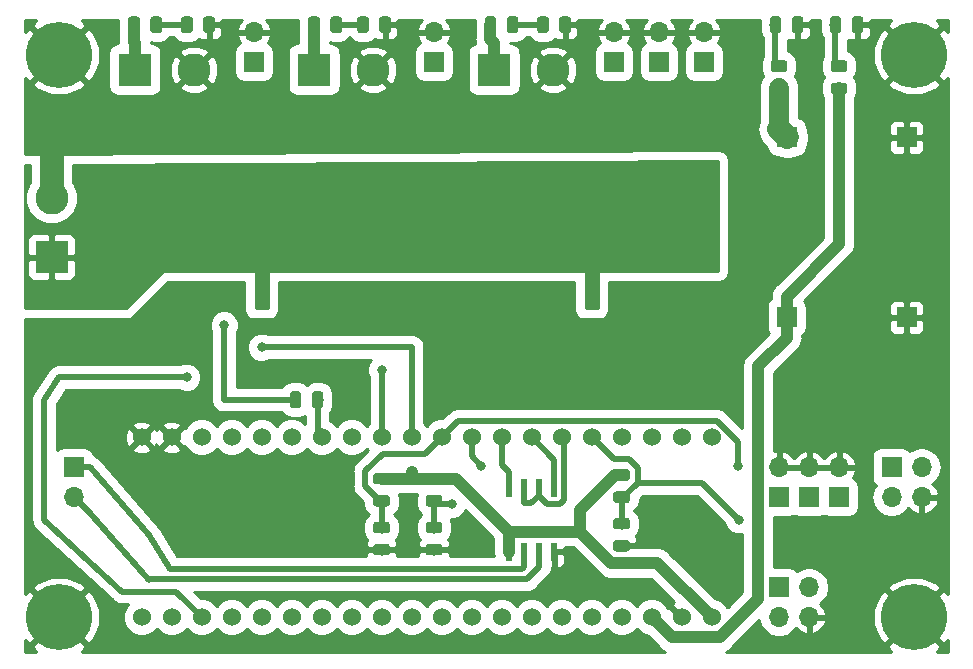
<source format=gbr>
G04 #@! TF.GenerationSoftware,KiCad,Pcbnew,(5.0.1-3-g963ef8bb5)*
G04 #@! TF.CreationDate,2019-10-11T12:22:28+03:00*
G04 #@! TF.ProjectId,thermocontrol,746865726D6F636F6E74726F6C2E6B69,rev?*
G04 #@! TF.SameCoordinates,Original*
G04 #@! TF.FileFunction,Copper,L2,Bot,Mixed*
G04 #@! TF.FilePolarity,Positive*
%FSLAX46Y46*%
G04 Gerber Fmt 4.6, Leading zero omitted, Abs format (unit mm)*
G04 Created by KiCad (PCBNEW (5.0.1-3-g963ef8bb5)) date 2019 October 11, Friday 12:22:28*
%MOMM*%
%LPD*%
G01*
G04 APERTURE LIST*
G04 #@! TA.AperFunction,ComponentPad*
%ADD10R,1.700000X1.700000*%
G04 #@! TD*
G04 #@! TA.AperFunction,ComponentPad*
%ADD11O,1.700000X1.700000*%
G04 #@! TD*
G04 #@! TA.AperFunction,ComponentPad*
%ADD12R,2.800000X2.800000*%
G04 #@! TD*
G04 #@! TA.AperFunction,ComponentPad*
%ADD13C,2.800000*%
G04 #@! TD*
G04 #@! TA.AperFunction,Conductor*
%ADD14C,0.100000*%
G04 #@! TD*
G04 #@! TA.AperFunction,SMDPad,CuDef*
%ADD15C,0.975000*%
G04 #@! TD*
G04 #@! TA.AperFunction,ComponentPad*
%ADD16C,1.524000*%
G04 #@! TD*
G04 #@! TA.AperFunction,SMDPad,CuDef*
%ADD17R,0.600000X1.550000*%
G04 #@! TD*
G04 #@! TA.AperFunction,ComponentPad*
%ADD18C,5.600000*%
G04 #@! TD*
G04 #@! TA.AperFunction,ViaPad*
%ADD19C,0.800000*%
G04 #@! TD*
G04 #@! TA.AperFunction,Conductor*
%ADD20C,2.000000*%
G04 #@! TD*
G04 #@! TA.AperFunction,Conductor*
%ADD21C,0.500000*%
G04 #@! TD*
G04 #@! TA.AperFunction,Conductor*
%ADD22C,1.699800*%
G04 #@! TD*
G04 #@! TA.AperFunction,Conductor*
%ADD23C,1.000000*%
G04 #@! TD*
G04 #@! TA.AperFunction,Conductor*
%ADD24C,0.254000*%
G04 #@! TD*
G04 APERTURE END LIST*
D10*
G04 #@! TO.P,J_RS485,1*
G04 #@! TO.N,Net-(J_RS485-Pad1)*
X163830000Y-62865000D03*
D11*
G04 #@! TO.P,J_RS485,2*
G04 #@! TO.N,Net-(J_RS485-Pad2)*
X163830000Y-65405000D03*
G04 #@! TD*
D12*
G04 #@! TO.P,J_IN24,1*
G04 #@! TO.N,+24V*
X161925000Y-45085000D03*
D13*
G04 #@! TO.P,J_IN24,2*
G04 #@! TO.N,GND*
X161925000Y-40085000D03*
G04 #@! TD*
D14*
G04 #@! TO.N,/P_IS1*
G04 #@! TO.C,R6*
G36*
X182845142Y-56451174D02*
X182868803Y-56454684D01*
X182892007Y-56460496D01*
X182914529Y-56468554D01*
X182936153Y-56478782D01*
X182956670Y-56491079D01*
X182975883Y-56505329D01*
X182993607Y-56521393D01*
X183009671Y-56539117D01*
X183023921Y-56558330D01*
X183036218Y-56578847D01*
X183046446Y-56600471D01*
X183054504Y-56622993D01*
X183060316Y-56646197D01*
X183063826Y-56669858D01*
X183065000Y-56693750D01*
X183065000Y-57606250D01*
X183063826Y-57630142D01*
X183060316Y-57653803D01*
X183054504Y-57677007D01*
X183046446Y-57699529D01*
X183036218Y-57721153D01*
X183023921Y-57741670D01*
X183009671Y-57760883D01*
X182993607Y-57778607D01*
X182975883Y-57794671D01*
X182956670Y-57808921D01*
X182936153Y-57821218D01*
X182914529Y-57831446D01*
X182892007Y-57839504D01*
X182868803Y-57845316D01*
X182845142Y-57848826D01*
X182821250Y-57850000D01*
X182333750Y-57850000D01*
X182309858Y-57848826D01*
X182286197Y-57845316D01*
X182262993Y-57839504D01*
X182240471Y-57831446D01*
X182218847Y-57821218D01*
X182198330Y-57808921D01*
X182179117Y-57794671D01*
X182161393Y-57778607D01*
X182145329Y-57760883D01*
X182131079Y-57741670D01*
X182118782Y-57721153D01*
X182108554Y-57699529D01*
X182100496Y-57677007D01*
X182094684Y-57653803D01*
X182091174Y-57630142D01*
X182090000Y-57606250D01*
X182090000Y-56693750D01*
X182091174Y-56669858D01*
X182094684Y-56646197D01*
X182100496Y-56622993D01*
X182108554Y-56600471D01*
X182118782Y-56578847D01*
X182131079Y-56558330D01*
X182145329Y-56539117D01*
X182161393Y-56521393D01*
X182179117Y-56505329D01*
X182198330Y-56491079D01*
X182218847Y-56478782D01*
X182240471Y-56468554D01*
X182262993Y-56460496D01*
X182286197Y-56454684D01*
X182309858Y-56451174D01*
X182333750Y-56450000D01*
X182821250Y-56450000D01*
X182845142Y-56451174D01*
X182845142Y-56451174D01*
G37*
D15*
G04 #@! TD*
G04 #@! TO.P,R6,1*
G04 #@! TO.N,/P_IS1*
X182577500Y-57150000D03*
D14*
G04 #@! TO.N,Net-(R6-Pad2)*
G04 #@! TO.C,R6*
G36*
X184720142Y-56451174D02*
X184743803Y-56454684D01*
X184767007Y-56460496D01*
X184789529Y-56468554D01*
X184811153Y-56478782D01*
X184831670Y-56491079D01*
X184850883Y-56505329D01*
X184868607Y-56521393D01*
X184884671Y-56539117D01*
X184898921Y-56558330D01*
X184911218Y-56578847D01*
X184921446Y-56600471D01*
X184929504Y-56622993D01*
X184935316Y-56646197D01*
X184938826Y-56669858D01*
X184940000Y-56693750D01*
X184940000Y-57606250D01*
X184938826Y-57630142D01*
X184935316Y-57653803D01*
X184929504Y-57677007D01*
X184921446Y-57699529D01*
X184911218Y-57721153D01*
X184898921Y-57741670D01*
X184884671Y-57760883D01*
X184868607Y-57778607D01*
X184850883Y-57794671D01*
X184831670Y-57808921D01*
X184811153Y-57821218D01*
X184789529Y-57831446D01*
X184767007Y-57839504D01*
X184743803Y-57845316D01*
X184720142Y-57848826D01*
X184696250Y-57850000D01*
X184208750Y-57850000D01*
X184184858Y-57848826D01*
X184161197Y-57845316D01*
X184137993Y-57839504D01*
X184115471Y-57831446D01*
X184093847Y-57821218D01*
X184073330Y-57808921D01*
X184054117Y-57794671D01*
X184036393Y-57778607D01*
X184020329Y-57760883D01*
X184006079Y-57741670D01*
X183993782Y-57721153D01*
X183983554Y-57699529D01*
X183975496Y-57677007D01*
X183969684Y-57653803D01*
X183966174Y-57630142D01*
X183965000Y-57606250D01*
X183965000Y-56693750D01*
X183966174Y-56669858D01*
X183969684Y-56646197D01*
X183975496Y-56622993D01*
X183983554Y-56600471D01*
X183993782Y-56578847D01*
X184006079Y-56558330D01*
X184020329Y-56539117D01*
X184036393Y-56521393D01*
X184054117Y-56505329D01*
X184073330Y-56491079D01*
X184093847Y-56478782D01*
X184115471Y-56468554D01*
X184137993Y-56460496D01*
X184161197Y-56454684D01*
X184184858Y-56451174D01*
X184208750Y-56450000D01*
X184696250Y-56450000D01*
X184720142Y-56451174D01*
X184720142Y-56451174D01*
G37*
D15*
G04 #@! TD*
G04 #@! TO.P,R6,2*
G04 #@! TO.N,Net-(R6-Pad2)*
X184452500Y-57150000D03*
D16*
G04 #@! TO.P,U2,5V*
G04 #@! TO.N,+5V*
X212725000Y-75565000D03*
G04 #@! TO.P,U2,G*
G04 #@! TO.N,GND*
X169545000Y-60325000D03*
X172085000Y-60325000D03*
G04 #@! TO.P,U2,3V3*
G04 #@! TO.N,+3V3*
X174625000Y-60325000D03*
G04 #@! TO.P,U2,NRST*
G04 #@! TO.N,/RESET*
X177165000Y-60325000D03*
G04 #@! TO.P,U2,PB11*
G04 #@! TO.N,/EXT2*
X179705000Y-60325000D03*
G04 #@! TO.P,U2,PB10*
G04 #@! TO.N,/EXT1*
X182245000Y-60325000D03*
G04 #@! TO.P,U2,PB1*
G04 #@! TO.N,Net-(R6-Pad2)*
X184785000Y-60325000D03*
G04 #@! TO.P,U2,PB0*
G04 #@! TO.N,/P_IN5*
X187325000Y-60325000D03*
G04 #@! TO.P,U2,PA7*
G04 #@! TO.N,/P_IN3*
X189865000Y-60325000D03*
G04 #@! TO.P,U2,PA6*
G04 #@! TO.N,/P_IN1*
X192405000Y-60325000D03*
G04 #@! TO.P,U2,PA5*
G04 #@! TO.N,/TH3*
X194945000Y-60325000D03*
G04 #@! TO.P,U2,PA4*
G04 #@! TO.N,/TH2*
X197485000Y-60325000D03*
G04 #@! TO.P,U2,PA3*
G04 #@! TO.N,/RS485_RO*
X200025000Y-60325000D03*
G04 #@! TO.P,U2,PA2*
G04 #@! TO.N,/RS485_DI*
X202565000Y-60325000D03*
G04 #@! TO.P,U2,PA1*
G04 #@! TO.N,/RS485_DE*
X205105000Y-60325000D03*
G04 #@! TO.P,U2,PA0*
G04 #@! TO.N,/TH1*
X207645000Y-60325000D03*
G04 #@! TO.P,U2,PC15*
G04 #@! TO.N,/P_IN8*
X210185000Y-60325000D03*
G04 #@! TO.P,U2,PC14*
G04 #@! TO.N,/P_IN7*
X212725000Y-60325000D03*
G04 #@! TO.P,U2,PC13*
G04 #@! TO.N,/DEBUG*
X215265000Y-60325000D03*
G04 #@! TO.P,U2,VBAT*
G04 #@! TO.N,Net-(U2-PadVBAT)*
X217805000Y-60325000D03*
G04 #@! TO.P,U2,3V3*
G04 #@! TO.N,+3V3*
X217805000Y-75565000D03*
G04 #@! TO.P,U2,G*
G04 #@! TO.N,GND*
X215265000Y-75565000D03*
G04 #@! TO.P,U2,PB9*
G04 #@! TO.N,Net-(U2-PadPB9)*
X210185000Y-75565000D03*
G04 #@! TO.P,U2,PB8*
G04 #@! TO.N,Net-(U2-PadPB8)*
X207645000Y-75565000D03*
G04 #@! TO.P,U2,PB7*
G04 #@! TO.N,/SDA*
X205105000Y-75565000D03*
G04 #@! TO.P,U2,PB6*
G04 #@! TO.N,/SCL*
X202565000Y-75565000D03*
G04 #@! TO.P,U2,PB5*
G04 #@! TO.N,Net-(U2-PadPB5)*
X200025000Y-75565000D03*
G04 #@! TO.P,U2,PB4*
G04 #@! TO.N,Net-(U2-PadPB4)*
X197485000Y-75565000D03*
G04 #@! TO.P,U2,PB3*
G04 #@! TO.N,Net-(U2-PadPB3)*
X194945000Y-75565000D03*
G04 #@! TO.P,U2,PA15*
G04 #@! TO.N,Net-(U2-PadPA15)*
X192405000Y-75565000D03*
G04 #@! TO.P,U2,PA12*
G04 #@! TO.N,Net-(U2-PadPA12)*
X189865000Y-75565000D03*
G04 #@! TO.P,U2,PA11*
G04 #@! TO.N,Net-(U2-PadPA11)*
X187325000Y-75565000D03*
G04 #@! TO.P,U2,PA10*
G04 #@! TO.N,/RX*
X184785000Y-75565000D03*
G04 #@! TO.P,U2,PA9*
G04 #@! TO.N,/TX*
X182245000Y-75565000D03*
G04 #@! TO.P,U2,PA8*
G04 #@! TO.N,Net-(U2-PadPA8)*
X179705000Y-75565000D03*
G04 #@! TO.P,U2,PB15*
G04 #@! TO.N,/P_IN2*
X177165000Y-75565000D03*
G04 #@! TO.P,U2,PB14*
G04 #@! TO.N,/P_IN4*
X174625000Y-75565000D03*
G04 #@! TO.P,U2,PB13*
G04 #@! TO.N,/P_IN6*
X172085000Y-75565000D03*
G04 #@! TO.P,U2,PB12*
G04 #@! TO.N,Net-(U2-PadPB12)*
X169545000Y-75565000D03*
G04 #@! TD*
D14*
G04 #@! TO.N,GND*
G04 #@! TO.C,D_E3*
G36*
X205675142Y-24701174D02*
X205698803Y-24704684D01*
X205722007Y-24710496D01*
X205744529Y-24718554D01*
X205766153Y-24728782D01*
X205786670Y-24741079D01*
X205805883Y-24755329D01*
X205823607Y-24771393D01*
X205839671Y-24789117D01*
X205853921Y-24808330D01*
X205866218Y-24828847D01*
X205876446Y-24850471D01*
X205884504Y-24872993D01*
X205890316Y-24896197D01*
X205893826Y-24919858D01*
X205895000Y-24943750D01*
X205895000Y-25856250D01*
X205893826Y-25880142D01*
X205890316Y-25903803D01*
X205884504Y-25927007D01*
X205876446Y-25949529D01*
X205866218Y-25971153D01*
X205853921Y-25991670D01*
X205839671Y-26010883D01*
X205823607Y-26028607D01*
X205805883Y-26044671D01*
X205786670Y-26058921D01*
X205766153Y-26071218D01*
X205744529Y-26081446D01*
X205722007Y-26089504D01*
X205698803Y-26095316D01*
X205675142Y-26098826D01*
X205651250Y-26100000D01*
X205163750Y-26100000D01*
X205139858Y-26098826D01*
X205116197Y-26095316D01*
X205092993Y-26089504D01*
X205070471Y-26081446D01*
X205048847Y-26071218D01*
X205028330Y-26058921D01*
X205009117Y-26044671D01*
X204991393Y-26028607D01*
X204975329Y-26010883D01*
X204961079Y-25991670D01*
X204948782Y-25971153D01*
X204938554Y-25949529D01*
X204930496Y-25927007D01*
X204924684Y-25903803D01*
X204921174Y-25880142D01*
X204920000Y-25856250D01*
X204920000Y-24943750D01*
X204921174Y-24919858D01*
X204924684Y-24896197D01*
X204930496Y-24872993D01*
X204938554Y-24850471D01*
X204948782Y-24828847D01*
X204961079Y-24808330D01*
X204975329Y-24789117D01*
X204991393Y-24771393D01*
X205009117Y-24755329D01*
X205028330Y-24741079D01*
X205048847Y-24728782D01*
X205070471Y-24718554D01*
X205092993Y-24710496D01*
X205116197Y-24704684D01*
X205139858Y-24701174D01*
X205163750Y-24700000D01*
X205651250Y-24700000D01*
X205675142Y-24701174D01*
X205675142Y-24701174D01*
G37*
D15*
G04 #@! TD*
G04 #@! TO.P,D_E3,1*
G04 #@! TO.N,GND*
X205407500Y-25400000D03*
D14*
G04 #@! TO.N,Net-(D_E3-Pad2)*
G04 #@! TO.C,D_E3*
G36*
X203800142Y-24701174D02*
X203823803Y-24704684D01*
X203847007Y-24710496D01*
X203869529Y-24718554D01*
X203891153Y-24728782D01*
X203911670Y-24741079D01*
X203930883Y-24755329D01*
X203948607Y-24771393D01*
X203964671Y-24789117D01*
X203978921Y-24808330D01*
X203991218Y-24828847D01*
X204001446Y-24850471D01*
X204009504Y-24872993D01*
X204015316Y-24896197D01*
X204018826Y-24919858D01*
X204020000Y-24943750D01*
X204020000Y-25856250D01*
X204018826Y-25880142D01*
X204015316Y-25903803D01*
X204009504Y-25927007D01*
X204001446Y-25949529D01*
X203991218Y-25971153D01*
X203978921Y-25991670D01*
X203964671Y-26010883D01*
X203948607Y-26028607D01*
X203930883Y-26044671D01*
X203911670Y-26058921D01*
X203891153Y-26071218D01*
X203869529Y-26081446D01*
X203847007Y-26089504D01*
X203823803Y-26095316D01*
X203800142Y-26098826D01*
X203776250Y-26100000D01*
X203288750Y-26100000D01*
X203264858Y-26098826D01*
X203241197Y-26095316D01*
X203217993Y-26089504D01*
X203195471Y-26081446D01*
X203173847Y-26071218D01*
X203153330Y-26058921D01*
X203134117Y-26044671D01*
X203116393Y-26028607D01*
X203100329Y-26010883D01*
X203086079Y-25991670D01*
X203073782Y-25971153D01*
X203063554Y-25949529D01*
X203055496Y-25927007D01*
X203049684Y-25903803D01*
X203046174Y-25880142D01*
X203045000Y-25856250D01*
X203045000Y-24943750D01*
X203046174Y-24919858D01*
X203049684Y-24896197D01*
X203055496Y-24872993D01*
X203063554Y-24850471D01*
X203073782Y-24828847D01*
X203086079Y-24808330D01*
X203100329Y-24789117D01*
X203116393Y-24771393D01*
X203134117Y-24755329D01*
X203153330Y-24741079D01*
X203173847Y-24728782D01*
X203195471Y-24718554D01*
X203217993Y-24710496D01*
X203241197Y-24704684D01*
X203264858Y-24701174D01*
X203288750Y-24700000D01*
X203776250Y-24700000D01*
X203800142Y-24701174D01*
X203800142Y-24701174D01*
G37*
D15*
G04 #@! TD*
G04 #@! TO.P,D_E3,2*
G04 #@! TO.N,Net-(D_E3-Pad2)*
X203532500Y-25400000D03*
D14*
G04 #@! TO.N,Net-(D_E2-Pad2)*
G04 #@! TO.C,D_E2*
G36*
X188560142Y-24701174D02*
X188583803Y-24704684D01*
X188607007Y-24710496D01*
X188629529Y-24718554D01*
X188651153Y-24728782D01*
X188671670Y-24741079D01*
X188690883Y-24755329D01*
X188708607Y-24771393D01*
X188724671Y-24789117D01*
X188738921Y-24808330D01*
X188751218Y-24828847D01*
X188761446Y-24850471D01*
X188769504Y-24872993D01*
X188775316Y-24896197D01*
X188778826Y-24919858D01*
X188780000Y-24943750D01*
X188780000Y-25856250D01*
X188778826Y-25880142D01*
X188775316Y-25903803D01*
X188769504Y-25927007D01*
X188761446Y-25949529D01*
X188751218Y-25971153D01*
X188738921Y-25991670D01*
X188724671Y-26010883D01*
X188708607Y-26028607D01*
X188690883Y-26044671D01*
X188671670Y-26058921D01*
X188651153Y-26071218D01*
X188629529Y-26081446D01*
X188607007Y-26089504D01*
X188583803Y-26095316D01*
X188560142Y-26098826D01*
X188536250Y-26100000D01*
X188048750Y-26100000D01*
X188024858Y-26098826D01*
X188001197Y-26095316D01*
X187977993Y-26089504D01*
X187955471Y-26081446D01*
X187933847Y-26071218D01*
X187913330Y-26058921D01*
X187894117Y-26044671D01*
X187876393Y-26028607D01*
X187860329Y-26010883D01*
X187846079Y-25991670D01*
X187833782Y-25971153D01*
X187823554Y-25949529D01*
X187815496Y-25927007D01*
X187809684Y-25903803D01*
X187806174Y-25880142D01*
X187805000Y-25856250D01*
X187805000Y-24943750D01*
X187806174Y-24919858D01*
X187809684Y-24896197D01*
X187815496Y-24872993D01*
X187823554Y-24850471D01*
X187833782Y-24828847D01*
X187846079Y-24808330D01*
X187860329Y-24789117D01*
X187876393Y-24771393D01*
X187894117Y-24755329D01*
X187913330Y-24741079D01*
X187933847Y-24728782D01*
X187955471Y-24718554D01*
X187977993Y-24710496D01*
X188001197Y-24704684D01*
X188024858Y-24701174D01*
X188048750Y-24700000D01*
X188536250Y-24700000D01*
X188560142Y-24701174D01*
X188560142Y-24701174D01*
G37*
D15*
G04 #@! TD*
G04 #@! TO.P,D_E2,2*
G04 #@! TO.N,Net-(D_E2-Pad2)*
X188292500Y-25400000D03*
D14*
G04 #@! TO.N,GND*
G04 #@! TO.C,D_E2*
G36*
X190435142Y-24701174D02*
X190458803Y-24704684D01*
X190482007Y-24710496D01*
X190504529Y-24718554D01*
X190526153Y-24728782D01*
X190546670Y-24741079D01*
X190565883Y-24755329D01*
X190583607Y-24771393D01*
X190599671Y-24789117D01*
X190613921Y-24808330D01*
X190626218Y-24828847D01*
X190636446Y-24850471D01*
X190644504Y-24872993D01*
X190650316Y-24896197D01*
X190653826Y-24919858D01*
X190655000Y-24943750D01*
X190655000Y-25856250D01*
X190653826Y-25880142D01*
X190650316Y-25903803D01*
X190644504Y-25927007D01*
X190636446Y-25949529D01*
X190626218Y-25971153D01*
X190613921Y-25991670D01*
X190599671Y-26010883D01*
X190583607Y-26028607D01*
X190565883Y-26044671D01*
X190546670Y-26058921D01*
X190526153Y-26071218D01*
X190504529Y-26081446D01*
X190482007Y-26089504D01*
X190458803Y-26095316D01*
X190435142Y-26098826D01*
X190411250Y-26100000D01*
X189923750Y-26100000D01*
X189899858Y-26098826D01*
X189876197Y-26095316D01*
X189852993Y-26089504D01*
X189830471Y-26081446D01*
X189808847Y-26071218D01*
X189788330Y-26058921D01*
X189769117Y-26044671D01*
X189751393Y-26028607D01*
X189735329Y-26010883D01*
X189721079Y-25991670D01*
X189708782Y-25971153D01*
X189698554Y-25949529D01*
X189690496Y-25927007D01*
X189684684Y-25903803D01*
X189681174Y-25880142D01*
X189680000Y-25856250D01*
X189680000Y-24943750D01*
X189681174Y-24919858D01*
X189684684Y-24896197D01*
X189690496Y-24872993D01*
X189698554Y-24850471D01*
X189708782Y-24828847D01*
X189721079Y-24808330D01*
X189735329Y-24789117D01*
X189751393Y-24771393D01*
X189769117Y-24755329D01*
X189788330Y-24741079D01*
X189808847Y-24728782D01*
X189830471Y-24718554D01*
X189852993Y-24710496D01*
X189876197Y-24704684D01*
X189899858Y-24701174D01*
X189923750Y-24700000D01*
X190411250Y-24700000D01*
X190435142Y-24701174D01*
X190435142Y-24701174D01*
G37*
D15*
G04 #@! TD*
G04 #@! TO.P,D_E2,1*
G04 #@! TO.N,GND*
X190167500Y-25400000D03*
D14*
G04 #@! TO.N,GND*
G04 #@! TO.C,D_E1*
G36*
X175527142Y-24701174D02*
X175550803Y-24704684D01*
X175574007Y-24710496D01*
X175596529Y-24718554D01*
X175618153Y-24728782D01*
X175638670Y-24741079D01*
X175657883Y-24755329D01*
X175675607Y-24771393D01*
X175691671Y-24789117D01*
X175705921Y-24808330D01*
X175718218Y-24828847D01*
X175728446Y-24850471D01*
X175736504Y-24872993D01*
X175742316Y-24896197D01*
X175745826Y-24919858D01*
X175747000Y-24943750D01*
X175747000Y-25856250D01*
X175745826Y-25880142D01*
X175742316Y-25903803D01*
X175736504Y-25927007D01*
X175728446Y-25949529D01*
X175718218Y-25971153D01*
X175705921Y-25991670D01*
X175691671Y-26010883D01*
X175675607Y-26028607D01*
X175657883Y-26044671D01*
X175638670Y-26058921D01*
X175618153Y-26071218D01*
X175596529Y-26081446D01*
X175574007Y-26089504D01*
X175550803Y-26095316D01*
X175527142Y-26098826D01*
X175503250Y-26100000D01*
X175015750Y-26100000D01*
X174991858Y-26098826D01*
X174968197Y-26095316D01*
X174944993Y-26089504D01*
X174922471Y-26081446D01*
X174900847Y-26071218D01*
X174880330Y-26058921D01*
X174861117Y-26044671D01*
X174843393Y-26028607D01*
X174827329Y-26010883D01*
X174813079Y-25991670D01*
X174800782Y-25971153D01*
X174790554Y-25949529D01*
X174782496Y-25927007D01*
X174776684Y-25903803D01*
X174773174Y-25880142D01*
X174772000Y-25856250D01*
X174772000Y-24943750D01*
X174773174Y-24919858D01*
X174776684Y-24896197D01*
X174782496Y-24872993D01*
X174790554Y-24850471D01*
X174800782Y-24828847D01*
X174813079Y-24808330D01*
X174827329Y-24789117D01*
X174843393Y-24771393D01*
X174861117Y-24755329D01*
X174880330Y-24741079D01*
X174900847Y-24728782D01*
X174922471Y-24718554D01*
X174944993Y-24710496D01*
X174968197Y-24704684D01*
X174991858Y-24701174D01*
X175015750Y-24700000D01*
X175503250Y-24700000D01*
X175527142Y-24701174D01*
X175527142Y-24701174D01*
G37*
D15*
G04 #@! TD*
G04 #@! TO.P,D_E1,1*
G04 #@! TO.N,GND*
X175259500Y-25400000D03*
D14*
G04 #@! TO.N,Net-(D_E1-Pad2)*
G04 #@! TO.C,D_E1*
G36*
X173652142Y-24701174D02*
X173675803Y-24704684D01*
X173699007Y-24710496D01*
X173721529Y-24718554D01*
X173743153Y-24728782D01*
X173763670Y-24741079D01*
X173782883Y-24755329D01*
X173800607Y-24771393D01*
X173816671Y-24789117D01*
X173830921Y-24808330D01*
X173843218Y-24828847D01*
X173853446Y-24850471D01*
X173861504Y-24872993D01*
X173867316Y-24896197D01*
X173870826Y-24919858D01*
X173872000Y-24943750D01*
X173872000Y-25856250D01*
X173870826Y-25880142D01*
X173867316Y-25903803D01*
X173861504Y-25927007D01*
X173853446Y-25949529D01*
X173843218Y-25971153D01*
X173830921Y-25991670D01*
X173816671Y-26010883D01*
X173800607Y-26028607D01*
X173782883Y-26044671D01*
X173763670Y-26058921D01*
X173743153Y-26071218D01*
X173721529Y-26081446D01*
X173699007Y-26089504D01*
X173675803Y-26095316D01*
X173652142Y-26098826D01*
X173628250Y-26100000D01*
X173140750Y-26100000D01*
X173116858Y-26098826D01*
X173093197Y-26095316D01*
X173069993Y-26089504D01*
X173047471Y-26081446D01*
X173025847Y-26071218D01*
X173005330Y-26058921D01*
X172986117Y-26044671D01*
X172968393Y-26028607D01*
X172952329Y-26010883D01*
X172938079Y-25991670D01*
X172925782Y-25971153D01*
X172915554Y-25949529D01*
X172907496Y-25927007D01*
X172901684Y-25903803D01*
X172898174Y-25880142D01*
X172897000Y-25856250D01*
X172897000Y-24943750D01*
X172898174Y-24919858D01*
X172901684Y-24896197D01*
X172907496Y-24872993D01*
X172915554Y-24850471D01*
X172925782Y-24828847D01*
X172938079Y-24808330D01*
X172952329Y-24789117D01*
X172968393Y-24771393D01*
X172986117Y-24755329D01*
X173005330Y-24741079D01*
X173025847Y-24728782D01*
X173047471Y-24718554D01*
X173069993Y-24710496D01*
X173093197Y-24704684D01*
X173116858Y-24701174D01*
X173140750Y-24700000D01*
X173628250Y-24700000D01*
X173652142Y-24701174D01*
X173652142Y-24701174D01*
G37*
D15*
G04 #@! TD*
G04 #@! TO.P,D_E1,2*
G04 #@! TO.N,Net-(D_E1-Pad2)*
X173384500Y-25400000D03*
D14*
G04 #@! TO.N,/OUT_E1*
G04 #@! TO.C,R7*
G36*
X169178142Y-24701174D02*
X169201803Y-24704684D01*
X169225007Y-24710496D01*
X169247529Y-24718554D01*
X169269153Y-24728782D01*
X169289670Y-24741079D01*
X169308883Y-24755329D01*
X169326607Y-24771393D01*
X169342671Y-24789117D01*
X169356921Y-24808330D01*
X169369218Y-24828847D01*
X169379446Y-24850471D01*
X169387504Y-24872993D01*
X169393316Y-24896197D01*
X169396826Y-24919858D01*
X169398000Y-24943750D01*
X169398000Y-25856250D01*
X169396826Y-25880142D01*
X169393316Y-25903803D01*
X169387504Y-25927007D01*
X169379446Y-25949529D01*
X169369218Y-25971153D01*
X169356921Y-25991670D01*
X169342671Y-26010883D01*
X169326607Y-26028607D01*
X169308883Y-26044671D01*
X169289670Y-26058921D01*
X169269153Y-26071218D01*
X169247529Y-26081446D01*
X169225007Y-26089504D01*
X169201803Y-26095316D01*
X169178142Y-26098826D01*
X169154250Y-26100000D01*
X168666750Y-26100000D01*
X168642858Y-26098826D01*
X168619197Y-26095316D01*
X168595993Y-26089504D01*
X168573471Y-26081446D01*
X168551847Y-26071218D01*
X168531330Y-26058921D01*
X168512117Y-26044671D01*
X168494393Y-26028607D01*
X168478329Y-26010883D01*
X168464079Y-25991670D01*
X168451782Y-25971153D01*
X168441554Y-25949529D01*
X168433496Y-25927007D01*
X168427684Y-25903803D01*
X168424174Y-25880142D01*
X168423000Y-25856250D01*
X168423000Y-24943750D01*
X168424174Y-24919858D01*
X168427684Y-24896197D01*
X168433496Y-24872993D01*
X168441554Y-24850471D01*
X168451782Y-24828847D01*
X168464079Y-24808330D01*
X168478329Y-24789117D01*
X168494393Y-24771393D01*
X168512117Y-24755329D01*
X168531330Y-24741079D01*
X168551847Y-24728782D01*
X168573471Y-24718554D01*
X168595993Y-24710496D01*
X168619197Y-24704684D01*
X168642858Y-24701174D01*
X168666750Y-24700000D01*
X169154250Y-24700000D01*
X169178142Y-24701174D01*
X169178142Y-24701174D01*
G37*
D15*
G04 #@! TD*
G04 #@! TO.P,R7,1*
G04 #@! TO.N,/OUT_E1*
X168910500Y-25400000D03*
D14*
G04 #@! TO.N,Net-(D_E1-Pad2)*
G04 #@! TO.C,R7*
G36*
X171053142Y-24701174D02*
X171076803Y-24704684D01*
X171100007Y-24710496D01*
X171122529Y-24718554D01*
X171144153Y-24728782D01*
X171164670Y-24741079D01*
X171183883Y-24755329D01*
X171201607Y-24771393D01*
X171217671Y-24789117D01*
X171231921Y-24808330D01*
X171244218Y-24828847D01*
X171254446Y-24850471D01*
X171262504Y-24872993D01*
X171268316Y-24896197D01*
X171271826Y-24919858D01*
X171273000Y-24943750D01*
X171273000Y-25856250D01*
X171271826Y-25880142D01*
X171268316Y-25903803D01*
X171262504Y-25927007D01*
X171254446Y-25949529D01*
X171244218Y-25971153D01*
X171231921Y-25991670D01*
X171217671Y-26010883D01*
X171201607Y-26028607D01*
X171183883Y-26044671D01*
X171164670Y-26058921D01*
X171144153Y-26071218D01*
X171122529Y-26081446D01*
X171100007Y-26089504D01*
X171076803Y-26095316D01*
X171053142Y-26098826D01*
X171029250Y-26100000D01*
X170541750Y-26100000D01*
X170517858Y-26098826D01*
X170494197Y-26095316D01*
X170470993Y-26089504D01*
X170448471Y-26081446D01*
X170426847Y-26071218D01*
X170406330Y-26058921D01*
X170387117Y-26044671D01*
X170369393Y-26028607D01*
X170353329Y-26010883D01*
X170339079Y-25991670D01*
X170326782Y-25971153D01*
X170316554Y-25949529D01*
X170308496Y-25927007D01*
X170302684Y-25903803D01*
X170299174Y-25880142D01*
X170298000Y-25856250D01*
X170298000Y-24943750D01*
X170299174Y-24919858D01*
X170302684Y-24896197D01*
X170308496Y-24872993D01*
X170316554Y-24850471D01*
X170326782Y-24828847D01*
X170339079Y-24808330D01*
X170353329Y-24789117D01*
X170369393Y-24771393D01*
X170387117Y-24755329D01*
X170406330Y-24741079D01*
X170426847Y-24728782D01*
X170448471Y-24718554D01*
X170470993Y-24710496D01*
X170494197Y-24704684D01*
X170517858Y-24701174D01*
X170541750Y-24700000D01*
X171029250Y-24700000D01*
X171053142Y-24701174D01*
X171053142Y-24701174D01*
G37*
D15*
G04 #@! TD*
G04 #@! TO.P,R7,2*
G04 #@! TO.N,Net-(D_E1-Pad2)*
X170785500Y-25400000D03*
D14*
G04 #@! TO.N,Net-(D_E2-Pad2)*
G04 #@! TO.C,R8*
G36*
X186293142Y-24701174D02*
X186316803Y-24704684D01*
X186340007Y-24710496D01*
X186362529Y-24718554D01*
X186384153Y-24728782D01*
X186404670Y-24741079D01*
X186423883Y-24755329D01*
X186441607Y-24771393D01*
X186457671Y-24789117D01*
X186471921Y-24808330D01*
X186484218Y-24828847D01*
X186494446Y-24850471D01*
X186502504Y-24872993D01*
X186508316Y-24896197D01*
X186511826Y-24919858D01*
X186513000Y-24943750D01*
X186513000Y-25856250D01*
X186511826Y-25880142D01*
X186508316Y-25903803D01*
X186502504Y-25927007D01*
X186494446Y-25949529D01*
X186484218Y-25971153D01*
X186471921Y-25991670D01*
X186457671Y-26010883D01*
X186441607Y-26028607D01*
X186423883Y-26044671D01*
X186404670Y-26058921D01*
X186384153Y-26071218D01*
X186362529Y-26081446D01*
X186340007Y-26089504D01*
X186316803Y-26095316D01*
X186293142Y-26098826D01*
X186269250Y-26100000D01*
X185781750Y-26100000D01*
X185757858Y-26098826D01*
X185734197Y-26095316D01*
X185710993Y-26089504D01*
X185688471Y-26081446D01*
X185666847Y-26071218D01*
X185646330Y-26058921D01*
X185627117Y-26044671D01*
X185609393Y-26028607D01*
X185593329Y-26010883D01*
X185579079Y-25991670D01*
X185566782Y-25971153D01*
X185556554Y-25949529D01*
X185548496Y-25927007D01*
X185542684Y-25903803D01*
X185539174Y-25880142D01*
X185538000Y-25856250D01*
X185538000Y-24943750D01*
X185539174Y-24919858D01*
X185542684Y-24896197D01*
X185548496Y-24872993D01*
X185556554Y-24850471D01*
X185566782Y-24828847D01*
X185579079Y-24808330D01*
X185593329Y-24789117D01*
X185609393Y-24771393D01*
X185627117Y-24755329D01*
X185646330Y-24741079D01*
X185666847Y-24728782D01*
X185688471Y-24718554D01*
X185710993Y-24710496D01*
X185734197Y-24704684D01*
X185757858Y-24701174D01*
X185781750Y-24700000D01*
X186269250Y-24700000D01*
X186293142Y-24701174D01*
X186293142Y-24701174D01*
G37*
D15*
G04 #@! TD*
G04 #@! TO.P,R8,2*
G04 #@! TO.N,Net-(D_E2-Pad2)*
X186025500Y-25400000D03*
D14*
G04 #@! TO.N,/OUT_E2*
G04 #@! TO.C,R8*
G36*
X184418142Y-24701174D02*
X184441803Y-24704684D01*
X184465007Y-24710496D01*
X184487529Y-24718554D01*
X184509153Y-24728782D01*
X184529670Y-24741079D01*
X184548883Y-24755329D01*
X184566607Y-24771393D01*
X184582671Y-24789117D01*
X184596921Y-24808330D01*
X184609218Y-24828847D01*
X184619446Y-24850471D01*
X184627504Y-24872993D01*
X184633316Y-24896197D01*
X184636826Y-24919858D01*
X184638000Y-24943750D01*
X184638000Y-25856250D01*
X184636826Y-25880142D01*
X184633316Y-25903803D01*
X184627504Y-25927007D01*
X184619446Y-25949529D01*
X184609218Y-25971153D01*
X184596921Y-25991670D01*
X184582671Y-26010883D01*
X184566607Y-26028607D01*
X184548883Y-26044671D01*
X184529670Y-26058921D01*
X184509153Y-26071218D01*
X184487529Y-26081446D01*
X184465007Y-26089504D01*
X184441803Y-26095316D01*
X184418142Y-26098826D01*
X184394250Y-26100000D01*
X183906750Y-26100000D01*
X183882858Y-26098826D01*
X183859197Y-26095316D01*
X183835993Y-26089504D01*
X183813471Y-26081446D01*
X183791847Y-26071218D01*
X183771330Y-26058921D01*
X183752117Y-26044671D01*
X183734393Y-26028607D01*
X183718329Y-26010883D01*
X183704079Y-25991670D01*
X183691782Y-25971153D01*
X183681554Y-25949529D01*
X183673496Y-25927007D01*
X183667684Y-25903803D01*
X183664174Y-25880142D01*
X183663000Y-25856250D01*
X183663000Y-24943750D01*
X183664174Y-24919858D01*
X183667684Y-24896197D01*
X183673496Y-24872993D01*
X183681554Y-24850471D01*
X183691782Y-24828847D01*
X183704079Y-24808330D01*
X183718329Y-24789117D01*
X183734393Y-24771393D01*
X183752117Y-24755329D01*
X183771330Y-24741079D01*
X183791847Y-24728782D01*
X183813471Y-24718554D01*
X183835993Y-24710496D01*
X183859197Y-24704684D01*
X183882858Y-24701174D01*
X183906750Y-24700000D01*
X184394250Y-24700000D01*
X184418142Y-24701174D01*
X184418142Y-24701174D01*
G37*
D15*
G04 #@! TD*
G04 #@! TO.P,R8,1*
G04 #@! TO.N,/OUT_E2*
X184150500Y-25400000D03*
D14*
G04 #@! TO.N,/OUT_E3*
G04 #@! TO.C,R9*
G36*
X199355142Y-24701174D02*
X199378803Y-24704684D01*
X199402007Y-24710496D01*
X199424529Y-24718554D01*
X199446153Y-24728782D01*
X199466670Y-24741079D01*
X199485883Y-24755329D01*
X199503607Y-24771393D01*
X199519671Y-24789117D01*
X199533921Y-24808330D01*
X199546218Y-24828847D01*
X199556446Y-24850471D01*
X199564504Y-24872993D01*
X199570316Y-24896197D01*
X199573826Y-24919858D01*
X199575000Y-24943750D01*
X199575000Y-25856250D01*
X199573826Y-25880142D01*
X199570316Y-25903803D01*
X199564504Y-25927007D01*
X199556446Y-25949529D01*
X199546218Y-25971153D01*
X199533921Y-25991670D01*
X199519671Y-26010883D01*
X199503607Y-26028607D01*
X199485883Y-26044671D01*
X199466670Y-26058921D01*
X199446153Y-26071218D01*
X199424529Y-26081446D01*
X199402007Y-26089504D01*
X199378803Y-26095316D01*
X199355142Y-26098826D01*
X199331250Y-26100000D01*
X198843750Y-26100000D01*
X198819858Y-26098826D01*
X198796197Y-26095316D01*
X198772993Y-26089504D01*
X198750471Y-26081446D01*
X198728847Y-26071218D01*
X198708330Y-26058921D01*
X198689117Y-26044671D01*
X198671393Y-26028607D01*
X198655329Y-26010883D01*
X198641079Y-25991670D01*
X198628782Y-25971153D01*
X198618554Y-25949529D01*
X198610496Y-25927007D01*
X198604684Y-25903803D01*
X198601174Y-25880142D01*
X198600000Y-25856250D01*
X198600000Y-24943750D01*
X198601174Y-24919858D01*
X198604684Y-24896197D01*
X198610496Y-24872993D01*
X198618554Y-24850471D01*
X198628782Y-24828847D01*
X198641079Y-24808330D01*
X198655329Y-24789117D01*
X198671393Y-24771393D01*
X198689117Y-24755329D01*
X198708330Y-24741079D01*
X198728847Y-24728782D01*
X198750471Y-24718554D01*
X198772993Y-24710496D01*
X198796197Y-24704684D01*
X198819858Y-24701174D01*
X198843750Y-24700000D01*
X199331250Y-24700000D01*
X199355142Y-24701174D01*
X199355142Y-24701174D01*
G37*
D15*
G04 #@! TD*
G04 #@! TO.P,R9,1*
G04 #@! TO.N,/OUT_E3*
X199087500Y-25400000D03*
D14*
G04 #@! TO.N,Net-(D_E3-Pad2)*
G04 #@! TO.C,R9*
G36*
X201230142Y-24701174D02*
X201253803Y-24704684D01*
X201277007Y-24710496D01*
X201299529Y-24718554D01*
X201321153Y-24728782D01*
X201341670Y-24741079D01*
X201360883Y-24755329D01*
X201378607Y-24771393D01*
X201394671Y-24789117D01*
X201408921Y-24808330D01*
X201421218Y-24828847D01*
X201431446Y-24850471D01*
X201439504Y-24872993D01*
X201445316Y-24896197D01*
X201448826Y-24919858D01*
X201450000Y-24943750D01*
X201450000Y-25856250D01*
X201448826Y-25880142D01*
X201445316Y-25903803D01*
X201439504Y-25927007D01*
X201431446Y-25949529D01*
X201421218Y-25971153D01*
X201408921Y-25991670D01*
X201394671Y-26010883D01*
X201378607Y-26028607D01*
X201360883Y-26044671D01*
X201341670Y-26058921D01*
X201321153Y-26071218D01*
X201299529Y-26081446D01*
X201277007Y-26089504D01*
X201253803Y-26095316D01*
X201230142Y-26098826D01*
X201206250Y-26100000D01*
X200718750Y-26100000D01*
X200694858Y-26098826D01*
X200671197Y-26095316D01*
X200647993Y-26089504D01*
X200625471Y-26081446D01*
X200603847Y-26071218D01*
X200583330Y-26058921D01*
X200564117Y-26044671D01*
X200546393Y-26028607D01*
X200530329Y-26010883D01*
X200516079Y-25991670D01*
X200503782Y-25971153D01*
X200493554Y-25949529D01*
X200485496Y-25927007D01*
X200479684Y-25903803D01*
X200476174Y-25880142D01*
X200475000Y-25856250D01*
X200475000Y-24943750D01*
X200476174Y-24919858D01*
X200479684Y-24896197D01*
X200485496Y-24872993D01*
X200493554Y-24850471D01*
X200503782Y-24828847D01*
X200516079Y-24808330D01*
X200530329Y-24789117D01*
X200546393Y-24771393D01*
X200564117Y-24755329D01*
X200583330Y-24741079D01*
X200603847Y-24728782D01*
X200625471Y-24718554D01*
X200647993Y-24710496D01*
X200671197Y-24704684D01*
X200694858Y-24701174D01*
X200718750Y-24700000D01*
X201206250Y-24700000D01*
X201230142Y-24701174D01*
X201230142Y-24701174D01*
G37*
D15*
G04 #@! TD*
G04 #@! TO.P,R9,2*
G04 #@! TO.N,Net-(D_E3-Pad2)*
X200962500Y-25400000D03*
D10*
G04 #@! TO.P,J_ISP1,1*
G04 #@! TO.N,/RESET*
X233045000Y-62865000D03*
D11*
G04 #@! TO.P,J_ISP1,2*
G04 #@! TO.N,/RX*
X235585000Y-62865000D03*
G04 #@! TO.P,J_ISP1,3*
G04 #@! TO.N,/TX*
X233045000Y-65405000D03*
G04 #@! TO.P,J_ISP1,4*
G04 #@! TO.N,GND*
X235585000Y-65405000D03*
G04 #@! TD*
G04 #@! TO.P,J_OUT2,2*
G04 #@! TO.N,GND*
X217170000Y-26035000D03*
D10*
G04 #@! TO.P,J_OUT2,1*
G04 #@! TO.N,Net-(J_OUT2-Pad1)*
X217170000Y-28575000D03*
G04 #@! TD*
G04 #@! TO.P,J_OUT1,1*
G04 #@! TO.N,Net-(J_OUT1-Pad1)*
X213360000Y-28575000D03*
D11*
G04 #@! TO.P,J_OUT1,2*
G04 #@! TO.N,GND*
X213360000Y-26035000D03*
G04 #@! TD*
D10*
G04 #@! TO.P,J_OLED1,1*
G04 #@! TO.N,/SDA*
X223520000Y-73025000D03*
D11*
G04 #@! TO.P,J_OLED1,2*
G04 #@! TO.N,/SCL*
X226060000Y-73025000D03*
G04 #@! TO.P,J_OLED1,3*
G04 #@! TO.N,+3V3*
X223520000Y-75565000D03*
G04 #@! TO.P,J_OLED1,4*
G04 #@! TO.N,GND*
X226060000Y-75565000D03*
G04 #@! TD*
D14*
G04 #@! TO.N,/TH1*
G04 #@! TO.C,C1*
G36*
X210665142Y-67156174D02*
X210688803Y-67159684D01*
X210712007Y-67165496D01*
X210734529Y-67173554D01*
X210756153Y-67183782D01*
X210776670Y-67196079D01*
X210795883Y-67210329D01*
X210813607Y-67226393D01*
X210829671Y-67244117D01*
X210843921Y-67263330D01*
X210856218Y-67283847D01*
X210866446Y-67305471D01*
X210874504Y-67327993D01*
X210880316Y-67351197D01*
X210883826Y-67374858D01*
X210885000Y-67398750D01*
X210885000Y-67886250D01*
X210883826Y-67910142D01*
X210880316Y-67933803D01*
X210874504Y-67957007D01*
X210866446Y-67979529D01*
X210856218Y-68001153D01*
X210843921Y-68021670D01*
X210829671Y-68040883D01*
X210813607Y-68058607D01*
X210795883Y-68074671D01*
X210776670Y-68088921D01*
X210756153Y-68101218D01*
X210734529Y-68111446D01*
X210712007Y-68119504D01*
X210688803Y-68125316D01*
X210665142Y-68128826D01*
X210641250Y-68130000D01*
X209728750Y-68130000D01*
X209704858Y-68128826D01*
X209681197Y-68125316D01*
X209657993Y-68119504D01*
X209635471Y-68111446D01*
X209613847Y-68101218D01*
X209593330Y-68088921D01*
X209574117Y-68074671D01*
X209556393Y-68058607D01*
X209540329Y-68040883D01*
X209526079Y-68021670D01*
X209513782Y-68001153D01*
X209503554Y-67979529D01*
X209495496Y-67957007D01*
X209489684Y-67933803D01*
X209486174Y-67910142D01*
X209485000Y-67886250D01*
X209485000Y-67398750D01*
X209486174Y-67374858D01*
X209489684Y-67351197D01*
X209495496Y-67327993D01*
X209503554Y-67305471D01*
X209513782Y-67283847D01*
X209526079Y-67263330D01*
X209540329Y-67244117D01*
X209556393Y-67226393D01*
X209574117Y-67210329D01*
X209593330Y-67196079D01*
X209613847Y-67183782D01*
X209635471Y-67173554D01*
X209657993Y-67165496D01*
X209681197Y-67159684D01*
X209704858Y-67156174D01*
X209728750Y-67155000D01*
X210641250Y-67155000D01*
X210665142Y-67156174D01*
X210665142Y-67156174D01*
G37*
D15*
G04 #@! TD*
G04 #@! TO.P,C1,1*
G04 #@! TO.N,/TH1*
X210185000Y-67642500D03*
D14*
G04 #@! TO.N,GND*
G04 #@! TO.C,C1*
G36*
X210665142Y-69031174D02*
X210688803Y-69034684D01*
X210712007Y-69040496D01*
X210734529Y-69048554D01*
X210756153Y-69058782D01*
X210776670Y-69071079D01*
X210795883Y-69085329D01*
X210813607Y-69101393D01*
X210829671Y-69119117D01*
X210843921Y-69138330D01*
X210856218Y-69158847D01*
X210866446Y-69180471D01*
X210874504Y-69202993D01*
X210880316Y-69226197D01*
X210883826Y-69249858D01*
X210885000Y-69273750D01*
X210885000Y-69761250D01*
X210883826Y-69785142D01*
X210880316Y-69808803D01*
X210874504Y-69832007D01*
X210866446Y-69854529D01*
X210856218Y-69876153D01*
X210843921Y-69896670D01*
X210829671Y-69915883D01*
X210813607Y-69933607D01*
X210795883Y-69949671D01*
X210776670Y-69963921D01*
X210756153Y-69976218D01*
X210734529Y-69986446D01*
X210712007Y-69994504D01*
X210688803Y-70000316D01*
X210665142Y-70003826D01*
X210641250Y-70005000D01*
X209728750Y-70005000D01*
X209704858Y-70003826D01*
X209681197Y-70000316D01*
X209657993Y-69994504D01*
X209635471Y-69986446D01*
X209613847Y-69976218D01*
X209593330Y-69963921D01*
X209574117Y-69949671D01*
X209556393Y-69933607D01*
X209540329Y-69915883D01*
X209526079Y-69896670D01*
X209513782Y-69876153D01*
X209503554Y-69854529D01*
X209495496Y-69832007D01*
X209489684Y-69808803D01*
X209486174Y-69785142D01*
X209485000Y-69761250D01*
X209485000Y-69273750D01*
X209486174Y-69249858D01*
X209489684Y-69226197D01*
X209495496Y-69202993D01*
X209503554Y-69180471D01*
X209513782Y-69158847D01*
X209526079Y-69138330D01*
X209540329Y-69119117D01*
X209556393Y-69101393D01*
X209574117Y-69085329D01*
X209593330Y-69071079D01*
X209613847Y-69058782D01*
X209635471Y-69048554D01*
X209657993Y-69040496D01*
X209681197Y-69034684D01*
X209704858Y-69031174D01*
X209728750Y-69030000D01*
X210641250Y-69030000D01*
X210665142Y-69031174D01*
X210665142Y-69031174D01*
G37*
D15*
G04 #@! TD*
G04 #@! TO.P,C1,2*
G04 #@! TO.N,GND*
X210185000Y-69517500D03*
D14*
G04 #@! TO.N,GND*
G04 #@! TO.C,C2*
G36*
X194790142Y-69363674D02*
X194813803Y-69367184D01*
X194837007Y-69372996D01*
X194859529Y-69381054D01*
X194881153Y-69391282D01*
X194901670Y-69403579D01*
X194920883Y-69417829D01*
X194938607Y-69433893D01*
X194954671Y-69451617D01*
X194968921Y-69470830D01*
X194981218Y-69491347D01*
X194991446Y-69512971D01*
X194999504Y-69535493D01*
X195005316Y-69558697D01*
X195008826Y-69582358D01*
X195010000Y-69606250D01*
X195010000Y-70093750D01*
X195008826Y-70117642D01*
X195005316Y-70141303D01*
X194999504Y-70164507D01*
X194991446Y-70187029D01*
X194981218Y-70208653D01*
X194968921Y-70229170D01*
X194954671Y-70248383D01*
X194938607Y-70266107D01*
X194920883Y-70282171D01*
X194901670Y-70296421D01*
X194881153Y-70308718D01*
X194859529Y-70318946D01*
X194837007Y-70327004D01*
X194813803Y-70332816D01*
X194790142Y-70336326D01*
X194766250Y-70337500D01*
X193853750Y-70337500D01*
X193829858Y-70336326D01*
X193806197Y-70332816D01*
X193782993Y-70327004D01*
X193760471Y-70318946D01*
X193738847Y-70308718D01*
X193718330Y-70296421D01*
X193699117Y-70282171D01*
X193681393Y-70266107D01*
X193665329Y-70248383D01*
X193651079Y-70229170D01*
X193638782Y-70208653D01*
X193628554Y-70187029D01*
X193620496Y-70164507D01*
X193614684Y-70141303D01*
X193611174Y-70117642D01*
X193610000Y-70093750D01*
X193610000Y-69606250D01*
X193611174Y-69582358D01*
X193614684Y-69558697D01*
X193620496Y-69535493D01*
X193628554Y-69512971D01*
X193638782Y-69491347D01*
X193651079Y-69470830D01*
X193665329Y-69451617D01*
X193681393Y-69433893D01*
X193699117Y-69417829D01*
X193718330Y-69403579D01*
X193738847Y-69391282D01*
X193760471Y-69381054D01*
X193782993Y-69372996D01*
X193806197Y-69367184D01*
X193829858Y-69363674D01*
X193853750Y-69362500D01*
X194766250Y-69362500D01*
X194790142Y-69363674D01*
X194790142Y-69363674D01*
G37*
D15*
G04 #@! TD*
G04 #@! TO.P,C2,2*
G04 #@! TO.N,GND*
X194310000Y-69850000D03*
D14*
G04 #@! TO.N,/TH2*
G04 #@! TO.C,C2*
G36*
X194790142Y-67488674D02*
X194813803Y-67492184D01*
X194837007Y-67497996D01*
X194859529Y-67506054D01*
X194881153Y-67516282D01*
X194901670Y-67528579D01*
X194920883Y-67542829D01*
X194938607Y-67558893D01*
X194954671Y-67576617D01*
X194968921Y-67595830D01*
X194981218Y-67616347D01*
X194991446Y-67637971D01*
X194999504Y-67660493D01*
X195005316Y-67683697D01*
X195008826Y-67707358D01*
X195010000Y-67731250D01*
X195010000Y-68218750D01*
X195008826Y-68242642D01*
X195005316Y-68266303D01*
X194999504Y-68289507D01*
X194991446Y-68312029D01*
X194981218Y-68333653D01*
X194968921Y-68354170D01*
X194954671Y-68373383D01*
X194938607Y-68391107D01*
X194920883Y-68407171D01*
X194901670Y-68421421D01*
X194881153Y-68433718D01*
X194859529Y-68443946D01*
X194837007Y-68452004D01*
X194813803Y-68457816D01*
X194790142Y-68461326D01*
X194766250Y-68462500D01*
X193853750Y-68462500D01*
X193829858Y-68461326D01*
X193806197Y-68457816D01*
X193782993Y-68452004D01*
X193760471Y-68443946D01*
X193738847Y-68433718D01*
X193718330Y-68421421D01*
X193699117Y-68407171D01*
X193681393Y-68391107D01*
X193665329Y-68373383D01*
X193651079Y-68354170D01*
X193638782Y-68333653D01*
X193628554Y-68312029D01*
X193620496Y-68289507D01*
X193614684Y-68266303D01*
X193611174Y-68242642D01*
X193610000Y-68218750D01*
X193610000Y-67731250D01*
X193611174Y-67707358D01*
X193614684Y-67683697D01*
X193620496Y-67660493D01*
X193628554Y-67637971D01*
X193638782Y-67616347D01*
X193651079Y-67595830D01*
X193665329Y-67576617D01*
X193681393Y-67558893D01*
X193699117Y-67542829D01*
X193718330Y-67528579D01*
X193738847Y-67516282D01*
X193760471Y-67506054D01*
X193782993Y-67497996D01*
X193806197Y-67492184D01*
X193829858Y-67488674D01*
X193853750Y-67487500D01*
X194766250Y-67487500D01*
X194790142Y-67488674D01*
X194790142Y-67488674D01*
G37*
D15*
G04 #@! TD*
G04 #@! TO.P,C2,1*
G04 #@! TO.N,/TH2*
X194310000Y-67975000D03*
D14*
G04 #@! TO.N,/TH3*
G04 #@! TO.C,C3*
G36*
X190345142Y-67488674D02*
X190368803Y-67492184D01*
X190392007Y-67497996D01*
X190414529Y-67506054D01*
X190436153Y-67516282D01*
X190456670Y-67528579D01*
X190475883Y-67542829D01*
X190493607Y-67558893D01*
X190509671Y-67576617D01*
X190523921Y-67595830D01*
X190536218Y-67616347D01*
X190546446Y-67637971D01*
X190554504Y-67660493D01*
X190560316Y-67683697D01*
X190563826Y-67707358D01*
X190565000Y-67731250D01*
X190565000Y-68218750D01*
X190563826Y-68242642D01*
X190560316Y-68266303D01*
X190554504Y-68289507D01*
X190546446Y-68312029D01*
X190536218Y-68333653D01*
X190523921Y-68354170D01*
X190509671Y-68373383D01*
X190493607Y-68391107D01*
X190475883Y-68407171D01*
X190456670Y-68421421D01*
X190436153Y-68433718D01*
X190414529Y-68443946D01*
X190392007Y-68452004D01*
X190368803Y-68457816D01*
X190345142Y-68461326D01*
X190321250Y-68462500D01*
X189408750Y-68462500D01*
X189384858Y-68461326D01*
X189361197Y-68457816D01*
X189337993Y-68452004D01*
X189315471Y-68443946D01*
X189293847Y-68433718D01*
X189273330Y-68421421D01*
X189254117Y-68407171D01*
X189236393Y-68391107D01*
X189220329Y-68373383D01*
X189206079Y-68354170D01*
X189193782Y-68333653D01*
X189183554Y-68312029D01*
X189175496Y-68289507D01*
X189169684Y-68266303D01*
X189166174Y-68242642D01*
X189165000Y-68218750D01*
X189165000Y-67731250D01*
X189166174Y-67707358D01*
X189169684Y-67683697D01*
X189175496Y-67660493D01*
X189183554Y-67637971D01*
X189193782Y-67616347D01*
X189206079Y-67595830D01*
X189220329Y-67576617D01*
X189236393Y-67558893D01*
X189254117Y-67542829D01*
X189273330Y-67528579D01*
X189293847Y-67516282D01*
X189315471Y-67506054D01*
X189337993Y-67497996D01*
X189361197Y-67492184D01*
X189384858Y-67488674D01*
X189408750Y-67487500D01*
X190321250Y-67487500D01*
X190345142Y-67488674D01*
X190345142Y-67488674D01*
G37*
D15*
G04 #@! TD*
G04 #@! TO.P,C3,1*
G04 #@! TO.N,/TH3*
X189865000Y-67975000D03*
D14*
G04 #@! TO.N,GND*
G04 #@! TO.C,C3*
G36*
X190345142Y-69363674D02*
X190368803Y-69367184D01*
X190392007Y-69372996D01*
X190414529Y-69381054D01*
X190436153Y-69391282D01*
X190456670Y-69403579D01*
X190475883Y-69417829D01*
X190493607Y-69433893D01*
X190509671Y-69451617D01*
X190523921Y-69470830D01*
X190536218Y-69491347D01*
X190546446Y-69512971D01*
X190554504Y-69535493D01*
X190560316Y-69558697D01*
X190563826Y-69582358D01*
X190565000Y-69606250D01*
X190565000Y-70093750D01*
X190563826Y-70117642D01*
X190560316Y-70141303D01*
X190554504Y-70164507D01*
X190546446Y-70187029D01*
X190536218Y-70208653D01*
X190523921Y-70229170D01*
X190509671Y-70248383D01*
X190493607Y-70266107D01*
X190475883Y-70282171D01*
X190456670Y-70296421D01*
X190436153Y-70308718D01*
X190414529Y-70318946D01*
X190392007Y-70327004D01*
X190368803Y-70332816D01*
X190345142Y-70336326D01*
X190321250Y-70337500D01*
X189408750Y-70337500D01*
X189384858Y-70336326D01*
X189361197Y-70332816D01*
X189337993Y-70327004D01*
X189315471Y-70318946D01*
X189293847Y-70308718D01*
X189273330Y-70296421D01*
X189254117Y-70282171D01*
X189236393Y-70266107D01*
X189220329Y-70248383D01*
X189206079Y-70229170D01*
X189193782Y-70208653D01*
X189183554Y-70187029D01*
X189175496Y-70164507D01*
X189169684Y-70141303D01*
X189166174Y-70117642D01*
X189165000Y-70093750D01*
X189165000Y-69606250D01*
X189166174Y-69582358D01*
X189169684Y-69558697D01*
X189175496Y-69535493D01*
X189183554Y-69512971D01*
X189193782Y-69491347D01*
X189206079Y-69470830D01*
X189220329Y-69451617D01*
X189236393Y-69433893D01*
X189254117Y-69417829D01*
X189273330Y-69403579D01*
X189293847Y-69391282D01*
X189315471Y-69381054D01*
X189337993Y-69372996D01*
X189361197Y-69367184D01*
X189384858Y-69363674D01*
X189408750Y-69362500D01*
X190321250Y-69362500D01*
X190345142Y-69363674D01*
X190345142Y-69363674D01*
G37*
D15*
G04 #@! TD*
G04 #@! TO.P,C3,2*
G04 #@! TO.N,GND*
X189865000Y-69850000D03*
D10*
G04 #@! TO.P,J_SOUT1,1*
G04 #@! TO.N,+5V*
X224155000Y-50165000D03*
G04 #@! TD*
G04 #@! TO.P,J_SIN1,1*
G04 #@! TO.N,+24V*
X224215000Y-34925000D03*
G04 #@! TD*
G04 #@! TO.P,J_SG2,1*
G04 #@! TO.N,GND*
X234315000Y-50165000D03*
G04 #@! TD*
G04 #@! TO.P,J_SG1,1*
G04 #@! TO.N,GND*
X234315000Y-34925000D03*
G04 #@! TD*
D11*
G04 #@! TO.P,J_TH3,2*
G04 #@! TO.N,GND*
X223520000Y-62865000D03*
D10*
G04 #@! TO.P,J_TH3,1*
G04 #@! TO.N,/TH3*
X223520000Y-65405000D03*
G04 #@! TD*
G04 #@! TO.P,J_TH2,1*
G04 #@! TO.N,/TH2*
X226060000Y-65405000D03*
D11*
G04 #@! TO.P,J_TH2,2*
G04 #@! TO.N,GND*
X226060000Y-62865000D03*
G04 #@! TD*
G04 #@! TO.P,J_TH1,2*
G04 #@! TO.N,GND*
X228600000Y-62865000D03*
D10*
G04 #@! TO.P,J_TH1,1*
G04 #@! TO.N,/TH1*
X228600000Y-65405000D03*
G04 #@! TD*
G04 #@! TO.P,J_F3,1*
G04 #@! TO.N,Net-(J_F3-Pad1)*
X209550000Y-28575000D03*
D11*
G04 #@! TO.P,J_F3,2*
G04 #@! TO.N,GND*
X209550000Y-26035000D03*
G04 #@! TD*
G04 #@! TO.P,J_F2,2*
G04 #@! TO.N,GND*
X194310000Y-26035000D03*
D10*
G04 #@! TO.P,J_F2,1*
G04 #@! TO.N,Net-(J_F2-Pad1)*
X194310000Y-28575000D03*
G04 #@! TD*
G04 #@! TO.P,J_F1,1*
G04 #@! TO.N,Net-(J_F1-Pad1)*
X179070000Y-28575000D03*
D11*
G04 #@! TO.P,J_F1,2*
G04 #@! TO.N,GND*
X179070000Y-26035000D03*
G04 #@! TD*
D14*
G04 #@! TO.N,GND*
G04 #@! TO.C,D1*
G36*
X225360142Y-24701174D02*
X225383803Y-24704684D01*
X225407007Y-24710496D01*
X225429529Y-24718554D01*
X225451153Y-24728782D01*
X225471670Y-24741079D01*
X225490883Y-24755329D01*
X225508607Y-24771393D01*
X225524671Y-24789117D01*
X225538921Y-24808330D01*
X225551218Y-24828847D01*
X225561446Y-24850471D01*
X225569504Y-24872993D01*
X225575316Y-24896197D01*
X225578826Y-24919858D01*
X225580000Y-24943750D01*
X225580000Y-25856250D01*
X225578826Y-25880142D01*
X225575316Y-25903803D01*
X225569504Y-25927007D01*
X225561446Y-25949529D01*
X225551218Y-25971153D01*
X225538921Y-25991670D01*
X225524671Y-26010883D01*
X225508607Y-26028607D01*
X225490883Y-26044671D01*
X225471670Y-26058921D01*
X225451153Y-26071218D01*
X225429529Y-26081446D01*
X225407007Y-26089504D01*
X225383803Y-26095316D01*
X225360142Y-26098826D01*
X225336250Y-26100000D01*
X224848750Y-26100000D01*
X224824858Y-26098826D01*
X224801197Y-26095316D01*
X224777993Y-26089504D01*
X224755471Y-26081446D01*
X224733847Y-26071218D01*
X224713330Y-26058921D01*
X224694117Y-26044671D01*
X224676393Y-26028607D01*
X224660329Y-26010883D01*
X224646079Y-25991670D01*
X224633782Y-25971153D01*
X224623554Y-25949529D01*
X224615496Y-25927007D01*
X224609684Y-25903803D01*
X224606174Y-25880142D01*
X224605000Y-25856250D01*
X224605000Y-24943750D01*
X224606174Y-24919858D01*
X224609684Y-24896197D01*
X224615496Y-24872993D01*
X224623554Y-24850471D01*
X224633782Y-24828847D01*
X224646079Y-24808330D01*
X224660329Y-24789117D01*
X224676393Y-24771393D01*
X224694117Y-24755329D01*
X224713330Y-24741079D01*
X224733847Y-24728782D01*
X224755471Y-24718554D01*
X224777993Y-24710496D01*
X224801197Y-24704684D01*
X224824858Y-24701174D01*
X224848750Y-24700000D01*
X225336250Y-24700000D01*
X225360142Y-24701174D01*
X225360142Y-24701174D01*
G37*
D15*
G04 #@! TD*
G04 #@! TO.P,D1,1*
G04 #@! TO.N,GND*
X225092500Y-25400000D03*
D14*
G04 #@! TO.N,Net-(D1-Pad2)*
G04 #@! TO.C,D1*
G36*
X223485142Y-24701174D02*
X223508803Y-24704684D01*
X223532007Y-24710496D01*
X223554529Y-24718554D01*
X223576153Y-24728782D01*
X223596670Y-24741079D01*
X223615883Y-24755329D01*
X223633607Y-24771393D01*
X223649671Y-24789117D01*
X223663921Y-24808330D01*
X223676218Y-24828847D01*
X223686446Y-24850471D01*
X223694504Y-24872993D01*
X223700316Y-24896197D01*
X223703826Y-24919858D01*
X223705000Y-24943750D01*
X223705000Y-25856250D01*
X223703826Y-25880142D01*
X223700316Y-25903803D01*
X223694504Y-25927007D01*
X223686446Y-25949529D01*
X223676218Y-25971153D01*
X223663921Y-25991670D01*
X223649671Y-26010883D01*
X223633607Y-26028607D01*
X223615883Y-26044671D01*
X223596670Y-26058921D01*
X223576153Y-26071218D01*
X223554529Y-26081446D01*
X223532007Y-26089504D01*
X223508803Y-26095316D01*
X223485142Y-26098826D01*
X223461250Y-26100000D01*
X222973750Y-26100000D01*
X222949858Y-26098826D01*
X222926197Y-26095316D01*
X222902993Y-26089504D01*
X222880471Y-26081446D01*
X222858847Y-26071218D01*
X222838330Y-26058921D01*
X222819117Y-26044671D01*
X222801393Y-26028607D01*
X222785329Y-26010883D01*
X222771079Y-25991670D01*
X222758782Y-25971153D01*
X222748554Y-25949529D01*
X222740496Y-25927007D01*
X222734684Y-25903803D01*
X222731174Y-25880142D01*
X222730000Y-25856250D01*
X222730000Y-24943750D01*
X222731174Y-24919858D01*
X222734684Y-24896197D01*
X222740496Y-24872993D01*
X222748554Y-24850471D01*
X222758782Y-24828847D01*
X222771079Y-24808330D01*
X222785329Y-24789117D01*
X222801393Y-24771393D01*
X222819117Y-24755329D01*
X222838330Y-24741079D01*
X222858847Y-24728782D01*
X222880471Y-24718554D01*
X222902993Y-24710496D01*
X222926197Y-24704684D01*
X222949858Y-24701174D01*
X222973750Y-24700000D01*
X223461250Y-24700000D01*
X223485142Y-24701174D01*
X223485142Y-24701174D01*
G37*
D15*
G04 #@! TD*
G04 #@! TO.P,D1,2*
G04 #@! TO.N,Net-(D1-Pad2)*
X223217500Y-25400000D03*
D14*
G04 #@! TO.N,GND*
G04 #@! TO.C,D_5V1*
G36*
X230440142Y-24701174D02*
X230463803Y-24704684D01*
X230487007Y-24710496D01*
X230509529Y-24718554D01*
X230531153Y-24728782D01*
X230551670Y-24741079D01*
X230570883Y-24755329D01*
X230588607Y-24771393D01*
X230604671Y-24789117D01*
X230618921Y-24808330D01*
X230631218Y-24828847D01*
X230641446Y-24850471D01*
X230649504Y-24872993D01*
X230655316Y-24896197D01*
X230658826Y-24919858D01*
X230660000Y-24943750D01*
X230660000Y-25856250D01*
X230658826Y-25880142D01*
X230655316Y-25903803D01*
X230649504Y-25927007D01*
X230641446Y-25949529D01*
X230631218Y-25971153D01*
X230618921Y-25991670D01*
X230604671Y-26010883D01*
X230588607Y-26028607D01*
X230570883Y-26044671D01*
X230551670Y-26058921D01*
X230531153Y-26071218D01*
X230509529Y-26081446D01*
X230487007Y-26089504D01*
X230463803Y-26095316D01*
X230440142Y-26098826D01*
X230416250Y-26100000D01*
X229928750Y-26100000D01*
X229904858Y-26098826D01*
X229881197Y-26095316D01*
X229857993Y-26089504D01*
X229835471Y-26081446D01*
X229813847Y-26071218D01*
X229793330Y-26058921D01*
X229774117Y-26044671D01*
X229756393Y-26028607D01*
X229740329Y-26010883D01*
X229726079Y-25991670D01*
X229713782Y-25971153D01*
X229703554Y-25949529D01*
X229695496Y-25927007D01*
X229689684Y-25903803D01*
X229686174Y-25880142D01*
X229685000Y-25856250D01*
X229685000Y-24943750D01*
X229686174Y-24919858D01*
X229689684Y-24896197D01*
X229695496Y-24872993D01*
X229703554Y-24850471D01*
X229713782Y-24828847D01*
X229726079Y-24808330D01*
X229740329Y-24789117D01*
X229756393Y-24771393D01*
X229774117Y-24755329D01*
X229793330Y-24741079D01*
X229813847Y-24728782D01*
X229835471Y-24718554D01*
X229857993Y-24710496D01*
X229881197Y-24704684D01*
X229904858Y-24701174D01*
X229928750Y-24700000D01*
X230416250Y-24700000D01*
X230440142Y-24701174D01*
X230440142Y-24701174D01*
G37*
D15*
G04 #@! TD*
G04 #@! TO.P,D_5V1,1*
G04 #@! TO.N,GND*
X230172500Y-25400000D03*
D14*
G04 #@! TO.N,Net-(D_5V1-Pad2)*
G04 #@! TO.C,D_5V1*
G36*
X228565142Y-24701174D02*
X228588803Y-24704684D01*
X228612007Y-24710496D01*
X228634529Y-24718554D01*
X228656153Y-24728782D01*
X228676670Y-24741079D01*
X228695883Y-24755329D01*
X228713607Y-24771393D01*
X228729671Y-24789117D01*
X228743921Y-24808330D01*
X228756218Y-24828847D01*
X228766446Y-24850471D01*
X228774504Y-24872993D01*
X228780316Y-24896197D01*
X228783826Y-24919858D01*
X228785000Y-24943750D01*
X228785000Y-25856250D01*
X228783826Y-25880142D01*
X228780316Y-25903803D01*
X228774504Y-25927007D01*
X228766446Y-25949529D01*
X228756218Y-25971153D01*
X228743921Y-25991670D01*
X228729671Y-26010883D01*
X228713607Y-26028607D01*
X228695883Y-26044671D01*
X228676670Y-26058921D01*
X228656153Y-26071218D01*
X228634529Y-26081446D01*
X228612007Y-26089504D01*
X228588803Y-26095316D01*
X228565142Y-26098826D01*
X228541250Y-26100000D01*
X228053750Y-26100000D01*
X228029858Y-26098826D01*
X228006197Y-26095316D01*
X227982993Y-26089504D01*
X227960471Y-26081446D01*
X227938847Y-26071218D01*
X227918330Y-26058921D01*
X227899117Y-26044671D01*
X227881393Y-26028607D01*
X227865329Y-26010883D01*
X227851079Y-25991670D01*
X227838782Y-25971153D01*
X227828554Y-25949529D01*
X227820496Y-25927007D01*
X227814684Y-25903803D01*
X227811174Y-25880142D01*
X227810000Y-25856250D01*
X227810000Y-24943750D01*
X227811174Y-24919858D01*
X227814684Y-24896197D01*
X227820496Y-24872993D01*
X227828554Y-24850471D01*
X227838782Y-24828847D01*
X227851079Y-24808330D01*
X227865329Y-24789117D01*
X227881393Y-24771393D01*
X227899117Y-24755329D01*
X227918330Y-24741079D01*
X227938847Y-24728782D01*
X227960471Y-24718554D01*
X227982993Y-24710496D01*
X228006197Y-24704684D01*
X228029858Y-24701174D01*
X228053750Y-24700000D01*
X228541250Y-24700000D01*
X228565142Y-24701174D01*
X228565142Y-24701174D01*
G37*
D15*
G04 #@! TD*
G04 #@! TO.P,D_5V1,2*
G04 #@! TO.N,Net-(D_5V1-Pad2)*
X228297500Y-25400000D03*
D17*
G04 #@! TO.P,U1,1*
G04 #@! TO.N,/RS485_RO*
X200660000Y-64610000D03*
G04 #@! TO.P,U1,2*
G04 #@! TO.N,/RS485_DE*
X201930000Y-64610000D03*
G04 #@! TO.P,U1,3*
X203200000Y-64610000D03*
G04 #@! TO.P,U1,4*
G04 #@! TO.N,/RS485_DI*
X204470000Y-64610000D03*
G04 #@! TO.P,U1,5*
G04 #@! TO.N,GND*
X204470000Y-70010000D03*
G04 #@! TO.P,U1,6*
G04 #@! TO.N,Net-(J_RS485-Pad2)*
X203200000Y-70010000D03*
G04 #@! TO.P,U1,7*
G04 #@! TO.N,Net-(J_RS485-Pad1)*
X201930000Y-70010000D03*
G04 #@! TO.P,U1,8*
G04 #@! TO.N,+3V3*
X200660000Y-70010000D03*
G04 #@! TD*
D14*
G04 #@! TO.N,/TH1*
G04 #@! TO.C,R1*
G36*
X210665142Y-64918674D02*
X210688803Y-64922184D01*
X210712007Y-64927996D01*
X210734529Y-64936054D01*
X210756153Y-64946282D01*
X210776670Y-64958579D01*
X210795883Y-64972829D01*
X210813607Y-64988893D01*
X210829671Y-65006617D01*
X210843921Y-65025830D01*
X210856218Y-65046347D01*
X210866446Y-65067971D01*
X210874504Y-65090493D01*
X210880316Y-65113697D01*
X210883826Y-65137358D01*
X210885000Y-65161250D01*
X210885000Y-65648750D01*
X210883826Y-65672642D01*
X210880316Y-65696303D01*
X210874504Y-65719507D01*
X210866446Y-65742029D01*
X210856218Y-65763653D01*
X210843921Y-65784170D01*
X210829671Y-65803383D01*
X210813607Y-65821107D01*
X210795883Y-65837171D01*
X210776670Y-65851421D01*
X210756153Y-65863718D01*
X210734529Y-65873946D01*
X210712007Y-65882004D01*
X210688803Y-65887816D01*
X210665142Y-65891326D01*
X210641250Y-65892500D01*
X209728750Y-65892500D01*
X209704858Y-65891326D01*
X209681197Y-65887816D01*
X209657993Y-65882004D01*
X209635471Y-65873946D01*
X209613847Y-65863718D01*
X209593330Y-65851421D01*
X209574117Y-65837171D01*
X209556393Y-65821107D01*
X209540329Y-65803383D01*
X209526079Y-65784170D01*
X209513782Y-65763653D01*
X209503554Y-65742029D01*
X209495496Y-65719507D01*
X209489684Y-65696303D01*
X209486174Y-65672642D01*
X209485000Y-65648750D01*
X209485000Y-65161250D01*
X209486174Y-65137358D01*
X209489684Y-65113697D01*
X209495496Y-65090493D01*
X209503554Y-65067971D01*
X209513782Y-65046347D01*
X209526079Y-65025830D01*
X209540329Y-65006617D01*
X209556393Y-64988893D01*
X209574117Y-64972829D01*
X209593330Y-64958579D01*
X209613847Y-64946282D01*
X209635471Y-64936054D01*
X209657993Y-64927996D01*
X209681197Y-64922184D01*
X209704858Y-64918674D01*
X209728750Y-64917500D01*
X210641250Y-64917500D01*
X210665142Y-64918674D01*
X210665142Y-64918674D01*
G37*
D15*
G04 #@! TD*
G04 #@! TO.P,R1,2*
G04 #@! TO.N,/TH1*
X210185000Y-65405000D03*
D14*
G04 #@! TO.N,+3V3*
G04 #@! TO.C,R1*
G36*
X210665142Y-63043674D02*
X210688803Y-63047184D01*
X210712007Y-63052996D01*
X210734529Y-63061054D01*
X210756153Y-63071282D01*
X210776670Y-63083579D01*
X210795883Y-63097829D01*
X210813607Y-63113893D01*
X210829671Y-63131617D01*
X210843921Y-63150830D01*
X210856218Y-63171347D01*
X210866446Y-63192971D01*
X210874504Y-63215493D01*
X210880316Y-63238697D01*
X210883826Y-63262358D01*
X210885000Y-63286250D01*
X210885000Y-63773750D01*
X210883826Y-63797642D01*
X210880316Y-63821303D01*
X210874504Y-63844507D01*
X210866446Y-63867029D01*
X210856218Y-63888653D01*
X210843921Y-63909170D01*
X210829671Y-63928383D01*
X210813607Y-63946107D01*
X210795883Y-63962171D01*
X210776670Y-63976421D01*
X210756153Y-63988718D01*
X210734529Y-63998946D01*
X210712007Y-64007004D01*
X210688803Y-64012816D01*
X210665142Y-64016326D01*
X210641250Y-64017500D01*
X209728750Y-64017500D01*
X209704858Y-64016326D01*
X209681197Y-64012816D01*
X209657993Y-64007004D01*
X209635471Y-63998946D01*
X209613847Y-63988718D01*
X209593330Y-63976421D01*
X209574117Y-63962171D01*
X209556393Y-63946107D01*
X209540329Y-63928383D01*
X209526079Y-63909170D01*
X209513782Y-63888653D01*
X209503554Y-63867029D01*
X209495496Y-63844507D01*
X209489684Y-63821303D01*
X209486174Y-63797642D01*
X209485000Y-63773750D01*
X209485000Y-63286250D01*
X209486174Y-63262358D01*
X209489684Y-63238697D01*
X209495496Y-63215493D01*
X209503554Y-63192971D01*
X209513782Y-63171347D01*
X209526079Y-63150830D01*
X209540329Y-63131617D01*
X209556393Y-63113893D01*
X209574117Y-63097829D01*
X209593330Y-63083579D01*
X209613847Y-63071282D01*
X209635471Y-63061054D01*
X209657993Y-63052996D01*
X209681197Y-63047184D01*
X209704858Y-63043674D01*
X209728750Y-63042500D01*
X210641250Y-63042500D01*
X210665142Y-63043674D01*
X210665142Y-63043674D01*
G37*
D15*
G04 #@! TD*
G04 #@! TO.P,R1,1*
G04 #@! TO.N,+3V3*
X210185000Y-63530000D03*
D14*
G04 #@! TO.N,+3V3*
G04 #@! TO.C,R2*
G36*
X194790142Y-63346174D02*
X194813803Y-63349684D01*
X194837007Y-63355496D01*
X194859529Y-63363554D01*
X194881153Y-63373782D01*
X194901670Y-63386079D01*
X194920883Y-63400329D01*
X194938607Y-63416393D01*
X194954671Y-63434117D01*
X194968921Y-63453330D01*
X194981218Y-63473847D01*
X194991446Y-63495471D01*
X194999504Y-63517993D01*
X195005316Y-63541197D01*
X195008826Y-63564858D01*
X195010000Y-63588750D01*
X195010000Y-64076250D01*
X195008826Y-64100142D01*
X195005316Y-64123803D01*
X194999504Y-64147007D01*
X194991446Y-64169529D01*
X194981218Y-64191153D01*
X194968921Y-64211670D01*
X194954671Y-64230883D01*
X194938607Y-64248607D01*
X194920883Y-64264671D01*
X194901670Y-64278921D01*
X194881153Y-64291218D01*
X194859529Y-64301446D01*
X194837007Y-64309504D01*
X194813803Y-64315316D01*
X194790142Y-64318826D01*
X194766250Y-64320000D01*
X193853750Y-64320000D01*
X193829858Y-64318826D01*
X193806197Y-64315316D01*
X193782993Y-64309504D01*
X193760471Y-64301446D01*
X193738847Y-64291218D01*
X193718330Y-64278921D01*
X193699117Y-64264671D01*
X193681393Y-64248607D01*
X193665329Y-64230883D01*
X193651079Y-64211670D01*
X193638782Y-64191153D01*
X193628554Y-64169529D01*
X193620496Y-64147007D01*
X193614684Y-64123803D01*
X193611174Y-64100142D01*
X193610000Y-64076250D01*
X193610000Y-63588750D01*
X193611174Y-63564858D01*
X193614684Y-63541197D01*
X193620496Y-63517993D01*
X193628554Y-63495471D01*
X193638782Y-63473847D01*
X193651079Y-63453330D01*
X193665329Y-63434117D01*
X193681393Y-63416393D01*
X193699117Y-63400329D01*
X193718330Y-63386079D01*
X193738847Y-63373782D01*
X193760471Y-63363554D01*
X193782993Y-63355496D01*
X193806197Y-63349684D01*
X193829858Y-63346174D01*
X193853750Y-63345000D01*
X194766250Y-63345000D01*
X194790142Y-63346174D01*
X194790142Y-63346174D01*
G37*
D15*
G04 #@! TD*
G04 #@! TO.P,R2,1*
G04 #@! TO.N,+3V3*
X194310000Y-63832500D03*
D14*
G04 #@! TO.N,/TH2*
G04 #@! TO.C,R2*
G36*
X194790142Y-65221174D02*
X194813803Y-65224684D01*
X194837007Y-65230496D01*
X194859529Y-65238554D01*
X194881153Y-65248782D01*
X194901670Y-65261079D01*
X194920883Y-65275329D01*
X194938607Y-65291393D01*
X194954671Y-65309117D01*
X194968921Y-65328330D01*
X194981218Y-65348847D01*
X194991446Y-65370471D01*
X194999504Y-65392993D01*
X195005316Y-65416197D01*
X195008826Y-65439858D01*
X195010000Y-65463750D01*
X195010000Y-65951250D01*
X195008826Y-65975142D01*
X195005316Y-65998803D01*
X194999504Y-66022007D01*
X194991446Y-66044529D01*
X194981218Y-66066153D01*
X194968921Y-66086670D01*
X194954671Y-66105883D01*
X194938607Y-66123607D01*
X194920883Y-66139671D01*
X194901670Y-66153921D01*
X194881153Y-66166218D01*
X194859529Y-66176446D01*
X194837007Y-66184504D01*
X194813803Y-66190316D01*
X194790142Y-66193826D01*
X194766250Y-66195000D01*
X193853750Y-66195000D01*
X193829858Y-66193826D01*
X193806197Y-66190316D01*
X193782993Y-66184504D01*
X193760471Y-66176446D01*
X193738847Y-66166218D01*
X193718330Y-66153921D01*
X193699117Y-66139671D01*
X193681393Y-66123607D01*
X193665329Y-66105883D01*
X193651079Y-66086670D01*
X193638782Y-66066153D01*
X193628554Y-66044529D01*
X193620496Y-66022007D01*
X193614684Y-65998803D01*
X193611174Y-65975142D01*
X193610000Y-65951250D01*
X193610000Y-65463750D01*
X193611174Y-65439858D01*
X193614684Y-65416197D01*
X193620496Y-65392993D01*
X193628554Y-65370471D01*
X193638782Y-65348847D01*
X193651079Y-65328330D01*
X193665329Y-65309117D01*
X193681393Y-65291393D01*
X193699117Y-65275329D01*
X193718330Y-65261079D01*
X193738847Y-65248782D01*
X193760471Y-65238554D01*
X193782993Y-65230496D01*
X193806197Y-65224684D01*
X193829858Y-65221174D01*
X193853750Y-65220000D01*
X194766250Y-65220000D01*
X194790142Y-65221174D01*
X194790142Y-65221174D01*
G37*
D15*
G04 #@! TD*
G04 #@! TO.P,R2,2*
G04 #@! TO.N,/TH2*
X194310000Y-65707500D03*
D14*
G04 #@! TO.N,/TH3*
G04 #@! TO.C,R3*
G36*
X190345142Y-65221174D02*
X190368803Y-65224684D01*
X190392007Y-65230496D01*
X190414529Y-65238554D01*
X190436153Y-65248782D01*
X190456670Y-65261079D01*
X190475883Y-65275329D01*
X190493607Y-65291393D01*
X190509671Y-65309117D01*
X190523921Y-65328330D01*
X190536218Y-65348847D01*
X190546446Y-65370471D01*
X190554504Y-65392993D01*
X190560316Y-65416197D01*
X190563826Y-65439858D01*
X190565000Y-65463750D01*
X190565000Y-65951250D01*
X190563826Y-65975142D01*
X190560316Y-65998803D01*
X190554504Y-66022007D01*
X190546446Y-66044529D01*
X190536218Y-66066153D01*
X190523921Y-66086670D01*
X190509671Y-66105883D01*
X190493607Y-66123607D01*
X190475883Y-66139671D01*
X190456670Y-66153921D01*
X190436153Y-66166218D01*
X190414529Y-66176446D01*
X190392007Y-66184504D01*
X190368803Y-66190316D01*
X190345142Y-66193826D01*
X190321250Y-66195000D01*
X189408750Y-66195000D01*
X189384858Y-66193826D01*
X189361197Y-66190316D01*
X189337993Y-66184504D01*
X189315471Y-66176446D01*
X189293847Y-66166218D01*
X189273330Y-66153921D01*
X189254117Y-66139671D01*
X189236393Y-66123607D01*
X189220329Y-66105883D01*
X189206079Y-66086670D01*
X189193782Y-66066153D01*
X189183554Y-66044529D01*
X189175496Y-66022007D01*
X189169684Y-65998803D01*
X189166174Y-65975142D01*
X189165000Y-65951250D01*
X189165000Y-65463750D01*
X189166174Y-65439858D01*
X189169684Y-65416197D01*
X189175496Y-65392993D01*
X189183554Y-65370471D01*
X189193782Y-65348847D01*
X189206079Y-65328330D01*
X189220329Y-65309117D01*
X189236393Y-65291393D01*
X189254117Y-65275329D01*
X189273330Y-65261079D01*
X189293847Y-65248782D01*
X189315471Y-65238554D01*
X189337993Y-65230496D01*
X189361197Y-65224684D01*
X189384858Y-65221174D01*
X189408750Y-65220000D01*
X190321250Y-65220000D01*
X190345142Y-65221174D01*
X190345142Y-65221174D01*
G37*
D15*
G04 #@! TD*
G04 #@! TO.P,R3,2*
G04 #@! TO.N,/TH3*
X189865000Y-65707500D03*
D14*
G04 #@! TO.N,+3V3*
G04 #@! TO.C,R3*
G36*
X190345142Y-63346174D02*
X190368803Y-63349684D01*
X190392007Y-63355496D01*
X190414529Y-63363554D01*
X190436153Y-63373782D01*
X190456670Y-63386079D01*
X190475883Y-63400329D01*
X190493607Y-63416393D01*
X190509671Y-63434117D01*
X190523921Y-63453330D01*
X190536218Y-63473847D01*
X190546446Y-63495471D01*
X190554504Y-63517993D01*
X190560316Y-63541197D01*
X190563826Y-63564858D01*
X190565000Y-63588750D01*
X190565000Y-64076250D01*
X190563826Y-64100142D01*
X190560316Y-64123803D01*
X190554504Y-64147007D01*
X190546446Y-64169529D01*
X190536218Y-64191153D01*
X190523921Y-64211670D01*
X190509671Y-64230883D01*
X190493607Y-64248607D01*
X190475883Y-64264671D01*
X190456670Y-64278921D01*
X190436153Y-64291218D01*
X190414529Y-64301446D01*
X190392007Y-64309504D01*
X190368803Y-64315316D01*
X190345142Y-64318826D01*
X190321250Y-64320000D01*
X189408750Y-64320000D01*
X189384858Y-64318826D01*
X189361197Y-64315316D01*
X189337993Y-64309504D01*
X189315471Y-64301446D01*
X189293847Y-64291218D01*
X189273330Y-64278921D01*
X189254117Y-64264671D01*
X189236393Y-64248607D01*
X189220329Y-64230883D01*
X189206079Y-64211670D01*
X189193782Y-64191153D01*
X189183554Y-64169529D01*
X189175496Y-64147007D01*
X189169684Y-64123803D01*
X189166174Y-64100142D01*
X189165000Y-64076250D01*
X189165000Y-63588750D01*
X189166174Y-63564858D01*
X189169684Y-63541197D01*
X189175496Y-63517993D01*
X189183554Y-63495471D01*
X189193782Y-63473847D01*
X189206079Y-63453330D01*
X189220329Y-63434117D01*
X189236393Y-63416393D01*
X189254117Y-63400329D01*
X189273330Y-63386079D01*
X189293847Y-63373782D01*
X189315471Y-63363554D01*
X189337993Y-63355496D01*
X189361197Y-63349684D01*
X189384858Y-63346174D01*
X189408750Y-63345000D01*
X190321250Y-63345000D01*
X190345142Y-63346174D01*
X190345142Y-63346174D01*
G37*
D15*
G04 #@! TD*
G04 #@! TO.P,R3,1*
G04 #@! TO.N,+3V3*
X189865000Y-63832500D03*
D14*
G04 #@! TO.N,+5V*
G04 #@! TO.C,R4*
G36*
X229080142Y-30296174D02*
X229103803Y-30299684D01*
X229127007Y-30305496D01*
X229149529Y-30313554D01*
X229171153Y-30323782D01*
X229191670Y-30336079D01*
X229210883Y-30350329D01*
X229228607Y-30366393D01*
X229244671Y-30384117D01*
X229258921Y-30403330D01*
X229271218Y-30423847D01*
X229281446Y-30445471D01*
X229289504Y-30467993D01*
X229295316Y-30491197D01*
X229298826Y-30514858D01*
X229300000Y-30538750D01*
X229300000Y-31026250D01*
X229298826Y-31050142D01*
X229295316Y-31073803D01*
X229289504Y-31097007D01*
X229281446Y-31119529D01*
X229271218Y-31141153D01*
X229258921Y-31161670D01*
X229244671Y-31180883D01*
X229228607Y-31198607D01*
X229210883Y-31214671D01*
X229191670Y-31228921D01*
X229171153Y-31241218D01*
X229149529Y-31251446D01*
X229127007Y-31259504D01*
X229103803Y-31265316D01*
X229080142Y-31268826D01*
X229056250Y-31270000D01*
X228143750Y-31270000D01*
X228119858Y-31268826D01*
X228096197Y-31265316D01*
X228072993Y-31259504D01*
X228050471Y-31251446D01*
X228028847Y-31241218D01*
X228008330Y-31228921D01*
X227989117Y-31214671D01*
X227971393Y-31198607D01*
X227955329Y-31180883D01*
X227941079Y-31161670D01*
X227928782Y-31141153D01*
X227918554Y-31119529D01*
X227910496Y-31097007D01*
X227904684Y-31073803D01*
X227901174Y-31050142D01*
X227900000Y-31026250D01*
X227900000Y-30538750D01*
X227901174Y-30514858D01*
X227904684Y-30491197D01*
X227910496Y-30467993D01*
X227918554Y-30445471D01*
X227928782Y-30423847D01*
X227941079Y-30403330D01*
X227955329Y-30384117D01*
X227971393Y-30366393D01*
X227989117Y-30350329D01*
X228008330Y-30336079D01*
X228028847Y-30323782D01*
X228050471Y-30313554D01*
X228072993Y-30305496D01*
X228096197Y-30299684D01*
X228119858Y-30296174D01*
X228143750Y-30295000D01*
X229056250Y-30295000D01*
X229080142Y-30296174D01*
X229080142Y-30296174D01*
G37*
D15*
G04 #@! TD*
G04 #@! TO.P,R4,1*
G04 #@! TO.N,+5V*
X228600000Y-30782500D03*
D14*
G04 #@! TO.N,Net-(D_5V1-Pad2)*
G04 #@! TO.C,R4*
G36*
X229080142Y-28421174D02*
X229103803Y-28424684D01*
X229127007Y-28430496D01*
X229149529Y-28438554D01*
X229171153Y-28448782D01*
X229191670Y-28461079D01*
X229210883Y-28475329D01*
X229228607Y-28491393D01*
X229244671Y-28509117D01*
X229258921Y-28528330D01*
X229271218Y-28548847D01*
X229281446Y-28570471D01*
X229289504Y-28592993D01*
X229295316Y-28616197D01*
X229298826Y-28639858D01*
X229300000Y-28663750D01*
X229300000Y-29151250D01*
X229298826Y-29175142D01*
X229295316Y-29198803D01*
X229289504Y-29222007D01*
X229281446Y-29244529D01*
X229271218Y-29266153D01*
X229258921Y-29286670D01*
X229244671Y-29305883D01*
X229228607Y-29323607D01*
X229210883Y-29339671D01*
X229191670Y-29353921D01*
X229171153Y-29366218D01*
X229149529Y-29376446D01*
X229127007Y-29384504D01*
X229103803Y-29390316D01*
X229080142Y-29393826D01*
X229056250Y-29395000D01*
X228143750Y-29395000D01*
X228119858Y-29393826D01*
X228096197Y-29390316D01*
X228072993Y-29384504D01*
X228050471Y-29376446D01*
X228028847Y-29366218D01*
X228008330Y-29353921D01*
X227989117Y-29339671D01*
X227971393Y-29323607D01*
X227955329Y-29305883D01*
X227941079Y-29286670D01*
X227928782Y-29266153D01*
X227918554Y-29244529D01*
X227910496Y-29222007D01*
X227904684Y-29198803D01*
X227901174Y-29175142D01*
X227900000Y-29151250D01*
X227900000Y-28663750D01*
X227901174Y-28639858D01*
X227904684Y-28616197D01*
X227910496Y-28592993D01*
X227918554Y-28570471D01*
X227928782Y-28548847D01*
X227941079Y-28528330D01*
X227955329Y-28509117D01*
X227971393Y-28491393D01*
X227989117Y-28475329D01*
X228008330Y-28461079D01*
X228028847Y-28448782D01*
X228050471Y-28438554D01*
X228072993Y-28430496D01*
X228096197Y-28424684D01*
X228119858Y-28421174D01*
X228143750Y-28420000D01*
X229056250Y-28420000D01*
X229080142Y-28421174D01*
X229080142Y-28421174D01*
G37*
D15*
G04 #@! TD*
G04 #@! TO.P,R4,2*
G04 #@! TO.N,Net-(D_5V1-Pad2)*
X228600000Y-28907500D03*
D14*
G04 #@! TO.N,Net-(D1-Pad2)*
G04 #@! TO.C,R5*
G36*
X224000142Y-28421174D02*
X224023803Y-28424684D01*
X224047007Y-28430496D01*
X224069529Y-28438554D01*
X224091153Y-28448782D01*
X224111670Y-28461079D01*
X224130883Y-28475329D01*
X224148607Y-28491393D01*
X224164671Y-28509117D01*
X224178921Y-28528330D01*
X224191218Y-28548847D01*
X224201446Y-28570471D01*
X224209504Y-28592993D01*
X224215316Y-28616197D01*
X224218826Y-28639858D01*
X224220000Y-28663750D01*
X224220000Y-29151250D01*
X224218826Y-29175142D01*
X224215316Y-29198803D01*
X224209504Y-29222007D01*
X224201446Y-29244529D01*
X224191218Y-29266153D01*
X224178921Y-29286670D01*
X224164671Y-29305883D01*
X224148607Y-29323607D01*
X224130883Y-29339671D01*
X224111670Y-29353921D01*
X224091153Y-29366218D01*
X224069529Y-29376446D01*
X224047007Y-29384504D01*
X224023803Y-29390316D01*
X224000142Y-29393826D01*
X223976250Y-29395000D01*
X223063750Y-29395000D01*
X223039858Y-29393826D01*
X223016197Y-29390316D01*
X222992993Y-29384504D01*
X222970471Y-29376446D01*
X222948847Y-29366218D01*
X222928330Y-29353921D01*
X222909117Y-29339671D01*
X222891393Y-29323607D01*
X222875329Y-29305883D01*
X222861079Y-29286670D01*
X222848782Y-29266153D01*
X222838554Y-29244529D01*
X222830496Y-29222007D01*
X222824684Y-29198803D01*
X222821174Y-29175142D01*
X222820000Y-29151250D01*
X222820000Y-28663750D01*
X222821174Y-28639858D01*
X222824684Y-28616197D01*
X222830496Y-28592993D01*
X222838554Y-28570471D01*
X222848782Y-28548847D01*
X222861079Y-28528330D01*
X222875329Y-28509117D01*
X222891393Y-28491393D01*
X222909117Y-28475329D01*
X222928330Y-28461079D01*
X222948847Y-28448782D01*
X222970471Y-28438554D01*
X222992993Y-28430496D01*
X223016197Y-28424684D01*
X223039858Y-28421174D01*
X223063750Y-28420000D01*
X223976250Y-28420000D01*
X224000142Y-28421174D01*
X224000142Y-28421174D01*
G37*
D15*
G04 #@! TD*
G04 #@! TO.P,R5,2*
G04 #@! TO.N,Net-(D1-Pad2)*
X223520000Y-28907500D03*
D14*
G04 #@! TO.N,+24V*
G04 #@! TO.C,R5*
G36*
X224000142Y-30296174D02*
X224023803Y-30299684D01*
X224047007Y-30305496D01*
X224069529Y-30313554D01*
X224091153Y-30323782D01*
X224111670Y-30336079D01*
X224130883Y-30350329D01*
X224148607Y-30366393D01*
X224164671Y-30384117D01*
X224178921Y-30403330D01*
X224191218Y-30423847D01*
X224201446Y-30445471D01*
X224209504Y-30467993D01*
X224215316Y-30491197D01*
X224218826Y-30514858D01*
X224220000Y-30538750D01*
X224220000Y-31026250D01*
X224218826Y-31050142D01*
X224215316Y-31073803D01*
X224209504Y-31097007D01*
X224201446Y-31119529D01*
X224191218Y-31141153D01*
X224178921Y-31161670D01*
X224164671Y-31180883D01*
X224148607Y-31198607D01*
X224130883Y-31214671D01*
X224111670Y-31228921D01*
X224091153Y-31241218D01*
X224069529Y-31251446D01*
X224047007Y-31259504D01*
X224023803Y-31265316D01*
X224000142Y-31268826D01*
X223976250Y-31270000D01*
X223063750Y-31270000D01*
X223039858Y-31268826D01*
X223016197Y-31265316D01*
X222992993Y-31259504D01*
X222970471Y-31251446D01*
X222948847Y-31241218D01*
X222928330Y-31228921D01*
X222909117Y-31214671D01*
X222891393Y-31198607D01*
X222875329Y-31180883D01*
X222861079Y-31161670D01*
X222848782Y-31141153D01*
X222838554Y-31119529D01*
X222830496Y-31097007D01*
X222824684Y-31073803D01*
X222821174Y-31050142D01*
X222820000Y-31026250D01*
X222820000Y-30538750D01*
X222821174Y-30514858D01*
X222824684Y-30491197D01*
X222830496Y-30467993D01*
X222838554Y-30445471D01*
X222848782Y-30423847D01*
X222861079Y-30403330D01*
X222875329Y-30384117D01*
X222891393Y-30366393D01*
X222909117Y-30350329D01*
X222928330Y-30336079D01*
X222948847Y-30323782D01*
X222970471Y-30313554D01*
X222992993Y-30305496D01*
X223016197Y-30299684D01*
X223039858Y-30296174D01*
X223063750Y-30295000D01*
X223976250Y-30295000D01*
X224000142Y-30296174D01*
X224000142Y-30296174D01*
G37*
D15*
G04 #@! TD*
G04 #@! TO.P,R5,1*
G04 #@! TO.N,+24V*
X223520000Y-30782500D03*
D12*
G04 #@! TO.P,J_E2,1*
G04 #@! TO.N,/OUT_E2*
X184150000Y-29210000D03*
D13*
G04 #@! TO.P,J_E2,2*
G04 #@! TO.N,GND*
X189150000Y-29210000D03*
G04 #@! TD*
G04 #@! TO.P,J_E1,2*
G04 #@! TO.N,GND*
X173990000Y-29210000D03*
D12*
G04 #@! TO.P,J_E1,1*
G04 #@! TO.N,/OUT_E1*
X168990000Y-29210000D03*
G04 #@! TD*
G04 #@! TO.P,J_E3,1*
G04 #@! TO.N,/OUT_E3*
X199390000Y-29210000D03*
D13*
G04 #@! TO.P,J_E3,2*
G04 #@! TO.N,GND*
X204390000Y-29210000D03*
G04 #@! TD*
D18*
G04 #@! TO.P,H4,1*
G04 #@! TO.N,GND*
X162560000Y-27940000D03*
G04 #@! TD*
G04 #@! TO.P,H3,1*
G04 #@! TO.N,GND*
X162560000Y-75565000D03*
G04 #@! TD*
G04 #@! TO.P,H2,1*
G04 #@! TO.N,GND*
X234950000Y-75565000D03*
G04 #@! TD*
G04 #@! TO.P,H1,1*
G04 #@! TO.N,GND*
X234950000Y-27940000D03*
G04 #@! TD*
D19*
G04 #@! TO.N,GND*
X202565000Y-33020000D03*
X204470000Y-33020000D03*
X205740000Y-52070000D03*
X208915000Y-52070000D03*
X225425000Y-39370000D03*
X223520000Y-41910000D03*
X216535000Y-51435000D03*
X227965000Y-53975000D03*
X234315000Y-55880000D03*
X233045000Y-40640000D03*
X214630000Y-66675000D03*
X163830000Y-34290000D03*
X161290000Y-34290000D03*
X164465000Y-58420000D03*
X180975000Y-50800000D03*
X189865000Y-50800000D03*
X193675000Y-50800000D03*
X197485000Y-50800000D03*
G04 #@! TO.N,+24V*
X179705000Y-48895000D03*
X207645000Y-48895000D03*
G04 #@! TO.N,/TH3*
X220067800Y-62760400D03*
G04 #@! TO.N,/TH2*
X195816500Y-66021500D03*
X198310500Y-62768200D03*
G04 #@! TO.N,/TH1*
X220104700Y-67324500D03*
G04 #@! TO.N,+3V3*
X192411100Y-63282700D03*
G04 #@! TO.N,/P_IN3*
X189865000Y-54610000D03*
G04 #@! TO.N,/P_IN4*
X173355000Y-55245000D03*
G04 #@! TO.N,/P_IS1*
X176530000Y-50800000D03*
G04 #@! TO.N,/P_IN1*
X179705000Y-52705000D03*
G04 #@! TD*
D20*
G04 #@! TO.N,GND*
X161925000Y-40085000D02*
X161925000Y-35560000D01*
D21*
G04 #@! TO.N,Net-(D1-Pad2)*
X223520000Y-28907500D02*
X223217500Y-28605000D01*
X223217500Y-28605000D02*
X223217500Y-25400000D01*
D22*
G04 #@! TO.N,+24V*
X223520000Y-30782500D02*
X223520000Y-34230000D01*
D20*
X224215000Y-34925000D02*
X223520000Y-34230000D01*
D23*
G04 #@! TO.N,+5V*
X212725000Y-75565000D02*
X214426200Y-77266200D01*
X214426200Y-77266200D02*
X218483500Y-77266200D01*
X218483500Y-77266200D02*
X221749400Y-74000300D01*
X221749400Y-74000300D02*
X221749400Y-54320900D01*
X221749400Y-54320900D02*
X224155000Y-51915300D01*
X224155000Y-50165000D02*
X224155000Y-51915300D01*
X224155000Y-50165000D02*
X224155000Y-48414700D01*
X224155000Y-48414700D02*
X228600000Y-43969700D01*
X228600000Y-43969700D02*
X228600000Y-30782500D01*
D21*
G04 #@! TO.N,Net-(D_5V1-Pad2)*
X228297500Y-25400000D02*
X228297500Y-28605000D01*
X228297500Y-28605000D02*
X228600000Y-28907500D01*
G04 #@! TO.N,/TH3*
X220067800Y-62760400D02*
X220067800Y-60730300D01*
X220067800Y-60730300D02*
X218288100Y-58950600D01*
X218288100Y-58950600D02*
X196319400Y-58950600D01*
X196319400Y-58950600D02*
X194945000Y-60325000D01*
X194945000Y-60325000D02*
X193550900Y-61719100D01*
X193550900Y-61719100D02*
X189968200Y-61719100D01*
X189968200Y-61719100D02*
X188486800Y-63200500D01*
X188486800Y-63200500D02*
X188486800Y-64434000D01*
X188486800Y-64434000D02*
X189760300Y-65707500D01*
X189760300Y-65707500D02*
X189865000Y-65707500D01*
X189865000Y-65707500D02*
X189865000Y-67975000D01*
G04 #@! TO.N,/TH2*
X194310000Y-66021500D02*
X194310000Y-65707500D01*
X194310000Y-67975000D02*
X194310000Y-66021500D01*
X194310000Y-66021500D02*
X195816500Y-66021500D01*
X197485000Y-60325000D02*
X197485000Y-61942700D01*
X197485000Y-61942700D02*
X198310500Y-62768200D01*
G04 #@! TO.N,/TH1*
X211543300Y-64213000D02*
X210351300Y-65405000D01*
X210351300Y-65405000D02*
X210185000Y-65405000D01*
X207645000Y-60325000D02*
X209507800Y-62187800D01*
X209507800Y-62187800D02*
X210823500Y-62187800D01*
X210823500Y-62187800D02*
X211543300Y-62907600D01*
X211543300Y-62907600D02*
X211543300Y-64213000D01*
X211543300Y-64213000D02*
X216993200Y-64213000D01*
X216993200Y-64213000D02*
X220104700Y-67324500D01*
X210185000Y-65405000D02*
X210185000Y-67642500D01*
D23*
G04 #@! TO.N,+3V3*
X194310000Y-63832500D02*
X196157800Y-63832500D01*
X196157800Y-63832500D02*
X200660000Y-68334700D01*
X192411100Y-63832500D02*
X194310000Y-63832500D01*
X189865000Y-63832500D02*
X192411100Y-63832500D01*
X192411100Y-63282700D02*
X192411100Y-63832500D01*
X206641900Y-68334700D02*
X206641900Y-66521400D01*
X206641900Y-66521400D02*
X209633300Y-63530000D01*
X209633300Y-63530000D02*
X210185000Y-63530000D01*
X217805000Y-75565000D02*
X213212000Y-70972000D01*
X213212000Y-70972000D02*
X209279200Y-70972000D01*
X209279200Y-70972000D02*
X206641900Y-68334700D01*
X206641900Y-68334700D02*
X200660000Y-68334700D01*
X200660000Y-70010000D02*
X200660000Y-68334700D01*
D21*
G04 #@! TO.N,/P_IN3*
X189865000Y-57105800D02*
X189865000Y-60325000D01*
X189865000Y-54610000D02*
X189865000Y-57105800D01*
G04 #@! TO.N,/P_IN4*
X172465800Y-73405800D02*
X174625000Y-75565000D01*
X167928200Y-73405800D02*
X172465800Y-73405800D01*
X161290000Y-67310000D02*
X167928200Y-73405800D01*
X161290000Y-57150000D02*
X161290000Y-67310000D01*
X162560000Y-55245000D02*
X161290000Y-57150000D01*
X173355000Y-55245000D02*
X162560000Y-55245000D01*
G04 #@! TO.N,/P_IS1*
X176530000Y-57150000D02*
X182577500Y-57150000D01*
X176530000Y-50800000D02*
X176530000Y-57150000D01*
G04 #@! TO.N,/P_IN1*
X192405000Y-52705000D02*
X192405000Y-60325000D01*
X179705000Y-52705000D02*
X192405000Y-52705000D01*
D23*
G04 #@! TO.N,/OUT_E1*
X168990000Y-29210000D02*
X168990000Y-26909700D01*
X168990000Y-26909700D02*
X168910500Y-26830200D01*
X168910500Y-26830200D02*
X168910500Y-25400000D01*
G04 #@! TO.N,/OUT_E2*
X184150000Y-29210000D02*
X184150000Y-26909700D01*
X184150000Y-26909700D02*
X184150500Y-26909200D01*
X184150500Y-26909200D02*
X184150500Y-25400000D01*
G04 #@! TO.N,/OUT_E3*
X199390000Y-29210000D02*
X199390000Y-26909700D01*
X199087500Y-25400000D02*
X199087500Y-26607200D01*
X199087500Y-26607200D02*
X199390000Y-26909700D01*
D21*
G04 #@! TO.N,Net-(D_E3-Pad2)*
X203532500Y-25400000D02*
X200962500Y-25400000D01*
G04 #@! TO.N,Net-(D_E2-Pad2)*
X186025500Y-25400000D02*
X188292500Y-25400000D01*
G04 #@! TO.N,Net-(D_E1-Pad2)*
X173384500Y-25400000D02*
X170785500Y-25400000D01*
G04 #@! TO.N,/RS485_RO*
X200660000Y-64610000D02*
X200660000Y-63284700D01*
X200660000Y-63284700D02*
X200025000Y-62649700D01*
X200025000Y-62649700D02*
X200025000Y-60325000D01*
G04 #@! TO.N,/RS485_DE*
X203200000Y-65272600D02*
X203897700Y-65970300D01*
X203897700Y-65970300D02*
X204977100Y-65970300D01*
X204977100Y-65970300D02*
X205335200Y-65612200D01*
X205335200Y-65612200D02*
X205335200Y-60555200D01*
X205335200Y-60555200D02*
X205105000Y-60325000D01*
X203200000Y-65272600D02*
X202537300Y-65935300D01*
X202537300Y-65935300D02*
X201930000Y-65935300D01*
X201930000Y-64610000D02*
X201930000Y-65935300D01*
X203200000Y-64610000D02*
X203200000Y-65272600D01*
G04 #@! TO.N,/RS485_DI*
X204470000Y-64610000D02*
X204470000Y-62230000D01*
X204470000Y-62230000D02*
X202565000Y-60325000D01*
G04 #@! TO.N,Net-(R6-Pad2)*
X184785000Y-60325000D02*
X184452500Y-59992500D01*
X184452500Y-59992500D02*
X184452500Y-57150000D01*
G04 #@! TO.N,Net-(J_RS485-Pad2)*
X203200000Y-70010000D02*
X203200000Y-71335300D01*
X203200000Y-71335300D02*
X202210500Y-72324800D01*
X202210500Y-72324800D02*
X170245100Y-72324800D01*
X165100000Y-66675000D02*
X170180000Y-72390000D01*
X163830000Y-65405000D02*
X165100000Y-66675000D01*
G04 #@! TO.N,Net-(J_RS485-Pad1)*
X201930000Y-71335300D02*
X201930000Y-70010000D01*
X201775700Y-71489600D02*
X201930000Y-71335300D01*
X171949900Y-71489600D02*
X201775700Y-71489600D01*
X170180000Y-68580000D02*
X171949900Y-71489600D01*
X165180000Y-62865000D02*
X170180000Y-68580000D01*
X163830000Y-62865000D02*
X165180000Y-62865000D01*
G04 #@! TD*
D24*
G04 #@! TO.N,GND*
G36*
X232995501Y-25033797D02*
X232677265Y-25487660D01*
X234950000Y-27760395D01*
X237222735Y-25487660D01*
X236904499Y-25033797D01*
X236900197Y-25032000D01*
X237858001Y-25032000D01*
X237858001Y-25988192D01*
X237856203Y-25985501D01*
X237402340Y-25667265D01*
X235129605Y-27940000D01*
X237402340Y-30212735D01*
X237856203Y-29894499D01*
X237858001Y-29890195D01*
X237858000Y-73613190D01*
X237856203Y-73610501D01*
X237402340Y-73292265D01*
X235129605Y-75565000D01*
X237402340Y-77837735D01*
X237856203Y-77519499D01*
X237858000Y-77515197D01*
X237858000Y-78473000D01*
X236901810Y-78473000D01*
X236904499Y-78471203D01*
X237222735Y-78017340D01*
X234950000Y-75744605D01*
X232677265Y-78017340D01*
X232995501Y-78471203D01*
X232999803Y-78473000D01*
X219065932Y-78473000D01*
X219440213Y-78222913D01*
X219514248Y-78112112D01*
X221851825Y-75774536D01*
X221940301Y-76219333D01*
X222310951Y-76774049D01*
X222865667Y-77144699D01*
X223354832Y-77242000D01*
X223685168Y-77242000D01*
X224174333Y-77144699D01*
X224729049Y-76774049D01*
X224924585Y-76481409D01*
X225178642Y-76760183D01*
X225703108Y-77006486D01*
X225933000Y-76885819D01*
X225933000Y-75692000D01*
X226187000Y-75692000D01*
X226187000Y-76885819D01*
X226416892Y-77006486D01*
X226941358Y-76760183D01*
X227331645Y-76331924D01*
X227370565Y-76237956D01*
X231512965Y-76237956D01*
X232032122Y-77502027D01*
X232043797Y-77519499D01*
X232497660Y-77837735D01*
X234770395Y-75565000D01*
X232497660Y-73292265D01*
X232043797Y-73610501D01*
X231517064Y-74871434D01*
X231512965Y-76237956D01*
X227370565Y-76237956D01*
X227501476Y-75921890D01*
X227380155Y-75692000D01*
X226187000Y-75692000D01*
X225933000Y-75692000D01*
X225913000Y-75692000D01*
X225913000Y-75438000D01*
X225933000Y-75438000D01*
X225933000Y-75418000D01*
X226187000Y-75418000D01*
X226187000Y-75438000D01*
X227380155Y-75438000D01*
X227501476Y-75208110D01*
X227331645Y-74798076D01*
X226988478Y-74421521D01*
X227269049Y-74234049D01*
X227639699Y-73679333D01*
X227752417Y-73112660D01*
X232677265Y-73112660D01*
X234950000Y-75385395D01*
X237222735Y-73112660D01*
X236904499Y-72658797D01*
X235643566Y-72132064D01*
X234277044Y-72127965D01*
X233012973Y-72647122D01*
X232995501Y-72658797D01*
X232677265Y-73112660D01*
X227752417Y-73112660D01*
X227769854Y-73025000D01*
X227639699Y-72370667D01*
X227269049Y-71815951D01*
X226714333Y-71445301D01*
X226225168Y-71348000D01*
X225894832Y-71348000D01*
X225405667Y-71445301D01*
X225040215Y-71689489D01*
X224966233Y-71578767D01*
X224692679Y-71395984D01*
X224370000Y-71331799D01*
X223076400Y-71331799D01*
X223076400Y-67098201D01*
X224370000Y-67098201D01*
X224692679Y-67034016D01*
X224790000Y-66968988D01*
X224887321Y-67034016D01*
X225210000Y-67098201D01*
X226910000Y-67098201D01*
X227232679Y-67034016D01*
X227330000Y-66968988D01*
X227427321Y-67034016D01*
X227750000Y-67098201D01*
X229450000Y-67098201D01*
X229772679Y-67034016D01*
X230046233Y-66851233D01*
X230229016Y-66577679D01*
X230293201Y-66255000D01*
X230293201Y-65405000D01*
X231335146Y-65405000D01*
X231465301Y-66059333D01*
X231835951Y-66614049D01*
X232390667Y-66984699D01*
X232879832Y-67082000D01*
X233210168Y-67082000D01*
X233699333Y-66984699D01*
X234254049Y-66614049D01*
X234449585Y-66321409D01*
X234703642Y-66600183D01*
X235228108Y-66846486D01*
X235458000Y-66725819D01*
X235458000Y-65532000D01*
X235712000Y-65532000D01*
X235712000Y-66725819D01*
X235941892Y-66846486D01*
X236466358Y-66600183D01*
X236856645Y-66171924D01*
X237026476Y-65761890D01*
X236905155Y-65532000D01*
X235712000Y-65532000D01*
X235458000Y-65532000D01*
X235438000Y-65532000D01*
X235438000Y-65278000D01*
X235458000Y-65278000D01*
X235458000Y-65258000D01*
X235712000Y-65258000D01*
X235712000Y-65278000D01*
X236905155Y-65278000D01*
X237026476Y-65048110D01*
X236856645Y-64638076D01*
X236513478Y-64261521D01*
X236794049Y-64074049D01*
X237164699Y-63519333D01*
X237294854Y-62865000D01*
X237164699Y-62210667D01*
X236794049Y-61655951D01*
X236239333Y-61285301D01*
X235750168Y-61188000D01*
X235419832Y-61188000D01*
X234930667Y-61285301D01*
X234565215Y-61529489D01*
X234491233Y-61418767D01*
X234217679Y-61235984D01*
X233895000Y-61171799D01*
X232195000Y-61171799D01*
X231872321Y-61235984D01*
X231598767Y-61418767D01*
X231415984Y-61692321D01*
X231351799Y-62015000D01*
X231351799Y-63715000D01*
X231415984Y-64037679D01*
X231598767Y-64311233D01*
X231709489Y-64385215D01*
X231465301Y-64750667D01*
X231335146Y-65405000D01*
X230293201Y-65405000D01*
X230293201Y-64555000D01*
X230229016Y-64232321D01*
X230046233Y-63958767D01*
X229772679Y-63775984D01*
X229745318Y-63770542D01*
X229871645Y-63631924D01*
X230041476Y-63221890D01*
X229920155Y-62992000D01*
X228727000Y-62992000D01*
X228727000Y-63012000D01*
X228473000Y-63012000D01*
X228473000Y-62992000D01*
X226187000Y-62992000D01*
X226187000Y-63012000D01*
X225933000Y-63012000D01*
X225933000Y-62992000D01*
X223647000Y-62992000D01*
X223647000Y-63012000D01*
X223393000Y-63012000D01*
X223393000Y-62992000D01*
X223373000Y-62992000D01*
X223373000Y-62738000D01*
X223393000Y-62738000D01*
X223393000Y-61544181D01*
X223647000Y-61544181D01*
X223647000Y-62738000D01*
X225933000Y-62738000D01*
X225933000Y-61544181D01*
X226187000Y-61544181D01*
X226187000Y-62738000D01*
X228473000Y-62738000D01*
X228473000Y-61544181D01*
X228727000Y-61544181D01*
X228727000Y-62738000D01*
X229920155Y-62738000D01*
X230041476Y-62508110D01*
X229871645Y-62098076D01*
X229481358Y-61669817D01*
X228956892Y-61423514D01*
X228727000Y-61544181D01*
X228473000Y-61544181D01*
X228243108Y-61423514D01*
X227718642Y-61669817D01*
X227330000Y-62096271D01*
X226941358Y-61669817D01*
X226416892Y-61423514D01*
X226187000Y-61544181D01*
X225933000Y-61544181D01*
X225703108Y-61423514D01*
X225178642Y-61669817D01*
X224790000Y-62096271D01*
X224401358Y-61669817D01*
X223876892Y-61423514D01*
X223647000Y-61544181D01*
X223393000Y-61544181D01*
X223163108Y-61423514D01*
X223076400Y-61464234D01*
X223076400Y-54870560D01*
X225000915Y-52946046D01*
X225111713Y-52872013D01*
X225405006Y-52433070D01*
X225482000Y-52045996D01*
X225482000Y-52045993D01*
X225507996Y-51915301D01*
X225482000Y-51784609D01*
X225482000Y-51690902D01*
X225601233Y-51611233D01*
X225784016Y-51337679D01*
X225848201Y-51015000D01*
X225848201Y-50450750D01*
X232830000Y-50450750D01*
X232830000Y-51141309D01*
X232926673Y-51374698D01*
X233105301Y-51553327D01*
X233338690Y-51650000D01*
X234029250Y-51650000D01*
X234188000Y-51491250D01*
X234188000Y-50292000D01*
X234442000Y-50292000D01*
X234442000Y-51491250D01*
X234600750Y-51650000D01*
X235291310Y-51650000D01*
X235524699Y-51553327D01*
X235703327Y-51374698D01*
X235800000Y-51141309D01*
X235800000Y-50450750D01*
X235641250Y-50292000D01*
X234442000Y-50292000D01*
X234188000Y-50292000D01*
X232988750Y-50292000D01*
X232830000Y-50450750D01*
X225848201Y-50450750D01*
X225848201Y-49315000D01*
X225823077Y-49188691D01*
X232830000Y-49188691D01*
X232830000Y-49879250D01*
X232988750Y-50038000D01*
X234188000Y-50038000D01*
X234188000Y-48838750D01*
X234442000Y-48838750D01*
X234442000Y-50038000D01*
X235641250Y-50038000D01*
X235800000Y-49879250D01*
X235800000Y-49188691D01*
X235703327Y-48955302D01*
X235524699Y-48776673D01*
X235291310Y-48680000D01*
X234600750Y-48680000D01*
X234442000Y-48838750D01*
X234188000Y-48838750D01*
X234029250Y-48680000D01*
X233338690Y-48680000D01*
X233105301Y-48776673D01*
X232926673Y-48955302D01*
X232830000Y-49188691D01*
X225823077Y-49188691D01*
X225784016Y-48992321D01*
X225651846Y-48794514D01*
X229445917Y-45000444D01*
X229556712Y-44926413D01*
X229630744Y-44815617D01*
X229630746Y-44815615D01*
X229850006Y-44487470D01*
X229850006Y-44487469D01*
X229927000Y-44100396D01*
X229927000Y-44100393D01*
X229952996Y-43969701D01*
X229927000Y-43839009D01*
X229927000Y-35210750D01*
X232830000Y-35210750D01*
X232830000Y-35901309D01*
X232926673Y-36134698D01*
X233105301Y-36313327D01*
X233338690Y-36410000D01*
X234029250Y-36410000D01*
X234188000Y-36251250D01*
X234188000Y-35052000D01*
X234442000Y-35052000D01*
X234442000Y-36251250D01*
X234600750Y-36410000D01*
X235291310Y-36410000D01*
X235524699Y-36313327D01*
X235703327Y-36134698D01*
X235800000Y-35901309D01*
X235800000Y-35210750D01*
X235641250Y-35052000D01*
X234442000Y-35052000D01*
X234188000Y-35052000D01*
X232988750Y-35052000D01*
X232830000Y-35210750D01*
X229927000Y-35210750D01*
X229927000Y-33948691D01*
X232830000Y-33948691D01*
X232830000Y-34639250D01*
X232988750Y-34798000D01*
X234188000Y-34798000D01*
X234188000Y-33598750D01*
X234442000Y-33598750D01*
X234442000Y-34798000D01*
X235641250Y-34798000D01*
X235800000Y-34639250D01*
X235800000Y-33948691D01*
X235703327Y-33715302D01*
X235524699Y-33536673D01*
X235291310Y-33440000D01*
X234600750Y-33440000D01*
X234442000Y-33598750D01*
X234188000Y-33598750D01*
X234029250Y-33440000D01*
X233338690Y-33440000D01*
X233105301Y-33536673D01*
X232926673Y-33715302D01*
X232830000Y-33948691D01*
X229927000Y-33948691D01*
X229927000Y-31641947D01*
X230060462Y-31442208D01*
X230143201Y-31026250D01*
X230143201Y-30538750D01*
X230114079Y-30392340D01*
X232677265Y-30392340D01*
X232995501Y-30846203D01*
X234256434Y-31372936D01*
X235622956Y-31377035D01*
X236887027Y-30857878D01*
X236904499Y-30846203D01*
X237222735Y-30392340D01*
X234950000Y-28119605D01*
X232677265Y-30392340D01*
X230114079Y-30392340D01*
X230060462Y-30122792D01*
X229874847Y-29845000D01*
X230060462Y-29567208D01*
X230143201Y-29151250D01*
X230143201Y-28663750D01*
X230133098Y-28612956D01*
X231512965Y-28612956D01*
X232032122Y-29877027D01*
X232043797Y-29894499D01*
X232497660Y-30212735D01*
X234770395Y-27940000D01*
X232497660Y-25667265D01*
X232043797Y-25985501D01*
X231517064Y-27246434D01*
X231512965Y-28612956D01*
X230133098Y-28612956D01*
X230060462Y-28247792D01*
X229824840Y-27895160D01*
X229472208Y-27659538D01*
X229374500Y-27640103D01*
X229374500Y-26658706D01*
X229558691Y-26735000D01*
X229886750Y-26735000D01*
X230045500Y-26576250D01*
X230045500Y-25527000D01*
X230299500Y-25527000D01*
X230299500Y-26576250D01*
X230458250Y-26735000D01*
X230786309Y-26735000D01*
X231019698Y-26638327D01*
X231198327Y-26459699D01*
X231295000Y-26226310D01*
X231295000Y-25685750D01*
X231136250Y-25527000D01*
X230299500Y-25527000D01*
X230045500Y-25527000D01*
X230025500Y-25527000D01*
X230025500Y-25273000D01*
X230045500Y-25273000D01*
X230045500Y-25253000D01*
X230299500Y-25253000D01*
X230299500Y-25273000D01*
X231136250Y-25273000D01*
X231295000Y-25114250D01*
X231295000Y-25032000D01*
X232998190Y-25032000D01*
X232995501Y-25033797D01*
X232995501Y-25033797D01*
G37*
X232995501Y-25033797D02*
X232677265Y-25487660D01*
X234950000Y-27760395D01*
X237222735Y-25487660D01*
X236904499Y-25033797D01*
X236900197Y-25032000D01*
X237858001Y-25032000D01*
X237858001Y-25988192D01*
X237856203Y-25985501D01*
X237402340Y-25667265D01*
X235129605Y-27940000D01*
X237402340Y-30212735D01*
X237856203Y-29894499D01*
X237858001Y-29890195D01*
X237858000Y-73613190D01*
X237856203Y-73610501D01*
X237402340Y-73292265D01*
X235129605Y-75565000D01*
X237402340Y-77837735D01*
X237856203Y-77519499D01*
X237858000Y-77515197D01*
X237858000Y-78473000D01*
X236901810Y-78473000D01*
X236904499Y-78471203D01*
X237222735Y-78017340D01*
X234950000Y-75744605D01*
X232677265Y-78017340D01*
X232995501Y-78471203D01*
X232999803Y-78473000D01*
X219065932Y-78473000D01*
X219440213Y-78222913D01*
X219514248Y-78112112D01*
X221851825Y-75774536D01*
X221940301Y-76219333D01*
X222310951Y-76774049D01*
X222865667Y-77144699D01*
X223354832Y-77242000D01*
X223685168Y-77242000D01*
X224174333Y-77144699D01*
X224729049Y-76774049D01*
X224924585Y-76481409D01*
X225178642Y-76760183D01*
X225703108Y-77006486D01*
X225933000Y-76885819D01*
X225933000Y-75692000D01*
X226187000Y-75692000D01*
X226187000Y-76885819D01*
X226416892Y-77006486D01*
X226941358Y-76760183D01*
X227331645Y-76331924D01*
X227370565Y-76237956D01*
X231512965Y-76237956D01*
X232032122Y-77502027D01*
X232043797Y-77519499D01*
X232497660Y-77837735D01*
X234770395Y-75565000D01*
X232497660Y-73292265D01*
X232043797Y-73610501D01*
X231517064Y-74871434D01*
X231512965Y-76237956D01*
X227370565Y-76237956D01*
X227501476Y-75921890D01*
X227380155Y-75692000D01*
X226187000Y-75692000D01*
X225933000Y-75692000D01*
X225913000Y-75692000D01*
X225913000Y-75438000D01*
X225933000Y-75438000D01*
X225933000Y-75418000D01*
X226187000Y-75418000D01*
X226187000Y-75438000D01*
X227380155Y-75438000D01*
X227501476Y-75208110D01*
X227331645Y-74798076D01*
X226988478Y-74421521D01*
X227269049Y-74234049D01*
X227639699Y-73679333D01*
X227752417Y-73112660D01*
X232677265Y-73112660D01*
X234950000Y-75385395D01*
X237222735Y-73112660D01*
X236904499Y-72658797D01*
X235643566Y-72132064D01*
X234277044Y-72127965D01*
X233012973Y-72647122D01*
X232995501Y-72658797D01*
X232677265Y-73112660D01*
X227752417Y-73112660D01*
X227769854Y-73025000D01*
X227639699Y-72370667D01*
X227269049Y-71815951D01*
X226714333Y-71445301D01*
X226225168Y-71348000D01*
X225894832Y-71348000D01*
X225405667Y-71445301D01*
X225040215Y-71689489D01*
X224966233Y-71578767D01*
X224692679Y-71395984D01*
X224370000Y-71331799D01*
X223076400Y-71331799D01*
X223076400Y-67098201D01*
X224370000Y-67098201D01*
X224692679Y-67034016D01*
X224790000Y-66968988D01*
X224887321Y-67034016D01*
X225210000Y-67098201D01*
X226910000Y-67098201D01*
X227232679Y-67034016D01*
X227330000Y-66968988D01*
X227427321Y-67034016D01*
X227750000Y-67098201D01*
X229450000Y-67098201D01*
X229772679Y-67034016D01*
X230046233Y-66851233D01*
X230229016Y-66577679D01*
X230293201Y-66255000D01*
X230293201Y-65405000D01*
X231335146Y-65405000D01*
X231465301Y-66059333D01*
X231835951Y-66614049D01*
X232390667Y-66984699D01*
X232879832Y-67082000D01*
X233210168Y-67082000D01*
X233699333Y-66984699D01*
X234254049Y-66614049D01*
X234449585Y-66321409D01*
X234703642Y-66600183D01*
X235228108Y-66846486D01*
X235458000Y-66725819D01*
X235458000Y-65532000D01*
X235712000Y-65532000D01*
X235712000Y-66725819D01*
X235941892Y-66846486D01*
X236466358Y-66600183D01*
X236856645Y-66171924D01*
X237026476Y-65761890D01*
X236905155Y-65532000D01*
X235712000Y-65532000D01*
X235458000Y-65532000D01*
X235438000Y-65532000D01*
X235438000Y-65278000D01*
X235458000Y-65278000D01*
X235458000Y-65258000D01*
X235712000Y-65258000D01*
X235712000Y-65278000D01*
X236905155Y-65278000D01*
X237026476Y-65048110D01*
X236856645Y-64638076D01*
X236513478Y-64261521D01*
X236794049Y-64074049D01*
X237164699Y-63519333D01*
X237294854Y-62865000D01*
X237164699Y-62210667D01*
X236794049Y-61655951D01*
X236239333Y-61285301D01*
X235750168Y-61188000D01*
X235419832Y-61188000D01*
X234930667Y-61285301D01*
X234565215Y-61529489D01*
X234491233Y-61418767D01*
X234217679Y-61235984D01*
X233895000Y-61171799D01*
X232195000Y-61171799D01*
X231872321Y-61235984D01*
X231598767Y-61418767D01*
X231415984Y-61692321D01*
X231351799Y-62015000D01*
X231351799Y-63715000D01*
X231415984Y-64037679D01*
X231598767Y-64311233D01*
X231709489Y-64385215D01*
X231465301Y-64750667D01*
X231335146Y-65405000D01*
X230293201Y-65405000D01*
X230293201Y-64555000D01*
X230229016Y-64232321D01*
X230046233Y-63958767D01*
X229772679Y-63775984D01*
X229745318Y-63770542D01*
X229871645Y-63631924D01*
X230041476Y-63221890D01*
X229920155Y-62992000D01*
X228727000Y-62992000D01*
X228727000Y-63012000D01*
X228473000Y-63012000D01*
X228473000Y-62992000D01*
X226187000Y-62992000D01*
X226187000Y-63012000D01*
X225933000Y-63012000D01*
X225933000Y-62992000D01*
X223647000Y-62992000D01*
X223647000Y-63012000D01*
X223393000Y-63012000D01*
X223393000Y-62992000D01*
X223373000Y-62992000D01*
X223373000Y-62738000D01*
X223393000Y-62738000D01*
X223393000Y-61544181D01*
X223647000Y-61544181D01*
X223647000Y-62738000D01*
X225933000Y-62738000D01*
X225933000Y-61544181D01*
X226187000Y-61544181D01*
X226187000Y-62738000D01*
X228473000Y-62738000D01*
X228473000Y-61544181D01*
X228727000Y-61544181D01*
X228727000Y-62738000D01*
X229920155Y-62738000D01*
X230041476Y-62508110D01*
X229871645Y-62098076D01*
X229481358Y-61669817D01*
X228956892Y-61423514D01*
X228727000Y-61544181D01*
X228473000Y-61544181D01*
X228243108Y-61423514D01*
X227718642Y-61669817D01*
X227330000Y-62096271D01*
X226941358Y-61669817D01*
X226416892Y-61423514D01*
X226187000Y-61544181D01*
X225933000Y-61544181D01*
X225703108Y-61423514D01*
X225178642Y-61669817D01*
X224790000Y-62096271D01*
X224401358Y-61669817D01*
X223876892Y-61423514D01*
X223647000Y-61544181D01*
X223393000Y-61544181D01*
X223163108Y-61423514D01*
X223076400Y-61464234D01*
X223076400Y-54870560D01*
X225000915Y-52946046D01*
X225111713Y-52872013D01*
X225405006Y-52433070D01*
X225482000Y-52045996D01*
X225482000Y-52045993D01*
X225507996Y-51915301D01*
X225482000Y-51784609D01*
X225482000Y-51690902D01*
X225601233Y-51611233D01*
X225784016Y-51337679D01*
X225848201Y-51015000D01*
X225848201Y-50450750D01*
X232830000Y-50450750D01*
X232830000Y-51141309D01*
X232926673Y-51374698D01*
X233105301Y-51553327D01*
X233338690Y-51650000D01*
X234029250Y-51650000D01*
X234188000Y-51491250D01*
X234188000Y-50292000D01*
X234442000Y-50292000D01*
X234442000Y-51491250D01*
X234600750Y-51650000D01*
X235291310Y-51650000D01*
X235524699Y-51553327D01*
X235703327Y-51374698D01*
X235800000Y-51141309D01*
X235800000Y-50450750D01*
X235641250Y-50292000D01*
X234442000Y-50292000D01*
X234188000Y-50292000D01*
X232988750Y-50292000D01*
X232830000Y-50450750D01*
X225848201Y-50450750D01*
X225848201Y-49315000D01*
X225823077Y-49188691D01*
X232830000Y-49188691D01*
X232830000Y-49879250D01*
X232988750Y-50038000D01*
X234188000Y-50038000D01*
X234188000Y-48838750D01*
X234442000Y-48838750D01*
X234442000Y-50038000D01*
X235641250Y-50038000D01*
X235800000Y-49879250D01*
X235800000Y-49188691D01*
X235703327Y-48955302D01*
X235524699Y-48776673D01*
X235291310Y-48680000D01*
X234600750Y-48680000D01*
X234442000Y-48838750D01*
X234188000Y-48838750D01*
X234029250Y-48680000D01*
X233338690Y-48680000D01*
X233105301Y-48776673D01*
X232926673Y-48955302D01*
X232830000Y-49188691D01*
X225823077Y-49188691D01*
X225784016Y-48992321D01*
X225651846Y-48794514D01*
X229445917Y-45000444D01*
X229556712Y-44926413D01*
X229630744Y-44815617D01*
X229630746Y-44815615D01*
X229850006Y-44487470D01*
X229850006Y-44487469D01*
X229927000Y-44100396D01*
X229927000Y-44100393D01*
X229952996Y-43969701D01*
X229927000Y-43839009D01*
X229927000Y-35210750D01*
X232830000Y-35210750D01*
X232830000Y-35901309D01*
X232926673Y-36134698D01*
X233105301Y-36313327D01*
X233338690Y-36410000D01*
X234029250Y-36410000D01*
X234188000Y-36251250D01*
X234188000Y-35052000D01*
X234442000Y-35052000D01*
X234442000Y-36251250D01*
X234600750Y-36410000D01*
X235291310Y-36410000D01*
X235524699Y-36313327D01*
X235703327Y-36134698D01*
X235800000Y-35901309D01*
X235800000Y-35210750D01*
X235641250Y-35052000D01*
X234442000Y-35052000D01*
X234188000Y-35052000D01*
X232988750Y-35052000D01*
X232830000Y-35210750D01*
X229927000Y-35210750D01*
X229927000Y-33948691D01*
X232830000Y-33948691D01*
X232830000Y-34639250D01*
X232988750Y-34798000D01*
X234188000Y-34798000D01*
X234188000Y-33598750D01*
X234442000Y-33598750D01*
X234442000Y-34798000D01*
X235641250Y-34798000D01*
X235800000Y-34639250D01*
X235800000Y-33948691D01*
X235703327Y-33715302D01*
X235524699Y-33536673D01*
X235291310Y-33440000D01*
X234600750Y-33440000D01*
X234442000Y-33598750D01*
X234188000Y-33598750D01*
X234029250Y-33440000D01*
X233338690Y-33440000D01*
X233105301Y-33536673D01*
X232926673Y-33715302D01*
X232830000Y-33948691D01*
X229927000Y-33948691D01*
X229927000Y-31641947D01*
X230060462Y-31442208D01*
X230143201Y-31026250D01*
X230143201Y-30538750D01*
X230114079Y-30392340D01*
X232677265Y-30392340D01*
X232995501Y-30846203D01*
X234256434Y-31372936D01*
X235622956Y-31377035D01*
X236887027Y-30857878D01*
X236904499Y-30846203D01*
X237222735Y-30392340D01*
X234950000Y-28119605D01*
X232677265Y-30392340D01*
X230114079Y-30392340D01*
X230060462Y-30122792D01*
X229874847Y-29845000D01*
X230060462Y-29567208D01*
X230143201Y-29151250D01*
X230143201Y-28663750D01*
X230133098Y-28612956D01*
X231512965Y-28612956D01*
X232032122Y-29877027D01*
X232043797Y-29894499D01*
X232497660Y-30212735D01*
X234770395Y-27940000D01*
X232497660Y-25667265D01*
X232043797Y-25985501D01*
X231517064Y-27246434D01*
X231512965Y-28612956D01*
X230133098Y-28612956D01*
X230060462Y-28247792D01*
X229824840Y-27895160D01*
X229472208Y-27659538D01*
X229374500Y-27640103D01*
X229374500Y-26658706D01*
X229558691Y-26735000D01*
X229886750Y-26735000D01*
X230045500Y-26576250D01*
X230045500Y-25527000D01*
X230299500Y-25527000D01*
X230299500Y-26576250D01*
X230458250Y-26735000D01*
X230786309Y-26735000D01*
X231019698Y-26638327D01*
X231198327Y-26459699D01*
X231295000Y-26226310D01*
X231295000Y-25685750D01*
X231136250Y-25527000D01*
X230299500Y-25527000D01*
X230045500Y-25527000D01*
X230025500Y-25527000D01*
X230025500Y-25273000D01*
X230045500Y-25273000D01*
X230045500Y-25253000D01*
X230299500Y-25253000D01*
X230299500Y-25273000D01*
X231136250Y-25273000D01*
X231295000Y-25114250D01*
X231295000Y-25032000D01*
X232998190Y-25032000D01*
X232995501Y-25033797D01*
G36*
X160605501Y-25033797D02*
X160287265Y-25487660D01*
X162560000Y-27760395D01*
X164832735Y-25487660D01*
X164514499Y-25033797D01*
X164510197Y-25032000D01*
X167579799Y-25032000D01*
X167579799Y-25856250D01*
X167583500Y-25874856D01*
X167583500Y-26699508D01*
X167557504Y-26830200D01*
X167583500Y-26960892D01*
X167583500Y-26960895D01*
X167584877Y-26967818D01*
X167267321Y-27030984D01*
X166993767Y-27213767D01*
X166810984Y-27487321D01*
X166746799Y-27810000D01*
X166746799Y-30610000D01*
X166810984Y-30932679D01*
X166993767Y-31206233D01*
X167267321Y-31389016D01*
X167590000Y-31453201D01*
X170390000Y-31453201D01*
X170712679Y-31389016D01*
X170986233Y-31206233D01*
X171169016Y-30932679D01*
X171224901Y-30651724D01*
X172727882Y-30651724D01*
X172875455Y-30960106D01*
X173630031Y-31253405D01*
X174439409Y-31235614D01*
X175104545Y-30960106D01*
X175252118Y-30651724D01*
X173990000Y-29389605D01*
X172727882Y-30651724D01*
X171224901Y-30651724D01*
X171233201Y-30610000D01*
X171233201Y-28850031D01*
X171946595Y-28850031D01*
X171964386Y-29659409D01*
X172239894Y-30324545D01*
X172548276Y-30472118D01*
X173810395Y-29210000D01*
X174169605Y-29210000D01*
X175431724Y-30472118D01*
X175740106Y-30324545D01*
X176033405Y-29569969D01*
X176015614Y-28760591D01*
X175740106Y-28095455D01*
X175431724Y-27947882D01*
X174169605Y-29210000D01*
X173810395Y-29210000D01*
X172548276Y-27947882D01*
X172239894Y-28095455D01*
X171946595Y-28850031D01*
X171233201Y-28850031D01*
X171233201Y-27810000D01*
X171224902Y-27768276D01*
X172727882Y-27768276D01*
X173990000Y-29030395D01*
X175252118Y-27768276D01*
X175231409Y-27725000D01*
X177376799Y-27725000D01*
X177376799Y-29425000D01*
X177440984Y-29747679D01*
X177623767Y-30021233D01*
X177897321Y-30204016D01*
X178220000Y-30268201D01*
X179920000Y-30268201D01*
X180242679Y-30204016D01*
X180516233Y-30021233D01*
X180699016Y-29747679D01*
X180763201Y-29425000D01*
X180763201Y-27725000D01*
X180699016Y-27402321D01*
X180516233Y-27128767D01*
X180242679Y-26945984D01*
X180215318Y-26940542D01*
X180341645Y-26801924D01*
X180511476Y-26391890D01*
X180390155Y-26162000D01*
X179197000Y-26162000D01*
X179197000Y-26182000D01*
X178943000Y-26182000D01*
X178943000Y-26162000D01*
X177749845Y-26162000D01*
X177628524Y-26391890D01*
X177798355Y-26801924D01*
X177924682Y-26940542D01*
X177897321Y-26945984D01*
X177623767Y-27128767D01*
X177440984Y-27402321D01*
X177376799Y-27725000D01*
X175231409Y-27725000D01*
X175104545Y-27459894D01*
X174349969Y-27166595D01*
X173540591Y-27184386D01*
X172875455Y-27459894D01*
X172727882Y-27768276D01*
X171224902Y-27768276D01*
X171169016Y-27487321D01*
X170986233Y-27213767D01*
X170712679Y-27030984D01*
X170390000Y-26966799D01*
X170331638Y-26966799D01*
X170342996Y-26909700D01*
X170341746Y-26903418D01*
X170541750Y-26943201D01*
X171029250Y-26943201D01*
X171445208Y-26860462D01*
X171797840Y-26624840D01*
X171896624Y-26477000D01*
X172273376Y-26477000D01*
X172372160Y-26624840D01*
X172724792Y-26860462D01*
X173140750Y-26943201D01*
X173628250Y-26943201D01*
X174044208Y-26860462D01*
X174396840Y-26624840D01*
X174397631Y-26623656D01*
X174412302Y-26638327D01*
X174645691Y-26735000D01*
X174973750Y-26735000D01*
X175132500Y-26576250D01*
X175132500Y-25527000D01*
X175386500Y-25527000D01*
X175386500Y-26576250D01*
X175545250Y-26735000D01*
X175873309Y-26735000D01*
X176106698Y-26638327D01*
X176285327Y-26459699D01*
X176382000Y-26226310D01*
X176382000Y-25685750D01*
X176223250Y-25527000D01*
X175386500Y-25527000D01*
X175132500Y-25527000D01*
X175112500Y-25527000D01*
X175112500Y-25273000D01*
X175132500Y-25273000D01*
X175132500Y-25253000D01*
X175386500Y-25253000D01*
X175386500Y-25273000D01*
X176223250Y-25273000D01*
X176382000Y-25114250D01*
X176382000Y-25032000D01*
X178013499Y-25032000D01*
X177798355Y-25268076D01*
X177628524Y-25678110D01*
X177749845Y-25908000D01*
X178943000Y-25908000D01*
X178943000Y-25888000D01*
X179197000Y-25888000D01*
X179197000Y-25908000D01*
X180390155Y-25908000D01*
X180511476Y-25678110D01*
X180341645Y-25268076D01*
X180126501Y-25032000D01*
X182819799Y-25032000D01*
X182819799Y-25856250D01*
X182823500Y-25874856D01*
X182823500Y-26776495D01*
X182797004Y-26909700D01*
X182808362Y-26966799D01*
X182750000Y-26966799D01*
X182427321Y-27030984D01*
X182153767Y-27213767D01*
X181970984Y-27487321D01*
X181906799Y-27810000D01*
X181906799Y-30610000D01*
X181970984Y-30932679D01*
X182153767Y-31206233D01*
X182427321Y-31389016D01*
X182750000Y-31453201D01*
X185550000Y-31453201D01*
X185872679Y-31389016D01*
X186146233Y-31206233D01*
X186329016Y-30932679D01*
X186384901Y-30651724D01*
X187887882Y-30651724D01*
X188035455Y-30960106D01*
X188790031Y-31253405D01*
X189599409Y-31235614D01*
X190264545Y-30960106D01*
X190412118Y-30651724D01*
X189150000Y-29389605D01*
X187887882Y-30651724D01*
X186384901Y-30651724D01*
X186393201Y-30610000D01*
X186393201Y-28850031D01*
X187106595Y-28850031D01*
X187124386Y-29659409D01*
X187399894Y-30324545D01*
X187708276Y-30472118D01*
X188970395Y-29210000D01*
X189329605Y-29210000D01*
X190591724Y-30472118D01*
X190900106Y-30324545D01*
X191193405Y-29569969D01*
X191175614Y-28760591D01*
X190900106Y-28095455D01*
X190591724Y-27947882D01*
X189329605Y-29210000D01*
X188970395Y-29210000D01*
X187708276Y-27947882D01*
X187399894Y-28095455D01*
X187106595Y-28850031D01*
X186393201Y-28850031D01*
X186393201Y-27810000D01*
X186384902Y-27768276D01*
X187887882Y-27768276D01*
X189150000Y-29030395D01*
X190412118Y-27768276D01*
X190391409Y-27725000D01*
X192616799Y-27725000D01*
X192616799Y-29425000D01*
X192680984Y-29747679D01*
X192863767Y-30021233D01*
X193137321Y-30204016D01*
X193460000Y-30268201D01*
X195160000Y-30268201D01*
X195482679Y-30204016D01*
X195756233Y-30021233D01*
X195939016Y-29747679D01*
X196003201Y-29425000D01*
X196003201Y-27725000D01*
X195939016Y-27402321D01*
X195756233Y-27128767D01*
X195482679Y-26945984D01*
X195455318Y-26940542D01*
X195581645Y-26801924D01*
X195751476Y-26391890D01*
X195630155Y-26162000D01*
X194437000Y-26162000D01*
X194437000Y-26182000D01*
X194183000Y-26182000D01*
X194183000Y-26162000D01*
X192989845Y-26162000D01*
X192868524Y-26391890D01*
X193038355Y-26801924D01*
X193164682Y-26940542D01*
X193137321Y-26945984D01*
X192863767Y-27128767D01*
X192680984Y-27402321D01*
X192616799Y-27725000D01*
X190391409Y-27725000D01*
X190264545Y-27459894D01*
X189509969Y-27166595D01*
X188700591Y-27184386D01*
X188035455Y-27459894D01*
X187887882Y-27768276D01*
X186384902Y-27768276D01*
X186329016Y-27487321D01*
X186146233Y-27213767D01*
X185872679Y-27030984D01*
X185550000Y-26966799D01*
X185492039Y-26966799D01*
X185503496Y-26909201D01*
X185499075Y-26886974D01*
X185781750Y-26943201D01*
X186269250Y-26943201D01*
X186685208Y-26860462D01*
X187037840Y-26624840D01*
X187136624Y-26477000D01*
X187181376Y-26477000D01*
X187280160Y-26624840D01*
X187632792Y-26860462D01*
X188048750Y-26943201D01*
X188536250Y-26943201D01*
X188952208Y-26860462D01*
X189304840Y-26624840D01*
X189305631Y-26623656D01*
X189320302Y-26638327D01*
X189553691Y-26735000D01*
X189881750Y-26735000D01*
X190040500Y-26576250D01*
X190040500Y-25527000D01*
X190294500Y-25527000D01*
X190294500Y-26576250D01*
X190453250Y-26735000D01*
X190781309Y-26735000D01*
X191014698Y-26638327D01*
X191193327Y-26459699D01*
X191290000Y-26226310D01*
X191290000Y-25685750D01*
X191131250Y-25527000D01*
X190294500Y-25527000D01*
X190040500Y-25527000D01*
X190020500Y-25527000D01*
X190020500Y-25273000D01*
X190040500Y-25273000D01*
X190040500Y-25253000D01*
X190294500Y-25253000D01*
X190294500Y-25273000D01*
X191131250Y-25273000D01*
X191290000Y-25114250D01*
X191290000Y-25032000D01*
X193253499Y-25032000D01*
X193038355Y-25268076D01*
X192868524Y-25678110D01*
X192989845Y-25908000D01*
X194183000Y-25908000D01*
X194183000Y-25888000D01*
X194437000Y-25888000D01*
X194437000Y-25908000D01*
X195630155Y-25908000D01*
X195751476Y-25678110D01*
X195581645Y-25268076D01*
X195366501Y-25032000D01*
X197756799Y-25032000D01*
X197756799Y-25856250D01*
X197760500Y-25874856D01*
X197760500Y-26476508D01*
X197734504Y-26607200D01*
X197760500Y-26737892D01*
X197760500Y-26737896D01*
X197813034Y-27002000D01*
X197667321Y-27030984D01*
X197393767Y-27213767D01*
X197210984Y-27487321D01*
X197146799Y-27810000D01*
X197146799Y-30610000D01*
X197210984Y-30932679D01*
X197393767Y-31206233D01*
X197667321Y-31389016D01*
X197990000Y-31453201D01*
X200790000Y-31453201D01*
X201112679Y-31389016D01*
X201386233Y-31206233D01*
X201569016Y-30932679D01*
X201624901Y-30651724D01*
X203127882Y-30651724D01*
X203275455Y-30960106D01*
X204030031Y-31253405D01*
X204839409Y-31235614D01*
X205504545Y-30960106D01*
X205652118Y-30651724D01*
X204390000Y-29389605D01*
X203127882Y-30651724D01*
X201624901Y-30651724D01*
X201633201Y-30610000D01*
X201633201Y-28850031D01*
X202346595Y-28850031D01*
X202364386Y-29659409D01*
X202639894Y-30324545D01*
X202948276Y-30472118D01*
X204210395Y-29210000D01*
X204569605Y-29210000D01*
X205831724Y-30472118D01*
X206140106Y-30324545D01*
X206433405Y-29569969D01*
X206415614Y-28760591D01*
X206140106Y-28095455D01*
X205831724Y-27947882D01*
X204569605Y-29210000D01*
X204210395Y-29210000D01*
X202948276Y-27947882D01*
X202639894Y-28095455D01*
X202346595Y-28850031D01*
X201633201Y-28850031D01*
X201633201Y-27810000D01*
X201624902Y-27768276D01*
X203127882Y-27768276D01*
X204390000Y-29030395D01*
X205652118Y-27768276D01*
X205631409Y-27725000D01*
X207856799Y-27725000D01*
X207856799Y-29425000D01*
X207920984Y-29747679D01*
X208103767Y-30021233D01*
X208377321Y-30204016D01*
X208700000Y-30268201D01*
X210400000Y-30268201D01*
X210722679Y-30204016D01*
X210996233Y-30021233D01*
X211179016Y-29747679D01*
X211243201Y-29425000D01*
X211243201Y-27725000D01*
X211666799Y-27725000D01*
X211666799Y-29425000D01*
X211730984Y-29747679D01*
X211913767Y-30021233D01*
X212187321Y-30204016D01*
X212510000Y-30268201D01*
X214210000Y-30268201D01*
X214532679Y-30204016D01*
X214806233Y-30021233D01*
X214989016Y-29747679D01*
X215053201Y-29425000D01*
X215053201Y-27725000D01*
X215476799Y-27725000D01*
X215476799Y-29425000D01*
X215540984Y-29747679D01*
X215723767Y-30021233D01*
X215997321Y-30204016D01*
X216320000Y-30268201D01*
X218020000Y-30268201D01*
X218342679Y-30204016D01*
X218616233Y-30021233D01*
X218799016Y-29747679D01*
X218863201Y-29425000D01*
X218863201Y-27725000D01*
X218799016Y-27402321D01*
X218616233Y-27128767D01*
X218342679Y-26945984D01*
X218315318Y-26940542D01*
X218441645Y-26801924D01*
X218611476Y-26391890D01*
X218490155Y-26162000D01*
X217297000Y-26162000D01*
X217297000Y-26182000D01*
X217043000Y-26182000D01*
X217043000Y-26162000D01*
X215849845Y-26162000D01*
X215728524Y-26391890D01*
X215898355Y-26801924D01*
X216024682Y-26940542D01*
X215997321Y-26945984D01*
X215723767Y-27128767D01*
X215540984Y-27402321D01*
X215476799Y-27725000D01*
X215053201Y-27725000D01*
X214989016Y-27402321D01*
X214806233Y-27128767D01*
X214532679Y-26945984D01*
X214505318Y-26940542D01*
X214631645Y-26801924D01*
X214801476Y-26391890D01*
X214680155Y-26162000D01*
X213487000Y-26162000D01*
X213487000Y-26182000D01*
X213233000Y-26182000D01*
X213233000Y-26162000D01*
X212039845Y-26162000D01*
X211918524Y-26391890D01*
X212088355Y-26801924D01*
X212214682Y-26940542D01*
X212187321Y-26945984D01*
X211913767Y-27128767D01*
X211730984Y-27402321D01*
X211666799Y-27725000D01*
X211243201Y-27725000D01*
X211179016Y-27402321D01*
X210996233Y-27128767D01*
X210722679Y-26945984D01*
X210695318Y-26940542D01*
X210821645Y-26801924D01*
X210991476Y-26391890D01*
X210870155Y-26162000D01*
X209677000Y-26162000D01*
X209677000Y-26182000D01*
X209423000Y-26182000D01*
X209423000Y-26162000D01*
X208229845Y-26162000D01*
X208108524Y-26391890D01*
X208278355Y-26801924D01*
X208404682Y-26940542D01*
X208377321Y-26945984D01*
X208103767Y-27128767D01*
X207920984Y-27402321D01*
X207856799Y-27725000D01*
X205631409Y-27725000D01*
X205504545Y-27459894D01*
X204749969Y-27166595D01*
X203940591Y-27184386D01*
X203275455Y-27459894D01*
X203127882Y-27768276D01*
X201624902Y-27768276D01*
X201569016Y-27487321D01*
X201386233Y-27213767D01*
X201112679Y-27030984D01*
X200790000Y-26966799D01*
X200731638Y-26966799D01*
X200736332Y-26943201D01*
X201206250Y-26943201D01*
X201622208Y-26860462D01*
X201974840Y-26624840D01*
X202073624Y-26477000D01*
X202421376Y-26477000D01*
X202520160Y-26624840D01*
X202872792Y-26860462D01*
X203288750Y-26943201D01*
X203776250Y-26943201D01*
X204192208Y-26860462D01*
X204544840Y-26624840D01*
X204545631Y-26623656D01*
X204560302Y-26638327D01*
X204793691Y-26735000D01*
X205121750Y-26735000D01*
X205280500Y-26576250D01*
X205280500Y-25527000D01*
X205534500Y-25527000D01*
X205534500Y-26576250D01*
X205693250Y-26735000D01*
X206021309Y-26735000D01*
X206254698Y-26638327D01*
X206433327Y-26459699D01*
X206530000Y-26226310D01*
X206530000Y-25685750D01*
X206371250Y-25527000D01*
X205534500Y-25527000D01*
X205280500Y-25527000D01*
X205260500Y-25527000D01*
X205260500Y-25273000D01*
X205280500Y-25273000D01*
X205280500Y-25253000D01*
X205534500Y-25253000D01*
X205534500Y-25273000D01*
X206371250Y-25273000D01*
X206530000Y-25114250D01*
X206530000Y-25032000D01*
X208493499Y-25032000D01*
X208278355Y-25268076D01*
X208108524Y-25678110D01*
X208229845Y-25908000D01*
X209423000Y-25908000D01*
X209423000Y-25888000D01*
X209677000Y-25888000D01*
X209677000Y-25908000D01*
X210870155Y-25908000D01*
X210991476Y-25678110D01*
X210821645Y-25268076D01*
X210606501Y-25032000D01*
X212303499Y-25032000D01*
X212088355Y-25268076D01*
X211918524Y-25678110D01*
X212039845Y-25908000D01*
X213233000Y-25908000D01*
X213233000Y-25888000D01*
X213487000Y-25888000D01*
X213487000Y-25908000D01*
X214680155Y-25908000D01*
X214801476Y-25678110D01*
X214631645Y-25268076D01*
X214416501Y-25032000D01*
X216113499Y-25032000D01*
X215898355Y-25268076D01*
X215728524Y-25678110D01*
X215849845Y-25908000D01*
X217043000Y-25908000D01*
X217043000Y-25888000D01*
X217297000Y-25888000D01*
X217297000Y-25908000D01*
X218490155Y-25908000D01*
X218611476Y-25678110D01*
X218441645Y-25268076D01*
X218226501Y-25032000D01*
X221886799Y-25032000D01*
X221886799Y-25856250D01*
X221969538Y-26272208D01*
X222140501Y-26528071D01*
X222140500Y-28126624D01*
X222059538Y-28247792D01*
X221976799Y-28663750D01*
X221976799Y-29151250D01*
X222059538Y-29567208D01*
X222187390Y-29758552D01*
X221940395Y-30128207D01*
X221843100Y-30617343D01*
X221843101Y-33451146D01*
X221799004Y-33517141D01*
X221657207Y-34230000D01*
X221799004Y-34942859D01*
X222100877Y-35394645D01*
X222531872Y-35825639D01*
X222585984Y-36097679D01*
X222768767Y-36371233D01*
X223042321Y-36554016D01*
X223365000Y-36618201D01*
X223460543Y-36618201D01*
X223502140Y-36645995D01*
X224214999Y-36787793D01*
X224927859Y-36645995D01*
X224969456Y-36618201D01*
X225065000Y-36618201D01*
X225387679Y-36554016D01*
X225661233Y-36371233D01*
X225844016Y-36097679D01*
X225908201Y-35775000D01*
X225908201Y-35679456D01*
X225935995Y-35637859D01*
X226077793Y-34924999D01*
X225935995Y-34212140D01*
X225908201Y-34170543D01*
X225908201Y-34075000D01*
X225844016Y-33752321D01*
X225661233Y-33478767D01*
X225387679Y-33295984D01*
X225196900Y-33258036D01*
X225196900Y-30617342D01*
X225099605Y-30128206D01*
X224852610Y-29758552D01*
X224980462Y-29567208D01*
X225063201Y-29151250D01*
X225063201Y-28663750D01*
X224980462Y-28247792D01*
X224744840Y-27895160D01*
X224392208Y-27659538D01*
X224294500Y-27640103D01*
X224294500Y-26658706D01*
X224478691Y-26735000D01*
X224806750Y-26735000D01*
X224965500Y-26576250D01*
X224965500Y-25527000D01*
X225219500Y-25527000D01*
X225219500Y-26576250D01*
X225378250Y-26735000D01*
X225706309Y-26735000D01*
X225939698Y-26638327D01*
X226118327Y-26459699D01*
X226215000Y-26226310D01*
X226215000Y-25685750D01*
X226056250Y-25527000D01*
X225219500Y-25527000D01*
X224965500Y-25527000D01*
X224945500Y-25527000D01*
X224945500Y-25273000D01*
X224965500Y-25273000D01*
X224965500Y-25253000D01*
X225219500Y-25253000D01*
X225219500Y-25273000D01*
X226056250Y-25273000D01*
X226215000Y-25114250D01*
X226215000Y-25032000D01*
X226966799Y-25032000D01*
X226966799Y-25856250D01*
X227049538Y-26272208D01*
X227220500Y-26528070D01*
X227220501Y-28126623D01*
X227139538Y-28247792D01*
X227056799Y-28663750D01*
X227056799Y-29151250D01*
X227139538Y-29567208D01*
X227325153Y-29845000D01*
X227139538Y-30122792D01*
X227056799Y-30538750D01*
X227056799Y-31026250D01*
X227139538Y-31442208D01*
X227273001Y-31641949D01*
X227273000Y-43420039D01*
X223309086Y-47383954D01*
X223198288Y-47457987D01*
X223124255Y-47568785D01*
X223124254Y-47568786D01*
X222904994Y-47896931D01*
X222868409Y-48080858D01*
X222828000Y-48284004D01*
X222828000Y-48284008D01*
X222802004Y-48414700D01*
X222828000Y-48545392D01*
X222828000Y-48639098D01*
X222708767Y-48718767D01*
X222525984Y-48992321D01*
X222461799Y-49315000D01*
X222461799Y-51015000D01*
X222525984Y-51337679D01*
X222658154Y-51535485D01*
X220903486Y-53290154D01*
X220792688Y-53364187D01*
X220718655Y-53474985D01*
X220718654Y-53474986D01*
X220499394Y-53803131D01*
X220396404Y-54320900D01*
X220422401Y-54451597D01*
X220422401Y-59561793D01*
X219124659Y-58264052D01*
X219064573Y-58174127D01*
X218708324Y-57936089D01*
X218394172Y-57873600D01*
X218394166Y-57873600D01*
X218288100Y-57852502D01*
X218182034Y-57873600D01*
X196425466Y-57873600D01*
X196319399Y-57852502D01*
X196213333Y-57873600D01*
X196213328Y-57873600D01*
X195899176Y-57936089D01*
X195899174Y-57936090D01*
X195899175Y-57936090D01*
X195632850Y-58114042D01*
X195632849Y-58114043D01*
X195542927Y-58174127D01*
X195482843Y-58264049D01*
X195010892Y-58736000D01*
X194628928Y-58736000D01*
X194044904Y-58977911D01*
X193675000Y-59347815D01*
X193482000Y-59154815D01*
X193482000Y-52811072D01*
X193503099Y-52705000D01*
X193419511Y-52284776D01*
X193181473Y-51928527D01*
X192825224Y-51690489D01*
X192511072Y-51628000D01*
X192511071Y-51628000D01*
X192405000Y-51606901D01*
X192298928Y-51628000D01*
X180311196Y-51628000D01*
X179949065Y-51478000D01*
X179460935Y-51478000D01*
X179009961Y-51664800D01*
X178664800Y-52009961D01*
X178478000Y-52460935D01*
X178478000Y-52949065D01*
X178664800Y-53400039D01*
X179009961Y-53745200D01*
X179460935Y-53932000D01*
X179949065Y-53932000D01*
X180311196Y-53782000D01*
X188957761Y-53782000D01*
X188824800Y-53914961D01*
X188638000Y-54365935D01*
X188638000Y-54854065D01*
X188788000Y-55216197D01*
X188788001Y-56999724D01*
X188788000Y-56999729D01*
X188788001Y-59154814D01*
X188595000Y-59347815D01*
X188225096Y-58977911D01*
X187641072Y-58736000D01*
X187008928Y-58736000D01*
X186424904Y-58977911D01*
X186055000Y-59347815D01*
X185685096Y-58977911D01*
X185529500Y-58913461D01*
X185529500Y-58278070D01*
X185700462Y-58022208D01*
X185783201Y-57606250D01*
X185783201Y-56693750D01*
X185700462Y-56277792D01*
X185464840Y-55925160D01*
X185112208Y-55689538D01*
X184696250Y-55606799D01*
X184208750Y-55606799D01*
X183792792Y-55689538D01*
X183515000Y-55875153D01*
X183237208Y-55689538D01*
X182821250Y-55606799D01*
X182333750Y-55606799D01*
X181917792Y-55689538D01*
X181565160Y-55925160D01*
X181466376Y-56073000D01*
X177607000Y-56073000D01*
X177607000Y-51406196D01*
X177757000Y-51044065D01*
X177757000Y-50555935D01*
X177570200Y-50104961D01*
X177225039Y-49759800D01*
X176774065Y-49573000D01*
X176285935Y-49573000D01*
X175834961Y-49759800D01*
X175489800Y-50104961D01*
X175303000Y-50555935D01*
X175303000Y-51044065D01*
X175453000Y-51406196D01*
X175453001Y-57043924D01*
X175431901Y-57150000D01*
X175515489Y-57570224D01*
X175753527Y-57926473D01*
X176109776Y-58164511D01*
X176423928Y-58227000D01*
X176423929Y-58227000D01*
X176530000Y-58248099D01*
X176636072Y-58227000D01*
X181466376Y-58227000D01*
X181565160Y-58374840D01*
X181917792Y-58610462D01*
X182333750Y-58693201D01*
X182821250Y-58693201D01*
X183237208Y-58610462D01*
X183375501Y-58518058D01*
X183375500Y-59208315D01*
X183145096Y-58977911D01*
X182561072Y-58736000D01*
X181928928Y-58736000D01*
X181344904Y-58977911D01*
X180975000Y-59347815D01*
X180605096Y-58977911D01*
X180021072Y-58736000D01*
X179388928Y-58736000D01*
X178804904Y-58977911D01*
X178435000Y-59347815D01*
X178065096Y-58977911D01*
X177481072Y-58736000D01*
X176848928Y-58736000D01*
X176264904Y-58977911D01*
X175895000Y-59347815D01*
X175525096Y-58977911D01*
X174941072Y-58736000D01*
X174308928Y-58736000D01*
X173724904Y-58977911D01*
X173277911Y-59424904D01*
X173218491Y-59568356D01*
X173065213Y-59524392D01*
X172264605Y-60325000D01*
X173065213Y-61125608D01*
X173218491Y-61081644D01*
X173277911Y-61225096D01*
X173724904Y-61672089D01*
X174308928Y-61914000D01*
X174941072Y-61914000D01*
X175525096Y-61672089D01*
X175895000Y-61302185D01*
X176264904Y-61672089D01*
X176848928Y-61914000D01*
X177481072Y-61914000D01*
X178065096Y-61672089D01*
X178435000Y-61302185D01*
X178804904Y-61672089D01*
X179388928Y-61914000D01*
X180021072Y-61914000D01*
X180605096Y-61672089D01*
X180975000Y-61302185D01*
X181344904Y-61672089D01*
X181928928Y-61914000D01*
X182561072Y-61914000D01*
X183145096Y-61672089D01*
X183515000Y-61302185D01*
X183884904Y-61672089D01*
X184468928Y-61914000D01*
X185101072Y-61914000D01*
X185685096Y-61672089D01*
X186055000Y-61302185D01*
X186424904Y-61672089D01*
X187008928Y-61914000D01*
X187641072Y-61914000D01*
X188225096Y-61672089D01*
X188595000Y-61302185D01*
X188728504Y-61435689D01*
X187800252Y-62363941D01*
X187710327Y-62424027D01*
X187472289Y-62780277D01*
X187409800Y-63094429D01*
X187409800Y-63094434D01*
X187388702Y-63200500D01*
X187409800Y-63306566D01*
X187409800Y-64327934D01*
X187388702Y-64434000D01*
X187409800Y-64540066D01*
X187409800Y-64540072D01*
X187445283Y-64718451D01*
X187472290Y-64854224D01*
X187650242Y-65120549D01*
X187650244Y-65120551D01*
X187710328Y-65210473D01*
X187800250Y-65270557D01*
X188321799Y-65792106D01*
X188321799Y-65951250D01*
X188404538Y-66367208D01*
X188640160Y-66719840D01*
X188788000Y-66818624D01*
X188788001Y-66863876D01*
X188640160Y-66962660D01*
X188404538Y-67315292D01*
X188321799Y-67731250D01*
X188321799Y-68218750D01*
X188404538Y-68634708D01*
X188640160Y-68987340D01*
X188641344Y-68988131D01*
X188626673Y-69002802D01*
X188530000Y-69236191D01*
X188530000Y-69564250D01*
X188688750Y-69723000D01*
X189738000Y-69723000D01*
X189738000Y-69703000D01*
X189992000Y-69703000D01*
X189992000Y-69723000D01*
X191041250Y-69723000D01*
X191200000Y-69564250D01*
X191200000Y-69236191D01*
X191103327Y-69002802D01*
X191088656Y-68988131D01*
X191089840Y-68987340D01*
X191325462Y-68634708D01*
X191408201Y-68218750D01*
X191408201Y-67731250D01*
X191325462Y-67315292D01*
X191089840Y-66962660D01*
X190942000Y-66863876D01*
X190942000Y-66818624D01*
X191089840Y-66719840D01*
X191325462Y-66367208D01*
X191408201Y-65951250D01*
X191408201Y-65463750D01*
X191347682Y-65159500D01*
X192280405Y-65159500D01*
X192411100Y-65185497D01*
X192541796Y-65159500D01*
X192827318Y-65159500D01*
X192766799Y-65463750D01*
X192766799Y-65951250D01*
X192849538Y-66367208D01*
X193085160Y-66719840D01*
X193233001Y-66818624D01*
X193233001Y-66863876D01*
X193085160Y-66962660D01*
X192849538Y-67315292D01*
X192766799Y-67731250D01*
X192766799Y-68218750D01*
X192849538Y-68634708D01*
X193085160Y-68987340D01*
X193086344Y-68988131D01*
X193071673Y-69002802D01*
X192975000Y-69236191D01*
X192975000Y-69564250D01*
X193133750Y-69723000D01*
X194183000Y-69723000D01*
X194183000Y-69703000D01*
X194437000Y-69703000D01*
X194437000Y-69723000D01*
X195486250Y-69723000D01*
X195645000Y-69564250D01*
X195645000Y-69236191D01*
X195548327Y-69002802D01*
X195533656Y-68988131D01*
X195534840Y-68987340D01*
X195770462Y-68634708D01*
X195853201Y-68218750D01*
X195853201Y-67731250D01*
X195770462Y-67315292D01*
X195725833Y-67248500D01*
X196060565Y-67248500D01*
X196511539Y-67061700D01*
X196856700Y-66716539D01*
X196947051Y-66498412D01*
X199333000Y-68884361D01*
X199333000Y-70140695D01*
X199387085Y-70412600D01*
X195645000Y-70412600D01*
X195645000Y-70135750D01*
X195486250Y-69977000D01*
X194437000Y-69977000D01*
X194437000Y-69997000D01*
X194183000Y-69997000D01*
X194183000Y-69977000D01*
X193133750Y-69977000D01*
X192975000Y-70135750D01*
X192975000Y-70412600D01*
X191200000Y-70412600D01*
X191200000Y-70135750D01*
X191041250Y-69977000D01*
X189992000Y-69977000D01*
X189992000Y-69997000D01*
X189738000Y-69997000D01*
X189738000Y-69977000D01*
X188688750Y-69977000D01*
X188530000Y-70135750D01*
X188530000Y-70412600D01*
X172555372Y-70412600D01*
X171106872Y-68031362D01*
X171060413Y-67950672D01*
X171051801Y-67940828D01*
X171045009Y-67929663D01*
X170982080Y-67861137D01*
X166036627Y-62208486D01*
X165956473Y-62088527D01*
X165808184Y-61989444D01*
X165666838Y-61880720D01*
X165631047Y-61871085D01*
X165600224Y-61850489D01*
X165485956Y-61827760D01*
X165459016Y-61692321D01*
X165276233Y-61418767D01*
X165106288Y-61305213D01*
X168744392Y-61305213D01*
X168813857Y-61547397D01*
X169337302Y-61734144D01*
X169892368Y-61706362D01*
X170276143Y-61547397D01*
X170345608Y-61305213D01*
X171284392Y-61305213D01*
X171353857Y-61547397D01*
X171877302Y-61734144D01*
X172432368Y-61706362D01*
X172816143Y-61547397D01*
X172885608Y-61305213D01*
X172085000Y-60504605D01*
X171284392Y-61305213D01*
X170345608Y-61305213D01*
X169545000Y-60504605D01*
X168744392Y-61305213D01*
X165106288Y-61305213D01*
X165002679Y-61235984D01*
X164680000Y-61171799D01*
X162980000Y-61171799D01*
X162657321Y-61235984D01*
X162383767Y-61418767D01*
X162367000Y-61443861D01*
X162367000Y-60117302D01*
X168135856Y-60117302D01*
X168163638Y-60672368D01*
X168322603Y-61056143D01*
X168564787Y-61125608D01*
X169365395Y-60325000D01*
X169724605Y-60325000D01*
X170525213Y-61125608D01*
X170767397Y-61056143D01*
X170811453Y-60932656D01*
X170862603Y-61056143D01*
X171104787Y-61125608D01*
X171905395Y-60325000D01*
X171104787Y-59524392D01*
X170862603Y-59593857D01*
X170818547Y-59717344D01*
X170767397Y-59593857D01*
X170525213Y-59524392D01*
X169724605Y-60325000D01*
X169365395Y-60325000D01*
X168564787Y-59524392D01*
X168322603Y-59593857D01*
X168135856Y-60117302D01*
X162367000Y-60117302D01*
X162367000Y-59344787D01*
X168744392Y-59344787D01*
X169545000Y-60145395D01*
X170345608Y-59344787D01*
X171284392Y-59344787D01*
X172085000Y-60145395D01*
X172885608Y-59344787D01*
X172816143Y-59102603D01*
X172292698Y-58915856D01*
X171737632Y-58943638D01*
X171353857Y-59102603D01*
X171284392Y-59344787D01*
X170345608Y-59344787D01*
X170276143Y-59102603D01*
X169752698Y-58915856D01*
X169197632Y-58943638D01*
X168813857Y-59102603D01*
X168744392Y-59344787D01*
X162367000Y-59344787D01*
X162367000Y-57476089D01*
X163136393Y-56322000D01*
X172748804Y-56322000D01*
X173110935Y-56472000D01*
X173599065Y-56472000D01*
X174050039Y-56285200D01*
X174395200Y-55940039D01*
X174582000Y-55489065D01*
X174582000Y-55000935D01*
X174395200Y-54549961D01*
X174050039Y-54204800D01*
X173599065Y-54018000D01*
X173110935Y-54018000D01*
X172748804Y-54168000D01*
X162773639Y-54168000D01*
X162773101Y-54167778D01*
X162560786Y-54168000D01*
X162453928Y-54168000D01*
X162453363Y-54168112D01*
X162344645Y-54168226D01*
X162245296Y-54209500D01*
X162139776Y-54230489D01*
X162049374Y-54290894D01*
X161948974Y-54332604D01*
X161872980Y-54408756D01*
X161783527Y-54468527D01*
X161723127Y-54558922D01*
X161722719Y-54559331D01*
X161663361Y-54648368D01*
X161545489Y-54824776D01*
X161545376Y-54825347D01*
X160393887Y-56552582D01*
X160275489Y-56729777D01*
X160254278Y-56836412D01*
X160212778Y-56936899D01*
X160213000Y-57149223D01*
X160213001Y-67227031D01*
X160192897Y-67356730D01*
X160238168Y-67542594D01*
X160275490Y-67730224D01*
X160288675Y-67749957D01*
X160294292Y-67773017D01*
X160407251Y-67927419D01*
X160513528Y-68086473D01*
X160622656Y-68159390D01*
X167104531Y-74111640D01*
X167151727Y-74182273D01*
X167260853Y-74255189D01*
X167277872Y-74270817D01*
X167348922Y-74314034D01*
X167507976Y-74420311D01*
X167531254Y-74424941D01*
X167551529Y-74437274D01*
X167740551Y-74466573D01*
X167822128Y-74482800D01*
X167845237Y-74482800D01*
X167974930Y-74502903D01*
X168057465Y-74482800D01*
X168380015Y-74482800D01*
X168197911Y-74664904D01*
X167956000Y-75248928D01*
X167956000Y-75881072D01*
X168197911Y-76465096D01*
X168644904Y-76912089D01*
X169228928Y-77154000D01*
X169861072Y-77154000D01*
X170445096Y-76912089D01*
X170815000Y-76542185D01*
X171184904Y-76912089D01*
X171768928Y-77154000D01*
X172401072Y-77154000D01*
X172985096Y-76912089D01*
X173355000Y-76542185D01*
X173724904Y-76912089D01*
X174308928Y-77154000D01*
X174941072Y-77154000D01*
X175525096Y-76912089D01*
X175895000Y-76542185D01*
X176264904Y-76912089D01*
X176848928Y-77154000D01*
X177481072Y-77154000D01*
X178065096Y-76912089D01*
X178435000Y-76542185D01*
X178804904Y-76912089D01*
X179388928Y-77154000D01*
X180021072Y-77154000D01*
X180605096Y-76912089D01*
X180975000Y-76542185D01*
X181344904Y-76912089D01*
X181928928Y-77154000D01*
X182561072Y-77154000D01*
X183145096Y-76912089D01*
X183515000Y-76542185D01*
X183884904Y-76912089D01*
X184468928Y-77154000D01*
X185101072Y-77154000D01*
X185685096Y-76912089D01*
X186055000Y-76542185D01*
X186424904Y-76912089D01*
X187008928Y-77154000D01*
X187641072Y-77154000D01*
X188225096Y-76912089D01*
X188595000Y-76542185D01*
X188964904Y-76912089D01*
X189548928Y-77154000D01*
X190181072Y-77154000D01*
X190765096Y-76912089D01*
X191135000Y-76542185D01*
X191504904Y-76912089D01*
X192088928Y-77154000D01*
X192721072Y-77154000D01*
X193305096Y-76912089D01*
X193675000Y-76542185D01*
X194044904Y-76912089D01*
X194628928Y-77154000D01*
X195261072Y-77154000D01*
X195845096Y-76912089D01*
X196215000Y-76542185D01*
X196584904Y-76912089D01*
X197168928Y-77154000D01*
X197801072Y-77154000D01*
X198385096Y-76912089D01*
X198755000Y-76542185D01*
X199124904Y-76912089D01*
X199708928Y-77154000D01*
X200341072Y-77154000D01*
X200925096Y-76912089D01*
X201295000Y-76542185D01*
X201664904Y-76912089D01*
X202248928Y-77154000D01*
X202881072Y-77154000D01*
X203465096Y-76912089D01*
X203835000Y-76542185D01*
X204204904Y-76912089D01*
X204788928Y-77154000D01*
X205421072Y-77154000D01*
X206005096Y-76912089D01*
X206375000Y-76542185D01*
X206744904Y-76912089D01*
X207328928Y-77154000D01*
X207961072Y-77154000D01*
X208545096Y-76912089D01*
X208915000Y-76542185D01*
X209284904Y-76912089D01*
X209868928Y-77154000D01*
X210501072Y-77154000D01*
X211085096Y-76912089D01*
X211455000Y-76542185D01*
X211824904Y-76912089D01*
X212408928Y-77154000D01*
X212437340Y-77154000D01*
X213395454Y-78112115D01*
X213469487Y-78222913D01*
X213843768Y-78473000D01*
X164511810Y-78473000D01*
X164514499Y-78471203D01*
X164832735Y-78017340D01*
X162560000Y-75744605D01*
X160287265Y-78017340D01*
X160605501Y-78471203D01*
X160609803Y-78473000D01*
X159652000Y-78473000D01*
X159652000Y-77516810D01*
X159653797Y-77519499D01*
X160107660Y-77837735D01*
X162380395Y-75565000D01*
X162739605Y-75565000D01*
X165012340Y-77837735D01*
X165466203Y-77519499D01*
X165992936Y-76258566D01*
X165997035Y-74892044D01*
X165477878Y-73627973D01*
X165466203Y-73610501D01*
X165012340Y-73292265D01*
X162739605Y-75565000D01*
X162380395Y-75565000D01*
X160107660Y-73292265D01*
X159653797Y-73610501D01*
X159652000Y-73614803D01*
X159652000Y-73112660D01*
X160287265Y-73112660D01*
X162560000Y-75385395D01*
X164832735Y-73112660D01*
X164514499Y-72658797D01*
X163253566Y-72132064D01*
X161887044Y-72127965D01*
X160622973Y-72647122D01*
X160605501Y-72658797D01*
X160287265Y-73112660D01*
X159652000Y-73112660D01*
X159652000Y-50357000D01*
X168275000Y-50357000D01*
X168591479Y-50294048D01*
X168859777Y-50114777D01*
X171792554Y-47182000D01*
X178243000Y-47182000D01*
X178243000Y-49530000D01*
X178305952Y-49846479D01*
X178485223Y-50114777D01*
X178753521Y-50294048D01*
X179070000Y-50357000D01*
X180340000Y-50357000D01*
X180656479Y-50294048D01*
X180924777Y-50114777D01*
X181104048Y-49846479D01*
X181167000Y-49530000D01*
X181167000Y-47182000D01*
X206183000Y-47182000D01*
X206183000Y-49530000D01*
X206245952Y-49846479D01*
X206425223Y-50114777D01*
X206693521Y-50294048D01*
X207010000Y-50357000D01*
X208280000Y-50357000D01*
X208596479Y-50294048D01*
X208864777Y-50114777D01*
X209044048Y-49846479D01*
X209107000Y-49530000D01*
X209107000Y-47182000D01*
X218440000Y-47182000D01*
X218756479Y-47119048D01*
X219024777Y-46939777D01*
X219204048Y-46671479D01*
X219267000Y-46355000D01*
X219267000Y-36830000D01*
X219202336Y-36509418D01*
X219021625Y-36242087D01*
X218752367Y-36064261D01*
X218435554Y-36003012D01*
X159652000Y-36319053D01*
X159652000Y-30392340D01*
X160287265Y-30392340D01*
X160605501Y-30846203D01*
X161866434Y-31372936D01*
X163232956Y-31377035D01*
X164497027Y-30857878D01*
X164514499Y-30846203D01*
X164832735Y-30392340D01*
X162560000Y-28119605D01*
X160287265Y-30392340D01*
X159652000Y-30392340D01*
X159652000Y-29891810D01*
X159653797Y-29894499D01*
X160107660Y-30212735D01*
X162380395Y-27940000D01*
X162739605Y-27940000D01*
X165012340Y-30212735D01*
X165466203Y-29894499D01*
X165992936Y-28633566D01*
X165997035Y-27267044D01*
X165477878Y-26002973D01*
X165466203Y-25985501D01*
X165012340Y-25667265D01*
X162739605Y-27940000D01*
X162380395Y-27940000D01*
X160107660Y-25667265D01*
X159653797Y-25985501D01*
X159652000Y-25989803D01*
X159652000Y-25032000D01*
X160608190Y-25032000D01*
X160605501Y-25033797D01*
X160605501Y-25033797D01*
G37*
X160605501Y-25033797D02*
X160287265Y-25487660D01*
X162560000Y-27760395D01*
X164832735Y-25487660D01*
X164514499Y-25033797D01*
X164510197Y-25032000D01*
X167579799Y-25032000D01*
X167579799Y-25856250D01*
X167583500Y-25874856D01*
X167583500Y-26699508D01*
X167557504Y-26830200D01*
X167583500Y-26960892D01*
X167583500Y-26960895D01*
X167584877Y-26967818D01*
X167267321Y-27030984D01*
X166993767Y-27213767D01*
X166810984Y-27487321D01*
X166746799Y-27810000D01*
X166746799Y-30610000D01*
X166810984Y-30932679D01*
X166993767Y-31206233D01*
X167267321Y-31389016D01*
X167590000Y-31453201D01*
X170390000Y-31453201D01*
X170712679Y-31389016D01*
X170986233Y-31206233D01*
X171169016Y-30932679D01*
X171224901Y-30651724D01*
X172727882Y-30651724D01*
X172875455Y-30960106D01*
X173630031Y-31253405D01*
X174439409Y-31235614D01*
X175104545Y-30960106D01*
X175252118Y-30651724D01*
X173990000Y-29389605D01*
X172727882Y-30651724D01*
X171224901Y-30651724D01*
X171233201Y-30610000D01*
X171233201Y-28850031D01*
X171946595Y-28850031D01*
X171964386Y-29659409D01*
X172239894Y-30324545D01*
X172548276Y-30472118D01*
X173810395Y-29210000D01*
X174169605Y-29210000D01*
X175431724Y-30472118D01*
X175740106Y-30324545D01*
X176033405Y-29569969D01*
X176015614Y-28760591D01*
X175740106Y-28095455D01*
X175431724Y-27947882D01*
X174169605Y-29210000D01*
X173810395Y-29210000D01*
X172548276Y-27947882D01*
X172239894Y-28095455D01*
X171946595Y-28850031D01*
X171233201Y-28850031D01*
X171233201Y-27810000D01*
X171224902Y-27768276D01*
X172727882Y-27768276D01*
X173990000Y-29030395D01*
X175252118Y-27768276D01*
X175231409Y-27725000D01*
X177376799Y-27725000D01*
X177376799Y-29425000D01*
X177440984Y-29747679D01*
X177623767Y-30021233D01*
X177897321Y-30204016D01*
X178220000Y-30268201D01*
X179920000Y-30268201D01*
X180242679Y-30204016D01*
X180516233Y-30021233D01*
X180699016Y-29747679D01*
X180763201Y-29425000D01*
X180763201Y-27725000D01*
X180699016Y-27402321D01*
X180516233Y-27128767D01*
X180242679Y-26945984D01*
X180215318Y-26940542D01*
X180341645Y-26801924D01*
X180511476Y-26391890D01*
X180390155Y-26162000D01*
X179197000Y-26162000D01*
X179197000Y-26182000D01*
X178943000Y-26182000D01*
X178943000Y-26162000D01*
X177749845Y-26162000D01*
X177628524Y-26391890D01*
X177798355Y-26801924D01*
X177924682Y-26940542D01*
X177897321Y-26945984D01*
X177623767Y-27128767D01*
X177440984Y-27402321D01*
X177376799Y-27725000D01*
X175231409Y-27725000D01*
X175104545Y-27459894D01*
X174349969Y-27166595D01*
X173540591Y-27184386D01*
X172875455Y-27459894D01*
X172727882Y-27768276D01*
X171224902Y-27768276D01*
X171169016Y-27487321D01*
X170986233Y-27213767D01*
X170712679Y-27030984D01*
X170390000Y-26966799D01*
X170331638Y-26966799D01*
X170342996Y-26909700D01*
X170341746Y-26903418D01*
X170541750Y-26943201D01*
X171029250Y-26943201D01*
X171445208Y-26860462D01*
X171797840Y-26624840D01*
X171896624Y-26477000D01*
X172273376Y-26477000D01*
X172372160Y-26624840D01*
X172724792Y-26860462D01*
X173140750Y-26943201D01*
X173628250Y-26943201D01*
X174044208Y-26860462D01*
X174396840Y-26624840D01*
X174397631Y-26623656D01*
X174412302Y-26638327D01*
X174645691Y-26735000D01*
X174973750Y-26735000D01*
X175132500Y-26576250D01*
X175132500Y-25527000D01*
X175386500Y-25527000D01*
X175386500Y-26576250D01*
X175545250Y-26735000D01*
X175873309Y-26735000D01*
X176106698Y-26638327D01*
X176285327Y-26459699D01*
X176382000Y-26226310D01*
X176382000Y-25685750D01*
X176223250Y-25527000D01*
X175386500Y-25527000D01*
X175132500Y-25527000D01*
X175112500Y-25527000D01*
X175112500Y-25273000D01*
X175132500Y-25273000D01*
X175132500Y-25253000D01*
X175386500Y-25253000D01*
X175386500Y-25273000D01*
X176223250Y-25273000D01*
X176382000Y-25114250D01*
X176382000Y-25032000D01*
X178013499Y-25032000D01*
X177798355Y-25268076D01*
X177628524Y-25678110D01*
X177749845Y-25908000D01*
X178943000Y-25908000D01*
X178943000Y-25888000D01*
X179197000Y-25888000D01*
X179197000Y-25908000D01*
X180390155Y-25908000D01*
X180511476Y-25678110D01*
X180341645Y-25268076D01*
X180126501Y-25032000D01*
X182819799Y-25032000D01*
X182819799Y-25856250D01*
X182823500Y-25874856D01*
X182823500Y-26776495D01*
X182797004Y-26909700D01*
X182808362Y-26966799D01*
X182750000Y-26966799D01*
X182427321Y-27030984D01*
X182153767Y-27213767D01*
X181970984Y-27487321D01*
X181906799Y-27810000D01*
X181906799Y-30610000D01*
X181970984Y-30932679D01*
X182153767Y-31206233D01*
X182427321Y-31389016D01*
X182750000Y-31453201D01*
X185550000Y-31453201D01*
X185872679Y-31389016D01*
X186146233Y-31206233D01*
X186329016Y-30932679D01*
X186384901Y-30651724D01*
X187887882Y-30651724D01*
X188035455Y-30960106D01*
X188790031Y-31253405D01*
X189599409Y-31235614D01*
X190264545Y-30960106D01*
X190412118Y-30651724D01*
X189150000Y-29389605D01*
X187887882Y-30651724D01*
X186384901Y-30651724D01*
X186393201Y-30610000D01*
X186393201Y-28850031D01*
X187106595Y-28850031D01*
X187124386Y-29659409D01*
X187399894Y-30324545D01*
X187708276Y-30472118D01*
X188970395Y-29210000D01*
X189329605Y-29210000D01*
X190591724Y-30472118D01*
X190900106Y-30324545D01*
X191193405Y-29569969D01*
X191175614Y-28760591D01*
X190900106Y-28095455D01*
X190591724Y-27947882D01*
X189329605Y-29210000D01*
X188970395Y-29210000D01*
X187708276Y-27947882D01*
X187399894Y-28095455D01*
X187106595Y-28850031D01*
X186393201Y-28850031D01*
X186393201Y-27810000D01*
X186384902Y-27768276D01*
X187887882Y-27768276D01*
X189150000Y-29030395D01*
X190412118Y-27768276D01*
X190391409Y-27725000D01*
X192616799Y-27725000D01*
X192616799Y-29425000D01*
X192680984Y-29747679D01*
X192863767Y-30021233D01*
X193137321Y-30204016D01*
X193460000Y-30268201D01*
X195160000Y-30268201D01*
X195482679Y-30204016D01*
X195756233Y-30021233D01*
X195939016Y-29747679D01*
X196003201Y-29425000D01*
X196003201Y-27725000D01*
X195939016Y-27402321D01*
X195756233Y-27128767D01*
X195482679Y-26945984D01*
X195455318Y-26940542D01*
X195581645Y-26801924D01*
X195751476Y-26391890D01*
X195630155Y-26162000D01*
X194437000Y-26162000D01*
X194437000Y-26182000D01*
X194183000Y-26182000D01*
X194183000Y-26162000D01*
X192989845Y-26162000D01*
X192868524Y-26391890D01*
X193038355Y-26801924D01*
X193164682Y-26940542D01*
X193137321Y-26945984D01*
X192863767Y-27128767D01*
X192680984Y-27402321D01*
X192616799Y-27725000D01*
X190391409Y-27725000D01*
X190264545Y-27459894D01*
X189509969Y-27166595D01*
X188700591Y-27184386D01*
X188035455Y-27459894D01*
X187887882Y-27768276D01*
X186384902Y-27768276D01*
X186329016Y-27487321D01*
X186146233Y-27213767D01*
X185872679Y-27030984D01*
X185550000Y-26966799D01*
X185492039Y-26966799D01*
X185503496Y-26909201D01*
X185499075Y-26886974D01*
X185781750Y-26943201D01*
X186269250Y-26943201D01*
X186685208Y-26860462D01*
X187037840Y-26624840D01*
X187136624Y-26477000D01*
X187181376Y-26477000D01*
X187280160Y-26624840D01*
X187632792Y-26860462D01*
X188048750Y-26943201D01*
X188536250Y-26943201D01*
X188952208Y-26860462D01*
X189304840Y-26624840D01*
X189305631Y-26623656D01*
X189320302Y-26638327D01*
X189553691Y-26735000D01*
X189881750Y-26735000D01*
X190040500Y-26576250D01*
X190040500Y-25527000D01*
X190294500Y-25527000D01*
X190294500Y-26576250D01*
X190453250Y-26735000D01*
X190781309Y-26735000D01*
X191014698Y-26638327D01*
X191193327Y-26459699D01*
X191290000Y-26226310D01*
X191290000Y-25685750D01*
X191131250Y-25527000D01*
X190294500Y-25527000D01*
X190040500Y-25527000D01*
X190020500Y-25527000D01*
X190020500Y-25273000D01*
X190040500Y-25273000D01*
X190040500Y-25253000D01*
X190294500Y-25253000D01*
X190294500Y-25273000D01*
X191131250Y-25273000D01*
X191290000Y-25114250D01*
X191290000Y-25032000D01*
X193253499Y-25032000D01*
X193038355Y-25268076D01*
X192868524Y-25678110D01*
X192989845Y-25908000D01*
X194183000Y-25908000D01*
X194183000Y-25888000D01*
X194437000Y-25888000D01*
X194437000Y-25908000D01*
X195630155Y-25908000D01*
X195751476Y-25678110D01*
X195581645Y-25268076D01*
X195366501Y-25032000D01*
X197756799Y-25032000D01*
X197756799Y-25856250D01*
X197760500Y-25874856D01*
X197760500Y-26476508D01*
X197734504Y-26607200D01*
X197760500Y-26737892D01*
X197760500Y-26737896D01*
X197813034Y-27002000D01*
X197667321Y-27030984D01*
X197393767Y-27213767D01*
X197210984Y-27487321D01*
X197146799Y-27810000D01*
X197146799Y-30610000D01*
X197210984Y-30932679D01*
X197393767Y-31206233D01*
X197667321Y-31389016D01*
X197990000Y-31453201D01*
X200790000Y-31453201D01*
X201112679Y-31389016D01*
X201386233Y-31206233D01*
X201569016Y-30932679D01*
X201624901Y-30651724D01*
X203127882Y-30651724D01*
X203275455Y-30960106D01*
X204030031Y-31253405D01*
X204839409Y-31235614D01*
X205504545Y-30960106D01*
X205652118Y-30651724D01*
X204390000Y-29389605D01*
X203127882Y-30651724D01*
X201624901Y-30651724D01*
X201633201Y-30610000D01*
X201633201Y-28850031D01*
X202346595Y-28850031D01*
X202364386Y-29659409D01*
X202639894Y-30324545D01*
X202948276Y-30472118D01*
X204210395Y-29210000D01*
X204569605Y-29210000D01*
X205831724Y-30472118D01*
X206140106Y-30324545D01*
X206433405Y-29569969D01*
X206415614Y-28760591D01*
X206140106Y-28095455D01*
X205831724Y-27947882D01*
X204569605Y-29210000D01*
X204210395Y-29210000D01*
X202948276Y-27947882D01*
X202639894Y-28095455D01*
X202346595Y-28850031D01*
X201633201Y-28850031D01*
X201633201Y-27810000D01*
X201624902Y-27768276D01*
X203127882Y-27768276D01*
X204390000Y-29030395D01*
X205652118Y-27768276D01*
X205631409Y-27725000D01*
X207856799Y-27725000D01*
X207856799Y-29425000D01*
X207920984Y-29747679D01*
X208103767Y-30021233D01*
X208377321Y-30204016D01*
X208700000Y-30268201D01*
X210400000Y-30268201D01*
X210722679Y-30204016D01*
X210996233Y-30021233D01*
X211179016Y-29747679D01*
X211243201Y-29425000D01*
X211243201Y-27725000D01*
X211666799Y-27725000D01*
X211666799Y-29425000D01*
X211730984Y-29747679D01*
X211913767Y-30021233D01*
X212187321Y-30204016D01*
X212510000Y-30268201D01*
X214210000Y-30268201D01*
X214532679Y-30204016D01*
X214806233Y-30021233D01*
X214989016Y-29747679D01*
X215053201Y-29425000D01*
X215053201Y-27725000D01*
X215476799Y-27725000D01*
X215476799Y-29425000D01*
X215540984Y-29747679D01*
X215723767Y-30021233D01*
X215997321Y-30204016D01*
X216320000Y-30268201D01*
X218020000Y-30268201D01*
X218342679Y-30204016D01*
X218616233Y-30021233D01*
X218799016Y-29747679D01*
X218863201Y-29425000D01*
X218863201Y-27725000D01*
X218799016Y-27402321D01*
X218616233Y-27128767D01*
X218342679Y-26945984D01*
X218315318Y-26940542D01*
X218441645Y-26801924D01*
X218611476Y-26391890D01*
X218490155Y-26162000D01*
X217297000Y-26162000D01*
X217297000Y-26182000D01*
X217043000Y-26182000D01*
X217043000Y-26162000D01*
X215849845Y-26162000D01*
X215728524Y-26391890D01*
X215898355Y-26801924D01*
X216024682Y-26940542D01*
X215997321Y-26945984D01*
X215723767Y-27128767D01*
X215540984Y-27402321D01*
X215476799Y-27725000D01*
X215053201Y-27725000D01*
X214989016Y-27402321D01*
X214806233Y-27128767D01*
X214532679Y-26945984D01*
X214505318Y-26940542D01*
X214631645Y-26801924D01*
X214801476Y-26391890D01*
X214680155Y-26162000D01*
X213487000Y-26162000D01*
X213487000Y-26182000D01*
X213233000Y-26182000D01*
X213233000Y-26162000D01*
X212039845Y-26162000D01*
X211918524Y-26391890D01*
X212088355Y-26801924D01*
X212214682Y-26940542D01*
X212187321Y-26945984D01*
X211913767Y-27128767D01*
X211730984Y-27402321D01*
X211666799Y-27725000D01*
X211243201Y-27725000D01*
X211179016Y-27402321D01*
X210996233Y-27128767D01*
X210722679Y-26945984D01*
X210695318Y-26940542D01*
X210821645Y-26801924D01*
X210991476Y-26391890D01*
X210870155Y-26162000D01*
X209677000Y-26162000D01*
X209677000Y-26182000D01*
X209423000Y-26182000D01*
X209423000Y-26162000D01*
X208229845Y-26162000D01*
X208108524Y-26391890D01*
X208278355Y-26801924D01*
X208404682Y-26940542D01*
X208377321Y-26945984D01*
X208103767Y-27128767D01*
X207920984Y-27402321D01*
X207856799Y-27725000D01*
X205631409Y-27725000D01*
X205504545Y-27459894D01*
X204749969Y-27166595D01*
X203940591Y-27184386D01*
X203275455Y-27459894D01*
X203127882Y-27768276D01*
X201624902Y-27768276D01*
X201569016Y-27487321D01*
X201386233Y-27213767D01*
X201112679Y-27030984D01*
X200790000Y-26966799D01*
X200731638Y-26966799D01*
X200736332Y-26943201D01*
X201206250Y-26943201D01*
X201622208Y-26860462D01*
X201974840Y-26624840D01*
X202073624Y-26477000D01*
X202421376Y-26477000D01*
X202520160Y-26624840D01*
X202872792Y-26860462D01*
X203288750Y-26943201D01*
X203776250Y-26943201D01*
X204192208Y-26860462D01*
X204544840Y-26624840D01*
X204545631Y-26623656D01*
X204560302Y-26638327D01*
X204793691Y-26735000D01*
X205121750Y-26735000D01*
X205280500Y-26576250D01*
X205280500Y-25527000D01*
X205534500Y-25527000D01*
X205534500Y-26576250D01*
X205693250Y-26735000D01*
X206021309Y-26735000D01*
X206254698Y-26638327D01*
X206433327Y-26459699D01*
X206530000Y-26226310D01*
X206530000Y-25685750D01*
X206371250Y-25527000D01*
X205534500Y-25527000D01*
X205280500Y-25527000D01*
X205260500Y-25527000D01*
X205260500Y-25273000D01*
X205280500Y-25273000D01*
X205280500Y-25253000D01*
X205534500Y-25253000D01*
X205534500Y-25273000D01*
X206371250Y-25273000D01*
X206530000Y-25114250D01*
X206530000Y-25032000D01*
X208493499Y-25032000D01*
X208278355Y-25268076D01*
X208108524Y-25678110D01*
X208229845Y-25908000D01*
X209423000Y-25908000D01*
X209423000Y-25888000D01*
X209677000Y-25888000D01*
X209677000Y-25908000D01*
X210870155Y-25908000D01*
X210991476Y-25678110D01*
X210821645Y-25268076D01*
X210606501Y-25032000D01*
X212303499Y-25032000D01*
X212088355Y-25268076D01*
X211918524Y-25678110D01*
X212039845Y-25908000D01*
X213233000Y-25908000D01*
X213233000Y-25888000D01*
X213487000Y-25888000D01*
X213487000Y-25908000D01*
X214680155Y-25908000D01*
X214801476Y-25678110D01*
X214631645Y-25268076D01*
X214416501Y-25032000D01*
X216113499Y-25032000D01*
X215898355Y-25268076D01*
X215728524Y-25678110D01*
X215849845Y-25908000D01*
X217043000Y-25908000D01*
X217043000Y-25888000D01*
X217297000Y-25888000D01*
X217297000Y-25908000D01*
X218490155Y-25908000D01*
X218611476Y-25678110D01*
X218441645Y-25268076D01*
X218226501Y-25032000D01*
X221886799Y-25032000D01*
X221886799Y-25856250D01*
X221969538Y-26272208D01*
X222140501Y-26528071D01*
X222140500Y-28126624D01*
X222059538Y-28247792D01*
X221976799Y-28663750D01*
X221976799Y-29151250D01*
X222059538Y-29567208D01*
X222187390Y-29758552D01*
X221940395Y-30128207D01*
X221843100Y-30617343D01*
X221843101Y-33451146D01*
X221799004Y-33517141D01*
X221657207Y-34230000D01*
X221799004Y-34942859D01*
X222100877Y-35394645D01*
X222531872Y-35825639D01*
X222585984Y-36097679D01*
X222768767Y-36371233D01*
X223042321Y-36554016D01*
X223365000Y-36618201D01*
X223460543Y-36618201D01*
X223502140Y-36645995D01*
X224214999Y-36787793D01*
X224927859Y-36645995D01*
X224969456Y-36618201D01*
X225065000Y-36618201D01*
X225387679Y-36554016D01*
X225661233Y-36371233D01*
X225844016Y-36097679D01*
X225908201Y-35775000D01*
X225908201Y-35679456D01*
X225935995Y-35637859D01*
X226077793Y-34924999D01*
X225935995Y-34212140D01*
X225908201Y-34170543D01*
X225908201Y-34075000D01*
X225844016Y-33752321D01*
X225661233Y-33478767D01*
X225387679Y-33295984D01*
X225196900Y-33258036D01*
X225196900Y-30617342D01*
X225099605Y-30128206D01*
X224852610Y-29758552D01*
X224980462Y-29567208D01*
X225063201Y-29151250D01*
X225063201Y-28663750D01*
X224980462Y-28247792D01*
X224744840Y-27895160D01*
X224392208Y-27659538D01*
X224294500Y-27640103D01*
X224294500Y-26658706D01*
X224478691Y-26735000D01*
X224806750Y-26735000D01*
X224965500Y-26576250D01*
X224965500Y-25527000D01*
X225219500Y-25527000D01*
X225219500Y-26576250D01*
X225378250Y-26735000D01*
X225706309Y-26735000D01*
X225939698Y-26638327D01*
X226118327Y-26459699D01*
X226215000Y-26226310D01*
X226215000Y-25685750D01*
X226056250Y-25527000D01*
X225219500Y-25527000D01*
X224965500Y-25527000D01*
X224945500Y-25527000D01*
X224945500Y-25273000D01*
X224965500Y-25273000D01*
X224965500Y-25253000D01*
X225219500Y-25253000D01*
X225219500Y-25273000D01*
X226056250Y-25273000D01*
X226215000Y-25114250D01*
X226215000Y-25032000D01*
X226966799Y-25032000D01*
X226966799Y-25856250D01*
X227049538Y-26272208D01*
X227220500Y-26528070D01*
X227220501Y-28126623D01*
X227139538Y-28247792D01*
X227056799Y-28663750D01*
X227056799Y-29151250D01*
X227139538Y-29567208D01*
X227325153Y-29845000D01*
X227139538Y-30122792D01*
X227056799Y-30538750D01*
X227056799Y-31026250D01*
X227139538Y-31442208D01*
X227273001Y-31641949D01*
X227273000Y-43420039D01*
X223309086Y-47383954D01*
X223198288Y-47457987D01*
X223124255Y-47568785D01*
X223124254Y-47568786D01*
X222904994Y-47896931D01*
X222868409Y-48080858D01*
X222828000Y-48284004D01*
X222828000Y-48284008D01*
X222802004Y-48414700D01*
X222828000Y-48545392D01*
X222828000Y-48639098D01*
X222708767Y-48718767D01*
X222525984Y-48992321D01*
X222461799Y-49315000D01*
X222461799Y-51015000D01*
X222525984Y-51337679D01*
X222658154Y-51535485D01*
X220903486Y-53290154D01*
X220792688Y-53364187D01*
X220718655Y-53474985D01*
X220718654Y-53474986D01*
X220499394Y-53803131D01*
X220396404Y-54320900D01*
X220422401Y-54451597D01*
X220422401Y-59561793D01*
X219124659Y-58264052D01*
X219064573Y-58174127D01*
X218708324Y-57936089D01*
X218394172Y-57873600D01*
X218394166Y-57873600D01*
X218288100Y-57852502D01*
X218182034Y-57873600D01*
X196425466Y-57873600D01*
X196319399Y-57852502D01*
X196213333Y-57873600D01*
X196213328Y-57873600D01*
X195899176Y-57936089D01*
X195899174Y-57936090D01*
X195899175Y-57936090D01*
X195632850Y-58114042D01*
X195632849Y-58114043D01*
X195542927Y-58174127D01*
X195482843Y-58264049D01*
X195010892Y-58736000D01*
X194628928Y-58736000D01*
X194044904Y-58977911D01*
X193675000Y-59347815D01*
X193482000Y-59154815D01*
X193482000Y-52811072D01*
X193503099Y-52705000D01*
X193419511Y-52284776D01*
X193181473Y-51928527D01*
X192825224Y-51690489D01*
X192511072Y-51628000D01*
X192511071Y-51628000D01*
X192405000Y-51606901D01*
X192298928Y-51628000D01*
X180311196Y-51628000D01*
X179949065Y-51478000D01*
X179460935Y-51478000D01*
X179009961Y-51664800D01*
X178664800Y-52009961D01*
X178478000Y-52460935D01*
X178478000Y-52949065D01*
X178664800Y-53400039D01*
X179009961Y-53745200D01*
X179460935Y-53932000D01*
X179949065Y-53932000D01*
X180311196Y-53782000D01*
X188957761Y-53782000D01*
X188824800Y-53914961D01*
X188638000Y-54365935D01*
X188638000Y-54854065D01*
X188788000Y-55216197D01*
X188788001Y-56999724D01*
X188788000Y-56999729D01*
X188788001Y-59154814D01*
X188595000Y-59347815D01*
X188225096Y-58977911D01*
X187641072Y-58736000D01*
X187008928Y-58736000D01*
X186424904Y-58977911D01*
X186055000Y-59347815D01*
X185685096Y-58977911D01*
X185529500Y-58913461D01*
X185529500Y-58278070D01*
X185700462Y-58022208D01*
X185783201Y-57606250D01*
X185783201Y-56693750D01*
X185700462Y-56277792D01*
X185464840Y-55925160D01*
X185112208Y-55689538D01*
X184696250Y-55606799D01*
X184208750Y-55606799D01*
X183792792Y-55689538D01*
X183515000Y-55875153D01*
X183237208Y-55689538D01*
X182821250Y-55606799D01*
X182333750Y-55606799D01*
X181917792Y-55689538D01*
X181565160Y-55925160D01*
X181466376Y-56073000D01*
X177607000Y-56073000D01*
X177607000Y-51406196D01*
X177757000Y-51044065D01*
X177757000Y-50555935D01*
X177570200Y-50104961D01*
X177225039Y-49759800D01*
X176774065Y-49573000D01*
X176285935Y-49573000D01*
X175834961Y-49759800D01*
X175489800Y-50104961D01*
X175303000Y-50555935D01*
X175303000Y-51044065D01*
X175453000Y-51406196D01*
X175453001Y-57043924D01*
X175431901Y-57150000D01*
X175515489Y-57570224D01*
X175753527Y-57926473D01*
X176109776Y-58164511D01*
X176423928Y-58227000D01*
X176423929Y-58227000D01*
X176530000Y-58248099D01*
X176636072Y-58227000D01*
X181466376Y-58227000D01*
X181565160Y-58374840D01*
X181917792Y-58610462D01*
X182333750Y-58693201D01*
X182821250Y-58693201D01*
X183237208Y-58610462D01*
X183375501Y-58518058D01*
X183375500Y-59208315D01*
X183145096Y-58977911D01*
X182561072Y-58736000D01*
X181928928Y-58736000D01*
X181344904Y-58977911D01*
X180975000Y-59347815D01*
X180605096Y-58977911D01*
X180021072Y-58736000D01*
X179388928Y-58736000D01*
X178804904Y-58977911D01*
X178435000Y-59347815D01*
X178065096Y-58977911D01*
X177481072Y-58736000D01*
X176848928Y-58736000D01*
X176264904Y-58977911D01*
X175895000Y-59347815D01*
X175525096Y-58977911D01*
X174941072Y-58736000D01*
X174308928Y-58736000D01*
X173724904Y-58977911D01*
X173277911Y-59424904D01*
X173218491Y-59568356D01*
X173065213Y-59524392D01*
X172264605Y-60325000D01*
X173065213Y-61125608D01*
X173218491Y-61081644D01*
X173277911Y-61225096D01*
X173724904Y-61672089D01*
X174308928Y-61914000D01*
X174941072Y-61914000D01*
X175525096Y-61672089D01*
X175895000Y-61302185D01*
X176264904Y-61672089D01*
X176848928Y-61914000D01*
X177481072Y-61914000D01*
X178065096Y-61672089D01*
X178435000Y-61302185D01*
X178804904Y-61672089D01*
X179388928Y-61914000D01*
X180021072Y-61914000D01*
X180605096Y-61672089D01*
X180975000Y-61302185D01*
X181344904Y-61672089D01*
X181928928Y-61914000D01*
X182561072Y-61914000D01*
X183145096Y-61672089D01*
X183515000Y-61302185D01*
X183884904Y-61672089D01*
X184468928Y-61914000D01*
X185101072Y-61914000D01*
X185685096Y-61672089D01*
X186055000Y-61302185D01*
X186424904Y-61672089D01*
X187008928Y-61914000D01*
X187641072Y-61914000D01*
X188225096Y-61672089D01*
X188595000Y-61302185D01*
X188728504Y-61435689D01*
X187800252Y-62363941D01*
X187710327Y-62424027D01*
X187472289Y-62780277D01*
X187409800Y-63094429D01*
X187409800Y-63094434D01*
X187388702Y-63200500D01*
X187409800Y-63306566D01*
X187409800Y-64327934D01*
X187388702Y-64434000D01*
X187409800Y-64540066D01*
X187409800Y-64540072D01*
X187445283Y-64718451D01*
X187472290Y-64854224D01*
X187650242Y-65120549D01*
X187650244Y-65120551D01*
X187710328Y-65210473D01*
X187800250Y-65270557D01*
X188321799Y-65792106D01*
X188321799Y-65951250D01*
X188404538Y-66367208D01*
X188640160Y-66719840D01*
X188788000Y-66818624D01*
X188788001Y-66863876D01*
X188640160Y-66962660D01*
X188404538Y-67315292D01*
X188321799Y-67731250D01*
X188321799Y-68218750D01*
X188404538Y-68634708D01*
X188640160Y-68987340D01*
X188641344Y-68988131D01*
X188626673Y-69002802D01*
X188530000Y-69236191D01*
X188530000Y-69564250D01*
X188688750Y-69723000D01*
X189738000Y-69723000D01*
X189738000Y-69703000D01*
X189992000Y-69703000D01*
X189992000Y-69723000D01*
X191041250Y-69723000D01*
X191200000Y-69564250D01*
X191200000Y-69236191D01*
X191103327Y-69002802D01*
X191088656Y-68988131D01*
X191089840Y-68987340D01*
X191325462Y-68634708D01*
X191408201Y-68218750D01*
X191408201Y-67731250D01*
X191325462Y-67315292D01*
X191089840Y-66962660D01*
X190942000Y-66863876D01*
X190942000Y-66818624D01*
X191089840Y-66719840D01*
X191325462Y-66367208D01*
X191408201Y-65951250D01*
X191408201Y-65463750D01*
X191347682Y-65159500D01*
X192280405Y-65159500D01*
X192411100Y-65185497D01*
X192541796Y-65159500D01*
X192827318Y-65159500D01*
X192766799Y-65463750D01*
X192766799Y-65951250D01*
X192849538Y-66367208D01*
X193085160Y-66719840D01*
X193233001Y-66818624D01*
X193233001Y-66863876D01*
X193085160Y-66962660D01*
X192849538Y-67315292D01*
X192766799Y-67731250D01*
X192766799Y-68218750D01*
X192849538Y-68634708D01*
X193085160Y-68987340D01*
X193086344Y-68988131D01*
X193071673Y-69002802D01*
X192975000Y-69236191D01*
X192975000Y-69564250D01*
X193133750Y-69723000D01*
X194183000Y-69723000D01*
X194183000Y-69703000D01*
X194437000Y-69703000D01*
X194437000Y-69723000D01*
X195486250Y-69723000D01*
X195645000Y-69564250D01*
X195645000Y-69236191D01*
X195548327Y-69002802D01*
X195533656Y-68988131D01*
X195534840Y-68987340D01*
X195770462Y-68634708D01*
X195853201Y-68218750D01*
X195853201Y-67731250D01*
X195770462Y-67315292D01*
X195725833Y-67248500D01*
X196060565Y-67248500D01*
X196511539Y-67061700D01*
X196856700Y-66716539D01*
X196947051Y-66498412D01*
X199333000Y-68884361D01*
X199333000Y-70140695D01*
X199387085Y-70412600D01*
X195645000Y-70412600D01*
X195645000Y-70135750D01*
X195486250Y-69977000D01*
X194437000Y-69977000D01*
X194437000Y-69997000D01*
X194183000Y-69997000D01*
X194183000Y-69977000D01*
X193133750Y-69977000D01*
X192975000Y-70135750D01*
X192975000Y-70412600D01*
X191200000Y-70412600D01*
X191200000Y-70135750D01*
X191041250Y-69977000D01*
X189992000Y-69977000D01*
X189992000Y-69997000D01*
X189738000Y-69997000D01*
X189738000Y-69977000D01*
X188688750Y-69977000D01*
X188530000Y-70135750D01*
X188530000Y-70412600D01*
X172555372Y-70412600D01*
X171106872Y-68031362D01*
X171060413Y-67950672D01*
X171051801Y-67940828D01*
X171045009Y-67929663D01*
X170982080Y-67861137D01*
X166036627Y-62208486D01*
X165956473Y-62088527D01*
X165808184Y-61989444D01*
X165666838Y-61880720D01*
X165631047Y-61871085D01*
X165600224Y-61850489D01*
X165485956Y-61827760D01*
X165459016Y-61692321D01*
X165276233Y-61418767D01*
X165106288Y-61305213D01*
X168744392Y-61305213D01*
X168813857Y-61547397D01*
X169337302Y-61734144D01*
X169892368Y-61706362D01*
X170276143Y-61547397D01*
X170345608Y-61305213D01*
X171284392Y-61305213D01*
X171353857Y-61547397D01*
X171877302Y-61734144D01*
X172432368Y-61706362D01*
X172816143Y-61547397D01*
X172885608Y-61305213D01*
X172085000Y-60504605D01*
X171284392Y-61305213D01*
X170345608Y-61305213D01*
X169545000Y-60504605D01*
X168744392Y-61305213D01*
X165106288Y-61305213D01*
X165002679Y-61235984D01*
X164680000Y-61171799D01*
X162980000Y-61171799D01*
X162657321Y-61235984D01*
X162383767Y-61418767D01*
X162367000Y-61443861D01*
X162367000Y-60117302D01*
X168135856Y-60117302D01*
X168163638Y-60672368D01*
X168322603Y-61056143D01*
X168564787Y-61125608D01*
X169365395Y-60325000D01*
X169724605Y-60325000D01*
X170525213Y-61125608D01*
X170767397Y-61056143D01*
X170811453Y-60932656D01*
X170862603Y-61056143D01*
X171104787Y-61125608D01*
X171905395Y-60325000D01*
X171104787Y-59524392D01*
X170862603Y-59593857D01*
X170818547Y-59717344D01*
X170767397Y-59593857D01*
X170525213Y-59524392D01*
X169724605Y-60325000D01*
X169365395Y-60325000D01*
X168564787Y-59524392D01*
X168322603Y-59593857D01*
X168135856Y-60117302D01*
X162367000Y-60117302D01*
X162367000Y-59344787D01*
X168744392Y-59344787D01*
X169545000Y-60145395D01*
X170345608Y-59344787D01*
X171284392Y-59344787D01*
X172085000Y-60145395D01*
X172885608Y-59344787D01*
X172816143Y-59102603D01*
X172292698Y-58915856D01*
X171737632Y-58943638D01*
X171353857Y-59102603D01*
X171284392Y-59344787D01*
X170345608Y-59344787D01*
X170276143Y-59102603D01*
X169752698Y-58915856D01*
X169197632Y-58943638D01*
X168813857Y-59102603D01*
X168744392Y-59344787D01*
X162367000Y-59344787D01*
X162367000Y-57476089D01*
X163136393Y-56322000D01*
X172748804Y-56322000D01*
X173110935Y-56472000D01*
X173599065Y-56472000D01*
X174050039Y-56285200D01*
X174395200Y-55940039D01*
X174582000Y-55489065D01*
X174582000Y-55000935D01*
X174395200Y-54549961D01*
X174050039Y-54204800D01*
X173599065Y-54018000D01*
X173110935Y-54018000D01*
X172748804Y-54168000D01*
X162773639Y-54168000D01*
X162773101Y-54167778D01*
X162560786Y-54168000D01*
X162453928Y-54168000D01*
X162453363Y-54168112D01*
X162344645Y-54168226D01*
X162245296Y-54209500D01*
X162139776Y-54230489D01*
X162049374Y-54290894D01*
X161948974Y-54332604D01*
X161872980Y-54408756D01*
X161783527Y-54468527D01*
X161723127Y-54558922D01*
X161722719Y-54559331D01*
X161663361Y-54648368D01*
X161545489Y-54824776D01*
X161545376Y-54825347D01*
X160393887Y-56552582D01*
X160275489Y-56729777D01*
X160254278Y-56836412D01*
X160212778Y-56936899D01*
X160213000Y-57149223D01*
X160213001Y-67227031D01*
X160192897Y-67356730D01*
X160238168Y-67542594D01*
X160275490Y-67730224D01*
X160288675Y-67749957D01*
X160294292Y-67773017D01*
X160407251Y-67927419D01*
X160513528Y-68086473D01*
X160622656Y-68159390D01*
X167104531Y-74111640D01*
X167151727Y-74182273D01*
X167260853Y-74255189D01*
X167277872Y-74270817D01*
X167348922Y-74314034D01*
X167507976Y-74420311D01*
X167531254Y-74424941D01*
X167551529Y-74437274D01*
X167740551Y-74466573D01*
X167822128Y-74482800D01*
X167845237Y-74482800D01*
X167974930Y-74502903D01*
X168057465Y-74482800D01*
X168380015Y-74482800D01*
X168197911Y-74664904D01*
X167956000Y-75248928D01*
X167956000Y-75881072D01*
X168197911Y-76465096D01*
X168644904Y-76912089D01*
X169228928Y-77154000D01*
X169861072Y-77154000D01*
X170445096Y-76912089D01*
X170815000Y-76542185D01*
X171184904Y-76912089D01*
X171768928Y-77154000D01*
X172401072Y-77154000D01*
X172985096Y-76912089D01*
X173355000Y-76542185D01*
X173724904Y-76912089D01*
X174308928Y-77154000D01*
X174941072Y-77154000D01*
X175525096Y-76912089D01*
X175895000Y-76542185D01*
X176264904Y-76912089D01*
X176848928Y-77154000D01*
X177481072Y-77154000D01*
X178065096Y-76912089D01*
X178435000Y-76542185D01*
X178804904Y-76912089D01*
X179388928Y-77154000D01*
X180021072Y-77154000D01*
X180605096Y-76912089D01*
X180975000Y-76542185D01*
X181344904Y-76912089D01*
X181928928Y-77154000D01*
X182561072Y-77154000D01*
X183145096Y-76912089D01*
X183515000Y-76542185D01*
X183884904Y-76912089D01*
X184468928Y-77154000D01*
X185101072Y-77154000D01*
X185685096Y-76912089D01*
X186055000Y-76542185D01*
X186424904Y-76912089D01*
X187008928Y-77154000D01*
X187641072Y-77154000D01*
X188225096Y-76912089D01*
X188595000Y-76542185D01*
X188964904Y-76912089D01*
X189548928Y-77154000D01*
X190181072Y-77154000D01*
X190765096Y-76912089D01*
X191135000Y-76542185D01*
X191504904Y-76912089D01*
X192088928Y-77154000D01*
X192721072Y-77154000D01*
X193305096Y-76912089D01*
X193675000Y-76542185D01*
X194044904Y-76912089D01*
X194628928Y-77154000D01*
X195261072Y-77154000D01*
X195845096Y-76912089D01*
X196215000Y-76542185D01*
X196584904Y-76912089D01*
X197168928Y-77154000D01*
X197801072Y-77154000D01*
X198385096Y-76912089D01*
X198755000Y-76542185D01*
X199124904Y-76912089D01*
X199708928Y-77154000D01*
X200341072Y-77154000D01*
X200925096Y-76912089D01*
X201295000Y-76542185D01*
X201664904Y-76912089D01*
X202248928Y-77154000D01*
X202881072Y-77154000D01*
X203465096Y-76912089D01*
X203835000Y-76542185D01*
X204204904Y-76912089D01*
X204788928Y-77154000D01*
X205421072Y-77154000D01*
X206005096Y-76912089D01*
X206375000Y-76542185D01*
X206744904Y-76912089D01*
X207328928Y-77154000D01*
X207961072Y-77154000D01*
X208545096Y-76912089D01*
X208915000Y-76542185D01*
X209284904Y-76912089D01*
X209868928Y-77154000D01*
X210501072Y-77154000D01*
X211085096Y-76912089D01*
X211455000Y-76542185D01*
X211824904Y-76912089D01*
X212408928Y-77154000D01*
X212437340Y-77154000D01*
X213395454Y-78112115D01*
X213469487Y-78222913D01*
X213843768Y-78473000D01*
X164511810Y-78473000D01*
X164514499Y-78471203D01*
X164832735Y-78017340D01*
X162560000Y-75744605D01*
X160287265Y-78017340D01*
X160605501Y-78471203D01*
X160609803Y-78473000D01*
X159652000Y-78473000D01*
X159652000Y-77516810D01*
X159653797Y-77519499D01*
X160107660Y-77837735D01*
X162380395Y-75565000D01*
X162739605Y-75565000D01*
X165012340Y-77837735D01*
X165466203Y-77519499D01*
X165992936Y-76258566D01*
X165997035Y-74892044D01*
X165477878Y-73627973D01*
X165466203Y-73610501D01*
X165012340Y-73292265D01*
X162739605Y-75565000D01*
X162380395Y-75565000D01*
X160107660Y-73292265D01*
X159653797Y-73610501D01*
X159652000Y-73614803D01*
X159652000Y-73112660D01*
X160287265Y-73112660D01*
X162560000Y-75385395D01*
X164832735Y-73112660D01*
X164514499Y-72658797D01*
X163253566Y-72132064D01*
X161887044Y-72127965D01*
X160622973Y-72647122D01*
X160605501Y-72658797D01*
X160287265Y-73112660D01*
X159652000Y-73112660D01*
X159652000Y-50357000D01*
X168275000Y-50357000D01*
X168591479Y-50294048D01*
X168859777Y-50114777D01*
X171792554Y-47182000D01*
X178243000Y-47182000D01*
X178243000Y-49530000D01*
X178305952Y-49846479D01*
X178485223Y-50114777D01*
X178753521Y-50294048D01*
X179070000Y-50357000D01*
X180340000Y-50357000D01*
X180656479Y-50294048D01*
X180924777Y-50114777D01*
X181104048Y-49846479D01*
X181167000Y-49530000D01*
X181167000Y-47182000D01*
X206183000Y-47182000D01*
X206183000Y-49530000D01*
X206245952Y-49846479D01*
X206425223Y-50114777D01*
X206693521Y-50294048D01*
X207010000Y-50357000D01*
X208280000Y-50357000D01*
X208596479Y-50294048D01*
X208864777Y-50114777D01*
X209044048Y-49846479D01*
X209107000Y-49530000D01*
X209107000Y-47182000D01*
X218440000Y-47182000D01*
X218756479Y-47119048D01*
X219024777Y-46939777D01*
X219204048Y-46671479D01*
X219267000Y-46355000D01*
X219267000Y-36830000D01*
X219202336Y-36509418D01*
X219021625Y-36242087D01*
X218752367Y-36064261D01*
X218435554Y-36003012D01*
X159652000Y-36319053D01*
X159652000Y-30392340D01*
X160287265Y-30392340D01*
X160605501Y-30846203D01*
X161866434Y-31372936D01*
X163232956Y-31377035D01*
X164497027Y-30857878D01*
X164514499Y-30846203D01*
X164832735Y-30392340D01*
X162560000Y-28119605D01*
X160287265Y-30392340D01*
X159652000Y-30392340D01*
X159652000Y-29891810D01*
X159653797Y-29894499D01*
X160107660Y-30212735D01*
X162380395Y-27940000D01*
X162739605Y-27940000D01*
X165012340Y-30212735D01*
X165466203Y-29894499D01*
X165992936Y-28633566D01*
X165997035Y-27267044D01*
X165477878Y-26002973D01*
X165466203Y-25985501D01*
X165012340Y-25667265D01*
X162739605Y-27940000D01*
X162380395Y-27940000D01*
X160107660Y-25667265D01*
X159653797Y-25985501D01*
X159652000Y-25989803D01*
X159652000Y-25032000D01*
X160608190Y-25032000D01*
X160605501Y-25033797D01*
G36*
X208248453Y-71817914D02*
X208322487Y-71928713D01*
X208761430Y-72222006D01*
X209148504Y-72299000D01*
X209148507Y-72299000D01*
X209279199Y-72324996D01*
X209409891Y-72299000D01*
X212662340Y-72299000D01*
X214655540Y-74292200D01*
X214533857Y-74342603D01*
X214464392Y-74584787D01*
X215265000Y-75385395D01*
X215279143Y-75371253D01*
X215458748Y-75550858D01*
X215444605Y-75565000D01*
X215458748Y-75579143D01*
X215279143Y-75758748D01*
X215265000Y-75744605D01*
X215250858Y-75758748D01*
X215071253Y-75579143D01*
X215085395Y-75565000D01*
X214284787Y-74764392D01*
X214131509Y-74808356D01*
X214072089Y-74664904D01*
X213625096Y-74217911D01*
X213041072Y-73976000D01*
X212408928Y-73976000D01*
X211824904Y-74217911D01*
X211455000Y-74587815D01*
X211085096Y-74217911D01*
X210501072Y-73976000D01*
X209868928Y-73976000D01*
X209284904Y-74217911D01*
X208915000Y-74587815D01*
X208545096Y-74217911D01*
X207961072Y-73976000D01*
X207328928Y-73976000D01*
X206744904Y-74217911D01*
X206375000Y-74587815D01*
X206005096Y-74217911D01*
X205421072Y-73976000D01*
X204788928Y-73976000D01*
X204204904Y-74217911D01*
X203835000Y-74587815D01*
X203465096Y-74217911D01*
X202881072Y-73976000D01*
X202248928Y-73976000D01*
X201664904Y-74217911D01*
X201295000Y-74587815D01*
X200925096Y-74217911D01*
X200341072Y-73976000D01*
X199708928Y-73976000D01*
X199124904Y-74217911D01*
X198755000Y-74587815D01*
X198385096Y-74217911D01*
X197801072Y-73976000D01*
X197168928Y-73976000D01*
X196584904Y-74217911D01*
X196215000Y-74587815D01*
X195845096Y-74217911D01*
X195261072Y-73976000D01*
X194628928Y-73976000D01*
X194044904Y-74217911D01*
X193675000Y-74587815D01*
X193305096Y-74217911D01*
X192721072Y-73976000D01*
X192088928Y-73976000D01*
X191504904Y-74217911D01*
X191135000Y-74587815D01*
X190765096Y-74217911D01*
X190181072Y-73976000D01*
X189548928Y-73976000D01*
X188964904Y-74217911D01*
X188595000Y-74587815D01*
X188225096Y-74217911D01*
X187641072Y-73976000D01*
X187008928Y-73976000D01*
X186424904Y-74217911D01*
X186055000Y-74587815D01*
X185685096Y-74217911D01*
X185101072Y-73976000D01*
X184468928Y-73976000D01*
X183884904Y-74217911D01*
X183515000Y-74587815D01*
X183145096Y-74217911D01*
X182561072Y-73976000D01*
X181928928Y-73976000D01*
X181344904Y-74217911D01*
X180975000Y-74587815D01*
X180605096Y-74217911D01*
X180021072Y-73976000D01*
X179388928Y-73976000D01*
X178804904Y-74217911D01*
X178435000Y-74587815D01*
X178065096Y-74217911D01*
X177481072Y-73976000D01*
X176848928Y-73976000D01*
X176264904Y-74217911D01*
X175895000Y-74587815D01*
X175525096Y-74217911D01*
X174941072Y-73976000D01*
X174559108Y-73976000D01*
X173984907Y-73401800D01*
X202104434Y-73401800D01*
X202210500Y-73422898D01*
X202316566Y-73401800D01*
X202316572Y-73401800D01*
X202630724Y-73339311D01*
X202986973Y-73101273D01*
X203047059Y-73011348D01*
X203886551Y-72171857D01*
X203976473Y-72111773D01*
X204036559Y-72021849D01*
X204214510Y-71755525D01*
X204214511Y-71755524D01*
X204277000Y-71441372D01*
X204277000Y-71441367D01*
X204298098Y-71335301D01*
X204293262Y-71310988D01*
X204343000Y-71261250D01*
X204343000Y-70786010D01*
X204343201Y-70785000D01*
X204343201Y-70137000D01*
X204597000Y-70137000D01*
X204597000Y-71261250D01*
X204755750Y-71420000D01*
X204896310Y-71420000D01*
X205129699Y-71323327D01*
X205308327Y-71144698D01*
X205405000Y-70911309D01*
X205405000Y-70295750D01*
X205246250Y-70137000D01*
X204597000Y-70137000D01*
X204343201Y-70137000D01*
X204343201Y-69863000D01*
X204597000Y-69863000D01*
X204597000Y-69883000D01*
X205246250Y-69883000D01*
X205405000Y-69724250D01*
X205405000Y-69661700D01*
X206092240Y-69661700D01*
X208248453Y-71817914D01*
X208248453Y-71817914D01*
G37*
X208248453Y-71817914D02*
X208322487Y-71928713D01*
X208761430Y-72222006D01*
X209148504Y-72299000D01*
X209148507Y-72299000D01*
X209279199Y-72324996D01*
X209409891Y-72299000D01*
X212662340Y-72299000D01*
X214655540Y-74292200D01*
X214533857Y-74342603D01*
X214464392Y-74584787D01*
X215265000Y-75385395D01*
X215279143Y-75371253D01*
X215458748Y-75550858D01*
X215444605Y-75565000D01*
X215458748Y-75579143D01*
X215279143Y-75758748D01*
X215265000Y-75744605D01*
X215250858Y-75758748D01*
X215071253Y-75579143D01*
X215085395Y-75565000D01*
X214284787Y-74764392D01*
X214131509Y-74808356D01*
X214072089Y-74664904D01*
X213625096Y-74217911D01*
X213041072Y-73976000D01*
X212408928Y-73976000D01*
X211824904Y-74217911D01*
X211455000Y-74587815D01*
X211085096Y-74217911D01*
X210501072Y-73976000D01*
X209868928Y-73976000D01*
X209284904Y-74217911D01*
X208915000Y-74587815D01*
X208545096Y-74217911D01*
X207961072Y-73976000D01*
X207328928Y-73976000D01*
X206744904Y-74217911D01*
X206375000Y-74587815D01*
X206005096Y-74217911D01*
X205421072Y-73976000D01*
X204788928Y-73976000D01*
X204204904Y-74217911D01*
X203835000Y-74587815D01*
X203465096Y-74217911D01*
X202881072Y-73976000D01*
X202248928Y-73976000D01*
X201664904Y-74217911D01*
X201295000Y-74587815D01*
X200925096Y-74217911D01*
X200341072Y-73976000D01*
X199708928Y-73976000D01*
X199124904Y-74217911D01*
X198755000Y-74587815D01*
X198385096Y-74217911D01*
X197801072Y-73976000D01*
X197168928Y-73976000D01*
X196584904Y-74217911D01*
X196215000Y-74587815D01*
X195845096Y-74217911D01*
X195261072Y-73976000D01*
X194628928Y-73976000D01*
X194044904Y-74217911D01*
X193675000Y-74587815D01*
X193305096Y-74217911D01*
X192721072Y-73976000D01*
X192088928Y-73976000D01*
X191504904Y-74217911D01*
X191135000Y-74587815D01*
X190765096Y-74217911D01*
X190181072Y-73976000D01*
X189548928Y-73976000D01*
X188964904Y-74217911D01*
X188595000Y-74587815D01*
X188225096Y-74217911D01*
X187641072Y-73976000D01*
X187008928Y-73976000D01*
X186424904Y-74217911D01*
X186055000Y-74587815D01*
X185685096Y-74217911D01*
X185101072Y-73976000D01*
X184468928Y-73976000D01*
X183884904Y-74217911D01*
X183515000Y-74587815D01*
X183145096Y-74217911D01*
X182561072Y-73976000D01*
X181928928Y-73976000D01*
X181344904Y-74217911D01*
X180975000Y-74587815D01*
X180605096Y-74217911D01*
X180021072Y-73976000D01*
X179388928Y-73976000D01*
X178804904Y-74217911D01*
X178435000Y-74587815D01*
X178065096Y-74217911D01*
X177481072Y-73976000D01*
X176848928Y-73976000D01*
X176264904Y-74217911D01*
X175895000Y-74587815D01*
X175525096Y-74217911D01*
X174941072Y-73976000D01*
X174559108Y-73976000D01*
X173984907Y-73401800D01*
X202104434Y-73401800D01*
X202210500Y-73422898D01*
X202316566Y-73401800D01*
X202316572Y-73401800D01*
X202630724Y-73339311D01*
X202986973Y-73101273D01*
X203047059Y-73011348D01*
X203886551Y-72171857D01*
X203976473Y-72111773D01*
X204036559Y-72021849D01*
X204214510Y-71755525D01*
X204214511Y-71755524D01*
X204277000Y-71441372D01*
X204277000Y-71441367D01*
X204298098Y-71335301D01*
X204293262Y-71310988D01*
X204343000Y-71261250D01*
X204343000Y-70786010D01*
X204343201Y-70785000D01*
X204343201Y-70137000D01*
X204597000Y-70137000D01*
X204597000Y-71261250D01*
X204755750Y-71420000D01*
X204896310Y-71420000D01*
X205129699Y-71323327D01*
X205308327Y-71144698D01*
X205405000Y-70911309D01*
X205405000Y-70295750D01*
X205246250Y-70137000D01*
X204597000Y-70137000D01*
X204343201Y-70137000D01*
X204343201Y-69863000D01*
X204597000Y-69863000D01*
X204597000Y-69883000D01*
X205246250Y-69883000D01*
X205405000Y-69724250D01*
X205405000Y-69661700D01*
X206092240Y-69661700D01*
X208248453Y-71817914D01*
G36*
X218914500Y-67657408D02*
X219064500Y-68019539D01*
X219409661Y-68364700D01*
X219860635Y-68551500D01*
X220348765Y-68551500D01*
X220422400Y-68520999D01*
X220422400Y-73450639D01*
X219168505Y-74704535D01*
X219152089Y-74664904D01*
X218705096Y-74217911D01*
X218121072Y-73976000D01*
X218092661Y-73976000D01*
X214242748Y-70126088D01*
X214168713Y-70015287D01*
X213729770Y-69721994D01*
X213342696Y-69645000D01*
X213342692Y-69645000D01*
X213212000Y-69619004D01*
X213081308Y-69645000D01*
X211361750Y-69645000D01*
X211361250Y-69644500D01*
X210312000Y-69644500D01*
X210312000Y-69645000D01*
X210058000Y-69645000D01*
X210058000Y-69644500D01*
X210038000Y-69644500D01*
X210038000Y-69390500D01*
X210058000Y-69390500D01*
X210058000Y-69370500D01*
X210312000Y-69370500D01*
X210312000Y-69390500D01*
X211361250Y-69390500D01*
X211520000Y-69231750D01*
X211520000Y-68903691D01*
X211423327Y-68670302D01*
X211408656Y-68655631D01*
X211409840Y-68654840D01*
X211645462Y-68302208D01*
X211728201Y-67886250D01*
X211728201Y-67398750D01*
X211645462Y-66982792D01*
X211409840Y-66630160D01*
X211262000Y-66531376D01*
X211262000Y-66516124D01*
X211409840Y-66417340D01*
X211645462Y-66064708D01*
X211728201Y-65648750D01*
X211728201Y-65551207D01*
X211989408Y-65290000D01*
X216547093Y-65290000D01*
X218914500Y-67657408D01*
X218914500Y-67657408D01*
G37*
X218914500Y-67657408D02*
X219064500Y-68019539D01*
X219409661Y-68364700D01*
X219860635Y-68551500D01*
X220348765Y-68551500D01*
X220422400Y-68520999D01*
X220422400Y-73450639D01*
X219168505Y-74704535D01*
X219152089Y-74664904D01*
X218705096Y-74217911D01*
X218121072Y-73976000D01*
X218092661Y-73976000D01*
X214242748Y-70126088D01*
X214168713Y-70015287D01*
X213729770Y-69721994D01*
X213342696Y-69645000D01*
X213342692Y-69645000D01*
X213212000Y-69619004D01*
X213081308Y-69645000D01*
X211361750Y-69645000D01*
X211361250Y-69644500D01*
X210312000Y-69644500D01*
X210312000Y-69645000D01*
X210058000Y-69645000D01*
X210058000Y-69644500D01*
X210038000Y-69644500D01*
X210038000Y-69390500D01*
X210058000Y-69390500D01*
X210058000Y-69370500D01*
X210312000Y-69370500D01*
X210312000Y-69390500D01*
X211361250Y-69390500D01*
X211520000Y-69231750D01*
X211520000Y-68903691D01*
X211423327Y-68670302D01*
X211408656Y-68655631D01*
X211409840Y-68654840D01*
X211645462Y-68302208D01*
X211728201Y-67886250D01*
X211728201Y-67398750D01*
X211645462Y-66982792D01*
X211409840Y-66630160D01*
X211262000Y-66531376D01*
X211262000Y-66516124D01*
X211409840Y-66417340D01*
X211645462Y-66064708D01*
X211728201Y-65648750D01*
X211728201Y-65551207D01*
X211989408Y-65290000D01*
X216547093Y-65290000D01*
X218914500Y-67657408D01*
G04 #@! TO.N,+24V*
G36*
X218313000Y-46228000D02*
X208280000Y-46228000D01*
X208231399Y-46237667D01*
X208190197Y-46265197D01*
X208162667Y-46306399D01*
X208153000Y-46355000D01*
X208153000Y-49403000D01*
X207137000Y-49403000D01*
X207137000Y-46355000D01*
X207127333Y-46306399D01*
X207099803Y-46265197D01*
X207058601Y-46237667D01*
X207010000Y-46228000D01*
X180340000Y-46228000D01*
X180291399Y-46237667D01*
X180250197Y-46265197D01*
X180222667Y-46306399D01*
X180213000Y-46355000D01*
X180213000Y-49403000D01*
X179197000Y-49403000D01*
X179197000Y-46355000D01*
X179187333Y-46306399D01*
X179159803Y-46265197D01*
X179118601Y-46237667D01*
X179070000Y-46228000D01*
X171450000Y-46228000D01*
X171401399Y-46237667D01*
X171360197Y-46265197D01*
X168222394Y-49403000D01*
X159652000Y-49403000D01*
X159652000Y-45370750D01*
X159890000Y-45370750D01*
X159890000Y-46611309D01*
X159986673Y-46844698D01*
X160165301Y-47023327D01*
X160398690Y-47120000D01*
X161639250Y-47120000D01*
X161798000Y-46961250D01*
X161798000Y-45212000D01*
X162052000Y-45212000D01*
X162052000Y-46961250D01*
X162210750Y-47120000D01*
X163451310Y-47120000D01*
X163684699Y-47023327D01*
X163863327Y-46844698D01*
X163960000Y-46611309D01*
X163960000Y-45370750D01*
X163801250Y-45212000D01*
X162052000Y-45212000D01*
X161798000Y-45212000D01*
X160048750Y-45212000D01*
X159890000Y-45370750D01*
X159652000Y-45370750D01*
X159652000Y-43558691D01*
X159890000Y-43558691D01*
X159890000Y-44799250D01*
X160048750Y-44958000D01*
X161798000Y-44958000D01*
X161798000Y-43208750D01*
X162052000Y-43208750D01*
X162052000Y-44958000D01*
X163801250Y-44958000D01*
X163960000Y-44799250D01*
X163960000Y-43558691D01*
X163863327Y-43325302D01*
X163684699Y-43146673D01*
X163451310Y-43050000D01*
X162210750Y-43050000D01*
X162052000Y-43208750D01*
X161798000Y-43208750D01*
X161639250Y-43050000D01*
X160398690Y-43050000D01*
X160165301Y-43146673D01*
X159986673Y-43325302D01*
X159890000Y-43558691D01*
X159652000Y-43558691D01*
X159652000Y-37273066D01*
X160098000Y-37270668D01*
X160098000Y-38762546D01*
X160037040Y-38823506D01*
X159698000Y-39642022D01*
X159698000Y-40527978D01*
X160037040Y-41346494D01*
X160663506Y-41972960D01*
X161482022Y-42312000D01*
X162367978Y-42312000D01*
X163186494Y-41972960D01*
X163812960Y-41346494D01*
X164152000Y-40527978D01*
X164152000Y-39642022D01*
X163812960Y-38823506D01*
X163752000Y-38762546D01*
X163752000Y-37251023D01*
X218313000Y-36957684D01*
X218313000Y-46228000D01*
X218313000Y-46228000D01*
G37*
X218313000Y-46228000D02*
X208280000Y-46228000D01*
X208231399Y-46237667D01*
X208190197Y-46265197D01*
X208162667Y-46306399D01*
X208153000Y-46355000D01*
X208153000Y-49403000D01*
X207137000Y-49403000D01*
X207137000Y-46355000D01*
X207127333Y-46306399D01*
X207099803Y-46265197D01*
X207058601Y-46237667D01*
X207010000Y-46228000D01*
X180340000Y-46228000D01*
X180291399Y-46237667D01*
X180250197Y-46265197D01*
X180222667Y-46306399D01*
X180213000Y-46355000D01*
X180213000Y-49403000D01*
X179197000Y-49403000D01*
X179197000Y-46355000D01*
X179187333Y-46306399D01*
X179159803Y-46265197D01*
X179118601Y-46237667D01*
X179070000Y-46228000D01*
X171450000Y-46228000D01*
X171401399Y-46237667D01*
X171360197Y-46265197D01*
X168222394Y-49403000D01*
X159652000Y-49403000D01*
X159652000Y-45370750D01*
X159890000Y-45370750D01*
X159890000Y-46611309D01*
X159986673Y-46844698D01*
X160165301Y-47023327D01*
X160398690Y-47120000D01*
X161639250Y-47120000D01*
X161798000Y-46961250D01*
X161798000Y-45212000D01*
X162052000Y-45212000D01*
X162052000Y-46961250D01*
X162210750Y-47120000D01*
X163451310Y-47120000D01*
X163684699Y-47023327D01*
X163863327Y-46844698D01*
X163960000Y-46611309D01*
X163960000Y-45370750D01*
X163801250Y-45212000D01*
X162052000Y-45212000D01*
X161798000Y-45212000D01*
X160048750Y-45212000D01*
X159890000Y-45370750D01*
X159652000Y-45370750D01*
X159652000Y-43558691D01*
X159890000Y-43558691D01*
X159890000Y-44799250D01*
X160048750Y-44958000D01*
X161798000Y-44958000D01*
X161798000Y-43208750D01*
X162052000Y-43208750D01*
X162052000Y-44958000D01*
X163801250Y-44958000D01*
X163960000Y-44799250D01*
X163960000Y-43558691D01*
X163863327Y-43325302D01*
X163684699Y-43146673D01*
X163451310Y-43050000D01*
X162210750Y-43050000D01*
X162052000Y-43208750D01*
X161798000Y-43208750D01*
X161639250Y-43050000D01*
X160398690Y-43050000D01*
X160165301Y-43146673D01*
X159986673Y-43325302D01*
X159890000Y-43558691D01*
X159652000Y-43558691D01*
X159652000Y-37273066D01*
X160098000Y-37270668D01*
X160098000Y-38762546D01*
X160037040Y-38823506D01*
X159698000Y-39642022D01*
X159698000Y-40527978D01*
X160037040Y-41346494D01*
X160663506Y-41972960D01*
X161482022Y-42312000D01*
X162367978Y-42312000D01*
X163186494Y-41972960D01*
X163812960Y-41346494D01*
X164152000Y-40527978D01*
X164152000Y-39642022D01*
X163812960Y-38823506D01*
X163752000Y-38762546D01*
X163752000Y-37251023D01*
X218313000Y-36957684D01*
X218313000Y-46228000D01*
G04 #@! TD*
M02*

</source>
